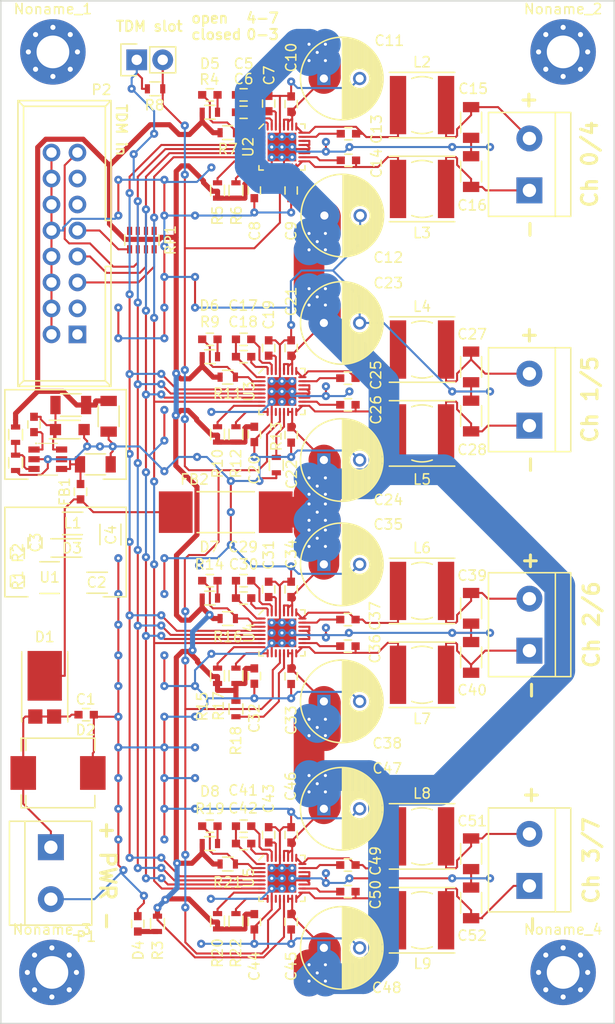
<source format=kicad_pcb>
(kicad_pcb (version 20171130) (host pcbnew "(5.1.12)-1")
  (layers (0 F.Cu signal) (31 B.Cu signal) (34 B.Paste user hide) (35 F.Paste user hide) (36 B.SilkS user hide) (37 F.SilkS user hide) (38 B.Mask user hide) (39 F.Mask user hide) (44 Edge.Cuts user))
  (net 0 "")
  (net 1 GND)
  (net 2 "Net-(C2-Pad2)")
  (net 3 "Net-(C3-Pad1)")
  (net 4 "Net-(C3-Pad2)")
  (net 5 +3V3)
  (net 6 "Net-(C5-Pad1)")
  (net 7 "Net-(C5-Pad2)")
  (net 8 "Net-(C6-Pad1)")
  (net 9 "Net-(C7-Pad2)")
  (net 10 VCC)
  (net 11 "Net-(C13-Pad1)")
  (net 12 "Net-(C13-Pad2)")
  (net 13 "Net-(C14-Pad1)")
  (net 14 "Net-(C14-Pad2)")
  (net 15 "Net-(C15-Pad2)")
  (net 16 "Net-(C16-Pad2)")
  (net 17 VIN)
  (net 18 "Net-(D5-Pad1)")
  (net 19 "Net-(D5-Pad2)")
  (net 20 "Net-(P2-Pad1)")
  (net 21 "Net-(P2-Pad3)")
  (net 22 "Net-(P2-Pad5)")
  (net 23 "Net-(P2-Pad7)")
  (net 24 "Net-(P2-Pad9)")
  (net 25 "Net-(P2-Pad11)")
  (net 26 "Net-(P2-Pad13)")
  (net 27 "Net-(P2-Pad15)")
  (net 28 "Net-(R1-Pad2)")
  (net 29 "Net-(R5-Pad2)")
  (net 30 "Net-(R6-Pad2)")
  (net 31 SDATA)
  (net 32 LRCLK)
  (net 33 BCLK)
  (net 34 MCLK)
  (net 35 ADRESS)
  (net 36 "Net-(C1-Pad2)")
  (net 37 "Net-(C17-Pad1)")
  (net 38 "Net-(C17-Pad2)")
  (net 39 "Net-(C18-Pad1)")
  (net 40 "Net-(C19-Pad2)")
  (net 41 "Net-(C25-Pad1)")
  (net 42 "Net-(C25-Pad2)")
  (net 43 "Net-(C26-Pad1)")
  (net 44 "Net-(C26-Pad2)")
  (net 45 "Net-(C27-Pad2)")
  (net 46 "Net-(C28-Pad2)")
  (net 47 "Net-(D6-Pad1)")
  (net 48 "Net-(D6-Pad2)")
  (net 49 "Net-(R10-Pad2)")
  (net 50 "Net-(R12-Pad2)")
  (net 51 "Net-(R13-Pad2)")
  (net 52 "Net-(C29-Pad1)")
  (net 53 "Net-(C29-Pad2)")
  (net 54 "Net-(C30-Pad1)")
  (net 55 "Net-(C31-Pad2)")
  (net 56 "Net-(C37-Pad1)")
  (net 57 "Net-(C37-Pad2)")
  (net 58 "Net-(C38-Pad1)")
  (net 59 "Net-(C38-Pad2)")
  (net 60 "Net-(C39-Pad2)")
  (net 61 "Net-(C40-Pad2)")
  (net 62 "Net-(D7-Pad1)")
  (net 63 "Net-(D7-Pad2)")
  (net 64 "Net-(R15-Pad2)")
  (net 65 "Net-(R17-Pad2)")
  (net 66 "Net-(R18-Pad1)")
  (net 67 "Net-(C41-Pad1)")
  (net 68 "Net-(C41-Pad2)")
  (net 69 "Net-(C42-Pad1)")
  (net 70 "Net-(C43-Pad2)")
  (net 71 "Net-(C49-Pad1)")
  (net 72 "Net-(C49-Pad2)")
  (net 73 "Net-(C50-Pad1)")
  (net 74 "Net-(C50-Pad2)")
  (net 75 "Net-(C51-Pad2)")
  (net 76 "Net-(C52-Pad2)")
  (net 77 "Net-(D8-Pad1)")
  (net 78 "Net-(D8-Pad2)")
  (net 79 "Net-(R20-Pad2)")
  (net 80 "Net-(R22-Pad2)")
  (net 81 "Net-(D4-Pad2)")
  (module fdsp_drillhole:Via_0.3mm_0.8mm (layer F.Cu) (at 119.1 64.3)
    (fp_text reference None_173 hide)
    (fp_text value " " hide)
    (pad 1 thru_hole circle (at 0 0) (size 0.8 0.8) (drill 0.3) (layers *.Cu) (net 1 GND))
  )
  (module fdsp_drillhole:Via_0.3mm_0.8mm (layer F.Cu) (at 119.1 88.2)
    (fp_text reference None_172 hide)
    (fp_text value " " hide)
    (pad 1 thru_hole circle (at 0 0) (size 0.8 0.8) (drill 0.3) (layers *.Cu) (net 1 GND))
  )
  (module fdsp_drillhole:Via_0.3mm_0.8mm (layer F.Cu) (at 119.05 111.8)
    (fp_text reference None_171 hide)
    (fp_text value " " hide)
    (pad 1 thru_hole circle (at 0 0) (size 0.8 0.8) (drill 0.3) (layers *.Cu) (net 1 GND))
  )
  (module fdsp_drillhole:Via_0.3mm_0.8mm (layer F.Cu) (at 119.1 135.8)
    (fp_text reference None_170 hide)
    (fp_text value " " hide)
    (pad 1 thru_hole circle (at 0 0) (size 0.8 0.8) (drill 0.3) (layers *.Cu) (net 1 GND))
  )
  (module fdsp_drillhole:Via_0.3mm_0.8mm (layer F.Cu) (at 104.6 142.2)
    (fp_text reference None_169 hide)
    (fp_text value " " hide)
    (pad 1 thru_hole circle (at 0 0) (size 0.8 0.8) (drill 0.3) (layers *.Cu) (net 1 GND))
  )
  (module fdsp_drillhole:Via_0.3mm_0.8mm (layer F.Cu) (at 104.2 94.6)
    (fp_text reference None_168 hide)
    (fp_text value " " hide)
    (pad 1 thru_hole circle (at 0 0) (size 0.8 0.8) (drill 0.3) (layers *.Cu) (net 1 GND))
  )
  (module fdsp_drillhole:MountingHole_3.2mm_M3_Pad_Via (layer F.Cu) (at 140 145)
    (fp_text reference Noname_4 (at 0 -4.2) (layer F.SilkS))
    (fp_text value MountingHole_3.2mm_M3_Pad_Via)
    (pad 1 thru_hole circle (at 0 0) (size 6.4 6.4) (drill 3.2) (layers *.Cu *.Mask) (clearance 0.7))
    (pad "" thru_hole circle (at 2.4 0) (size 0.6 0.6) (drill 0.5) (layers *.Cu *.Mask))
    (pad "" thru_hole circle (at 1.697056 1.697056) (size 0.6 0.6) (drill 0.5) (layers *.Cu *.Mask))
    (pad "" thru_hole circle (at 0 2.4) (size 0.6 0.6) (drill 0.5) (layers *.Cu *.Mask))
    (pad "" thru_hole circle (at -1.697056 1.697056) (size 0.6 0.6) (drill 0.5) (layers *.Cu *.Mask))
    (pad "" thru_hole circle (at -2.4 0) (size 0.6 0.6) (drill 0.5) (layers *.Cu *.Mask))
    (pad "" thru_hole circle (at -1.697056 -1.697056) (size 0.6 0.6) (drill 0.5) (layers *.Cu *.Mask))
    (pad "" thru_hole circle (at 0 -2.4) (size 0.6 0.6) (drill 0.5) (layers *.Cu *.Mask))
    (pad "" thru_hole circle (at 1.697056 -1.697056) (size 0.6 0.6) (drill 0.5) (layers *.Cu *.Mask))
  )
  (module fdsp_drillhole:MountingHole_3.2mm_M3_Pad_Via (layer F.Cu) (at 90 145)
    (fp_text reference Noname_3 (at 0 -4.2) (layer F.SilkS))
    (fp_text value MountingHole_3.2mm_M3_Pad_Via)
    (pad 1 thru_hole circle (at 0 0) (size 6.4 6.4) (drill 3.2) (layers *.Cu *.Mask) (clearance 0.7))
    (pad "" thru_hole circle (at 2.4 0) (size 0.6 0.6) (drill 0.5) (layers *.Cu *.Mask))
    (pad "" thru_hole circle (at 1.697056 1.697056) (size 0.6 0.6) (drill 0.5) (layers *.Cu *.Mask))
    (pad "" thru_hole circle (at 0 2.4) (size 0.6 0.6) (drill 0.5) (layers *.Cu *.Mask))
    (pad "" thru_hole circle (at -1.697056 1.697056) (size 0.6 0.6) (drill 0.5) (layers *.Cu *.Mask))
    (pad "" thru_hole circle (at -2.4 0) (size 0.6 0.6) (drill 0.5) (layers *.Cu *.Mask))
    (pad "" thru_hole circle (at -1.697056 -1.697056) (size 0.6 0.6) (drill 0.5) (layers *.Cu *.Mask))
    (pad "" thru_hole circle (at 0 -2.4) (size 0.6 0.6) (drill 0.5) (layers *.Cu *.Mask))
    (pad "" thru_hole circle (at 1.697056 -1.697056) (size 0.6 0.6) (drill 0.5) (layers *.Cu *.Mask))
  )
  (module fdsp_drillhole:MountingHole_3.2mm_M3_Pad_Via (layer F.Cu) (at 140 55)
    (fp_text reference Noname_2 (at 0 -4.2) (layer F.SilkS))
    (fp_text value MountingHole_3.2mm_M3_Pad_Via)
    (pad 1 thru_hole circle (at 0 0) (size 6.4 6.4) (drill 3.2) (layers *.Cu *.Mask) (clearance 0.7))
    (pad "" thru_hole circle (at 2.4 0) (size 0.6 0.6) (drill 0.5) (layers *.Cu *.Mask))
    (pad "" thru_hole circle (at 1.697056 1.697056) (size 0.6 0.6) (drill 0.5) (layers *.Cu *.Mask))
    (pad "" thru_hole circle (at 0 2.4) (size 0.6 0.6) (drill 0.5) (layers *.Cu *.Mask))
    (pad "" thru_hole circle (at -1.697056 1.697056) (size 0.6 0.6) (drill 0.5) (layers *.Cu *.Mask))
    (pad "" thru_hole circle (at -2.4 0) (size 0.6 0.6) (drill 0.5) (layers *.Cu *.Mask))
    (pad "" thru_hole circle (at -1.697056 -1.697056) (size 0.6 0.6) (drill 0.5) (layers *.Cu *.Mask))
    (pad "" thru_hole circle (at 0 -2.4) (size 0.6 0.6) (drill 0.5) (layers *.Cu *.Mask))
    (pad "" thru_hole circle (at 1.697056 -1.697056) (size 0.6 0.6) (drill 0.5) (layers *.Cu *.Mask))
  )
  (module fdsp_drillhole:Via_0.3mm_0.8mm (layer F.Cu) (at 97.8 58.6)
    (fp_text reference None_167 hide)
    (fp_text value " " hide)
    (pad 1 thru_hole circle (at 0 0) (size 0.8 0.8) (drill 0.3) (layers *.Cu) (net 1 GND))
  )
  (module fdsp_drillhole:Via_0.3mm_0.8mm (layer F.Cu) (at 104.4 105.2)
    (fp_text reference None_166 hide)
    (fp_text value " " hide)
    (pad 1 thru_hole circle (at 0 0) (size 0.8 0.8) (drill 0.3) (layers *.Cu) (net 1 GND))
  )
  (module fdsp_drillhole:Via_0.3mm_0.8mm (layer F.Cu) (at 107.5 103.2)
    (fp_text reference None_165 hide)
    (fp_text value " " hide)
    (pad 1 thru_hole circle (at 0 0) (size 0.8 0.8) (drill 0.3) (layers *.Cu) (net 1 GND))
  )
  (module fdsp_drillhole:Via_0.3mm_0.8mm (layer F.Cu) (at 107.5 100)
    (fp_text reference None_164 hide)
    (fp_text value " " hide)
    (pad 1 thru_hole circle (at 0 0) (size 0.8 0.8) (drill 0.3) (layers *.Cu) (net 1 GND))
  )
  (module fdsp_drillhole:Via_0.3mm_0.8mm (layer F.Cu) (at 107.5 96.95)
    (fp_text reference None_163 hide)
    (fp_text value " " hide)
    (pad 1 thru_hole circle (at 0 0) (size 0.8 0.8) (drill 0.3) (layers *.Cu) (net 1 GND))
  )
  (module fdsp_drillhole:Via_0.3mm_0.8mm (layer F.Cu) (at 98 65)
    (fp_text reference None_162 hide)
    (fp_text value " " hide)
    (pad 1 thru_hole circle (at 0 0) (size 0.8 0.8) (drill 0.3) (layers *.Cu) (net 1 GND))
  )
  (module fdsp_drillhole:Via_0.3mm_0.8mm (layer F.Cu) (at 100 63)
    (fp_text reference None_161 hide)
    (fp_text value " " hide)
    (pad 1 thru_hole circle (at 0 0) (size 0.8 0.8) (drill 0.3) (layers *.Cu) (net 1 GND))
  )
  (module fdsp_drillhole:Via_0.3mm_0.8mm (layer F.Cu) (at 96.5 67.5)
    (fp_text reference None_160 hide)
    (fp_text value " " hide)
    (pad 1 thru_hole circle (at 0 0) (size 0.8 0.8) (drill 0.3) (layers *.Cu) (net 1 GND))
  )
  (module fdsp_drillhole:Via_0.3mm_0.8mm (layer F.Cu) (at 96.5 71)
    (fp_text reference None_159 hide)
    (fp_text value " " hide)
    (pad 1 thru_hole circle (at 0 0) (size 0.8 0.8) (drill 0.3) (layers *.Cu) (net 1 GND))
  )
  (module fdsp_drillhole:Via_0.3mm_0.8mm (layer F.Cu) (at 96.5 80)
    (fp_text reference None_158 hide)
    (fp_text value " " hide)
    (pad 1 thru_hole circle (at 0 0) (size 0.8 0.8) (drill 0.3) (layers *.Cu) (net 1 GND))
  )
  (module fdsp_drillhole:Via_0.3mm_0.8mm (layer F.Cu) (at 96.5 83)
    (fp_text reference None_157 hide)
    (fp_text value " " hide)
    (pad 1 thru_hole circle (at 0 0) (size 0.8 0.8) (drill 0.3) (layers *.Cu) (net 1 GND))
  )
  (module fdsp_drillhole:Via_0.3mm_0.8mm (layer F.Cu) (at 104 117)
    (fp_text reference None_156 hide)
    (fp_text value " " hide)
    (pad 1 thru_hole circle (at 0 0) (size 0.8 0.8) (drill 0.3) (layers *.Cu) (net 1 GND))
  )
  (module fdsp_drillhole:Via_0.3mm_0.8mm (layer F.Cu) (at 104 120)
    (fp_text reference None_155 hide)
    (fp_text value " " hide)
    (pad 1 thru_hole circle (at 0 0) (size 0.8 0.8) (drill 0.3) (layers *.Cu) (net 1 GND))
  )
  (module fdsp_drillhole:Via_0.3mm_0.8mm (layer F.Cu) (at 104 123)
    (fp_text reference None_154 hide)
    (fp_text value " " hide)
    (pad 1 thru_hole circle (at 0 0) (size 0.8 0.8) (drill 0.3) (layers *.Cu) (net 1 GND))
  )
  (module fdsp_drillhole:Via_0.3mm_0.8mm (layer F.Cu) (at 104 129)
    (fp_text reference None_153 hide)
    (fp_text value " " hide)
    (pad 1 thru_hole circle (at 0 0) (size 0.8 0.8) (drill 0.3) (layers *.Cu) (net 1 GND))
  )
  (module fdsp_drillhole:Via_0.3mm_0.8mm (layer F.Cu) (at 104 126)
    (fp_text reference None_152 hide)
    (fp_text value " " hide)
    (pad 1 thru_hole circle (at 0 0) (size 0.8 0.8) (drill 0.3) (layers *.Cu) (net 1 GND))
  )
  (module fdsp_drillhole:Via_0.3mm_0.8mm (layer F.Cu) (at 104 80)
    (fp_text reference None_151 hide)
    (fp_text value " " hide)
    (pad 1 thru_hole circle (at 0 0) (size 0.8 0.8) (drill 0.3) (layers *.Cu) (net 1 GND))
  )
  (module fdsp_drillhole:Via_0.3mm_0.8mm (layer F.Cu) (at 104 77)
    (fp_text reference None_150 hide)
    (fp_text value " " hide)
    (pad 1 thru_hole circle (at 0 0) (size 0.8 0.8) (drill 0.3) (layers *.Cu) (net 1 GND))
  )
  (module fdsp_drillhole:Via_0.3mm_0.8mm (layer F.Cu) (at 104 71)
    (fp_text reference None_149 hide)
    (fp_text value " " hide)
    (pad 1 thru_hole circle (at 0 0) (size 0.8 0.8) (drill 0.3) (layers *.Cu) (net 1 GND))
  )
  (module fdsp_drillhole:Via_0.3mm_0.8mm (layer F.Cu) (at 101 67.5)
    (fp_text reference None_148 hide)
    (fp_text value " " hide)
    (pad 1 thru_hole circle (at 0 0) (size 0.8 0.8) (drill 0.3) (layers *.Cu) (net 1 GND))
  )
  (module fdsp_drillhole:Via_0.3mm_0.8mm (layer F.Cu) (at 101 71)
    (fp_text reference None_147 hide)
    (fp_text value " " hide)
    (pad 1 thru_hole circle (at 0 0) (size 0.8 0.8) (drill 0.3) (layers *.Cu) (net 1 GND))
  )
  (module fdsp_drillhole:Via_0.3mm_0.8mm (layer F.Cu) (at 101 74)
    (fp_text reference None_146 hide)
    (fp_text value " " hide)
    (pad 1 thru_hole circle (at 0 0) (size 0.8 0.8) (drill 0.3) (layers *.Cu) (net 1 GND))
  )
  (module fdsp_drillhole:Via_0.3mm_0.8mm (layer F.Cu) (at 105.55 137.8)
    (fp_text reference None_145 hide)
    (fp_text value " " hide)
    (pad 1 thru_hole circle (at 0 0) (size 0.8 0.8) (drill 0.3) (layers *.Cu) (net 1 GND))
  )
  (module fdsp_drillhole:Via_0.3mm_0.8mm (layer F.Cu) (at 99 137.5)
    (fp_text reference None_144 hide)
    (fp_text value " " hide)
    (pad 1 thru_hole circle (at 0 0) (size 0.8 0.8) (drill 0.3) (layers *.Cu) (net 1 GND))
  )
  (module fdsp_drillhole:Via_0.3mm_0.8mm (layer F.Cu) (at 97 135)
    (fp_text reference None_143 hide)
    (fp_text value " " hide)
    (pad 1 thru_hole circle (at 0 0) (size 0.8 0.8) (drill 0.3) (layers *.Cu) (net 1 GND))
  )
  (module fdsp_drillhole:Via_0.3mm_0.8mm (layer F.Cu) (at 96.5 104.5)
    (fp_text reference None_142 hide)
    (fp_text value " " hide)
    (pad 1 thru_hole circle (at 0 0) (size 0.8 0.8) (drill 0.3) (layers *.Cu) (net 1 GND))
  )
  (module fdsp_drillhole:Via_0.3mm_0.8mm (layer F.Cu) (at 96.5 108)
    (fp_text reference None_141 hide)
    (fp_text value " " hide)
    (pad 1 thru_hole circle (at 0 0) (size 0.8 0.8) (drill 0.3) (layers *.Cu) (net 1 GND))
  )
  (module fdsp_drillhole:Via_0.3mm_0.8mm (layer F.Cu) (at 96.5 111)
    (fp_text reference None_140 hide)
    (fp_text value " " hide)
    (pad 1 thru_hole circle (at 0 0) (size 0.8 0.8) (drill 0.3) (layers *.Cu) (net 1 GND))
  )
  (module fdsp_drillhole:Via_0.3mm_0.8mm (layer F.Cu) (at 105.6 113.85)
    (fp_text reference None_139 hide)
    (fp_text value " " hide)
    (pad 1 thru_hole circle (at 0 0) (size 0.8 0.8) (drill 0.3) (layers *.Cu) (net 1 GND))
  )
  (module fdsp_drillhole:Via_0.3mm_0.8mm (layer F.Cu) (at 110.3 96.95)
    (fp_text reference None_138 hide)
    (fp_text value " " hide)
    (pad 1 thru_hole circle (at 0 0) (size 0.8 0.8) (drill 0.3) (layers *.Cu) (net 1 GND))
  )
  (module fdsp_drillhole:Via_0.3mm_0.8mm (layer F.Cu) (at 105.6 90.2)
    (fp_text reference None_137 hide)
    (fp_text value " " hide)
    (pad 1 thru_hole circle (at 0 0) (size 0.8 0.8) (drill 0.3) (layers *.Cu) (net 1 GND))
  )
  (module fdsp_drillhole:Via_0.3mm_0.8mm (layer F.Cu) (at 105.6 66.3)
    (fp_text reference None_136 hide)
    (fp_text value " " hide)
    (pad 1 thru_hole circle (at 0 0) (size 0.8 0.8) (drill 0.3) (layers *.Cu) (net 1 GND))
  )
  (module fdsp_drillhole:Via_0.3mm_0.8mm (layer F.Cu) (at 96.5 132)
    (fp_text reference None_135 hide)
    (fp_text value " " hide)
    (pad 1 thru_hole circle (at 0 0) (size 0.8 0.8) (drill 0.3) (layers *.Cu) (net 1 GND))
  )
  (module fdsp_drillhole:Via_0.3mm_0.8mm (layer F.Cu) (at 96.5 114)
    (fp_text reference None_134 hide)
    (fp_text value " " hide)
    (pad 1 thru_hole circle (at 0 0) (size 0.8 0.8) (drill 0.3) (layers *.Cu) (net 1 GND))
  )
  (module fdsp_drillhole:Via_0.3mm_0.8mm (layer F.Cu) (at 96.5 123)
    (fp_text reference None_133 hide)
    (fp_text value " " hide)
    (pad 1 thru_hole circle (at 0 0) (size 0.8 0.8) (drill 0.3) (layers *.Cu) (net 1 GND))
  )
  (module fdsp_drillhole:Via_0.3mm_0.8mm (layer F.Cu) (at 96.5 126)
    (fp_text reference None_132 hide)
    (fp_text value " " hide)
    (pad 1 thru_hole circle (at 0 0) (size 0.8 0.8) (drill 0.3) (layers *.Cu) (net 1 GND))
  )
  (module fdsp_drillhole:Via_0.3mm_0.8mm (layer F.Cu) (at 96.5 129)
    (fp_text reference None_131 hide)
    (fp_text value " " hide)
    (pad 1 thru_hole circle (at 0 0) (size 0.8 0.8) (drill 0.3) (layers *.Cu) (net 1 GND))
  )
  (module fdsp_drillhole:Via_0.3mm_0.8mm (layer F.Cu) (at 96.5 120)
    (fp_text reference None_130 hide)
    (fp_text value " " hide)
    (pad 1 thru_hole circle (at 0 0) (size 0.8 0.8) (drill 0.3) (layers *.Cu) (net 1 GND))
  )
  (module fdsp_drillhole:Via_0.3mm_0.8mm (layer F.Cu) (at 96.5 117)
    (fp_text reference None_129 hide)
    (fp_text value " " hide)
    (pad 1 thru_hole circle (at 0 0) (size 0.8 0.8) (drill 0.3) (layers *.Cu) (net 1 GND))
  )
  (module fdsp_drillhole:Via_0.3mm_0.8mm (layer F.Cu) (at 101 77)
    (fp_text reference None_128 hide)
    (fp_text value " " hide)
    (pad 1 thru_hole circle (at 0 0) (size 0.8 0.8) (drill 0.3) (layers *.Cu) (net 1 GND))
  )
  (module fdsp_drillhole:Via_0.3mm_0.8mm (layer F.Cu) (at 101 80)
    (fp_text reference None_127 hide)
    (fp_text value " " hide)
    (pad 1 thru_hole circle (at 0 0) (size 0.8 0.8) (drill 0.3) (layers *.Cu) (net 1 GND))
  )
  (module fdsp_drillhole:Via_0.3mm_0.8mm (layer F.Cu) (at 101 83)
    (fp_text reference None_126 hide)
    (fp_text value " " hide)
    (pad 1 thru_hole circle (at 0 0) (size 0.8 0.8) (drill 0.3) (layers *.Cu) (net 1 GND))
  )
  (module fdsp_drillhole:Via_0.3mm_0.8mm (layer F.Cu) (at 101 90)
    (fp_text reference None_125 hide)
    (fp_text value " " hide)
    (pad 1 thru_hole circle (at 0 0) (size 0.8 0.8) (drill 0.3) (layers *.Cu) (net 1 GND))
  )
  (module fdsp_drillhole:Via_0.3mm_0.8mm (layer F.Cu) (at 101 93)
    (fp_text reference None_124 hide)
    (fp_text value " " hide)
    (pad 1 thru_hole circle (at 0 0) (size 0.8 0.8) (drill 0.3) (layers *.Cu) (net 1 GND))
  )
  (module fdsp_drillhole:Via_0.3mm_0.8mm (layer F.Cu) (at 101 96)
    (fp_text reference None_123 hide)
    (fp_text value " " hide)
    (pad 1 thru_hole circle (at 0 0) (size 0.8 0.8) (drill 0.3) (layers *.Cu) (net 1 GND))
  )
  (module fdsp_drillhole:Via_0.3mm_0.8mm (layer F.Cu) (at 101 104.5)
    (fp_text reference None_122 hide)
    (fp_text value " " hide)
    (pad 1 thru_hole circle (at 0 0) (size 0.8 0.8) (drill 0.3) (layers *.Cu) (net 1 GND))
  )
  (module fdsp_drillhole:Via_0.3mm_0.8mm (layer F.Cu) (at 101 108)
    (fp_text reference None_121 hide)
    (fp_text value " " hide)
    (pad 1 thru_hole circle (at 0 0) (size 0.8 0.8) (drill 0.3) (layers *.Cu) (net 1 GND))
  )
  (module fdsp_drillhole:Via_0.3mm_0.8mm (layer F.Cu) (at 101 132)
    (fp_text reference None_120 hide)
    (fp_text value " " hide)
    (pad 1 thru_hole circle (at 0 0) (size 0.8 0.8) (drill 0.3) (layers *.Cu) (net 1 GND))
  )
  (module fdsp_drillhole:Via_0.3mm_0.8mm (layer F.Cu) (at 101 129)
    (fp_text reference None_119 hide)
    (fp_text value " " hide)
    (pad 1 thru_hole circle (at 0 0) (size 0.8 0.8) (drill 0.3) (layers *.Cu) (net 1 GND))
  )
  (module fdsp_drillhole:Via_0.3mm_0.8mm (layer F.Cu) (at 101 126)
    (fp_text reference None_118 hide)
    (fp_text value " " hide)
    (pad 1 thru_hole circle (at 0 0) (size 0.8 0.8) (drill 0.3) (layers *.Cu) (net 1 GND))
  )
  (module fdsp_drillhole:Via_0.3mm_0.8mm (layer F.Cu) (at 101 123)
    (fp_text reference None_117 hide)
    (fp_text value " " hide)
    (pad 1 thru_hole circle (at 0 0) (size 0.8 0.8) (drill 0.3) (layers *.Cu) (net 1 GND))
  )
  (module fdsp_drillhole:Via_0.3mm_0.8mm (layer F.Cu) (at 101 120)
    (fp_text reference None_116 hide)
    (fp_text value " " hide)
    (pad 1 thru_hole circle (at 0 0) (size 0.8 0.8) (drill 0.3) (layers *.Cu) (net 1 GND))
  )
  (module fdsp_drillhole:Via_0.3mm_0.8mm (layer F.Cu) (at 101 117)
    (fp_text reference None_115 hide)
    (fp_text value " " hide)
    (pad 1 thru_hole circle (at 0 0) (size 0.8 0.8) (drill 0.3) (layers *.Cu) (net 1 GND))
  )
  (module fdsp_drillhole:Via_0.3mm_0.8mm (layer F.Cu) (at 101 114)
    (fp_text reference None_114 hide)
    (fp_text value " " hide)
    (pad 1 thru_hole circle (at 0 0) (size 0.8 0.8) (drill 0.3) (layers *.Cu) (net 1 GND))
  )
  (module fdsp_drillhole:Via_0.3mm_0.8mm (layer F.Cu) (at 109.8 142.2)
    (fp_text reference None_113 hide)
    (fp_text value " " hide)
    (pad 1 thru_hole circle (at 0 0) (size 0.8 0.8) (drill 0.3) (layers *.Cu) (net 1 GND))
  )
  (module fdsp_drillhole:Via_0.3mm_0.8mm (layer F.Cu) (at 109.8 118.2)
    (fp_text reference None_112 hide)
    (fp_text value " " hide)
    (pad 1 thru_hole circle (at 0 0) (size 0.8 0.8) (drill 0.3) (layers *.Cu) (net 1 GND))
  )
  (module fdsp_drillhole:Via_0.3mm_0.8mm (layer F.Cu) (at 109.8 94.6)
    (fp_text reference None_111 hide)
    (fp_text value " " hide)
    (pad 1 thru_hole circle (at 0 0) (size 0.8 0.8) (drill 0.3) (layers *.Cu) (net 1 GND))
  )
  (module fdsp_drillhole:Via_0.3mm_0.8mm (layer F.Cu) (at 109.8 70.7)
    (fp_text reference None_110 hide)
    (fp_text value " " hide)
    (pad 1 thru_hole circle (at 0 0) (size 0.8 0.8) (drill 0.3) (layers *.Cu) (net 1 GND))
  )
  (module fdsp_drillhole:Via_0.3mm_0.8mm (layer F.Cu) (at 116.75 100.8)
    (fp_text reference None_109 hide)
    (fp_text value " " hide)
    (pad 1 thru_hole circle (at 0 0) (size 0.8 0.8) (drill 0.3) (layers *.Cu) (net 10 VCC))
  )
  (module fdsp_drillhole:Via_0.3mm_0.8mm (layer F.Cu) (at 115.15 99.2)
    (fp_text reference None_108 hide)
    (fp_text value " " hide)
    (pad 1 thru_hole circle (at 0 0) (size 0.8 0.8) (drill 0.3) (layers *.Cu) (net 10 VCC))
  )
  (module fdsp_drillhole:Via_0.3mm_0.8mm (layer F.Cu) (at 115.15 100.8)
    (fp_text reference None_107 hide)
    (fp_text value " " hide)
    (pad 1 thru_hole circle (at 0 0) (size 0.8 0.8) (drill 0.3) (layers *.Cu) (net 10 VCC))
  )
  (module fdsp_drillhole:Via_0.3mm_0.8mm (layer F.Cu) (at 116.75 99.2)
    (fp_text reference None_106 hide)
    (fp_text value " " hide)
    (pad 1 thru_hole circle (at 0 0) (size 0.8 0.8) (drill 0.3) (layers *.Cu) (net 10 VCC))
  )
  (module fdsp_drillhole:Via_0.3mm_0.8mm (layer F.Cu) (at 115.95 100)
    (fp_text reference None_105 hide)
    (fp_text value " " hide)
    (pad 1 thru_hole circle (at 0 0) (size 0.8 0.8) (drill 0.3) (layers *.Cu) (net 10 VCC))
  )
  (module fdsp_drillhole:Via_0.3mm_0.8mm (layer F.Cu) (at 113.5 134.8)
    (fp_text reference None_104 hide)
    (fp_text value " " hide)
    (pad 1 thru_hole circle (at 0 0) (size 0.8 0.8) (drill 0.3) (layers *.Cu) (net 1 GND))
  )
  (module fdsp_drillhole:Via_0.3mm_0.8mm (layer F.Cu) (at 111.5 135.8)
    (fp_text reference None_103 hide)
    (fp_text value " " hide)
    (pad 1 thru_hole circle (at 0 0) (size 0.8 0.8) (drill 0.3) (layers *.Cu) (net 1 GND))
  )
  (module fdsp_drillhole:Via_0.3mm_0.8mm (layer F.Cu) (at 111.5 134.8)
    (fp_text reference None_102 hide)
    (fp_text value " " hide)
    (pad 1 thru_hole circle (at 0 0) (size 0.8 0.8) (drill 0.3) (layers *.Cu) (net 1 GND))
  )
  (module fdsp_drillhole:Via_0.3mm_0.8mm (layer F.Cu) (at 112.5 134.8)
    (fp_text reference None_101 hide)
    (fp_text value " " hide)
    (pad 1 thru_hole circle (at 0 0) (size 0.8 0.8) (drill 0.3) (layers *.Cu) (net 1 GND))
  )
  (module fdsp_drillhole:Via_0.3mm_0.8mm (layer F.Cu) (at 115.15 127.35)
    (fp_text reference None_100 hide)
    (fp_text value " " hide)
    (pad 1 thru_hole circle (at 0 0) (size 0.8 0.8) (drill 0.3) (layers *.Cu) (net 10 VCC))
  )
  (module fdsp_drillhole:Via_0.3mm_0.8mm (layer F.Cu) (at 116.75 127.35)
    (fp_text reference None_99 hide)
    (fp_text value " " hide)
    (pad 1 thru_hole circle (at 0 0) (size 0.8 0.8) (drill 0.3) (layers *.Cu) (net 10 VCC))
  )
  (module fdsp_drillhole:Via_0.3mm_0.8mm (layer F.Cu) (at 116.75 125.75)
    (fp_text reference None_98 hide)
    (fp_text value " " hide)
    (pad 1 thru_hole circle (at 0 0) (size 0.8 0.8) (drill 0.3) (layers *.Cu) (net 10 VCC))
  )
  (module fdsp_drillhole:Via_0.3mm_0.8mm (layer F.Cu) (at 115.15 125.75)
    (fp_text reference None_97 hide)
    (fp_text value " " hide)
    (pad 1 thru_hole circle (at 0 0) (size 0.8 0.8) (drill 0.3) (layers *.Cu) (net 10 VCC))
  )
  (module fdsp_drillhole:Via_0.3mm_0.8mm (layer F.Cu) (at 115.95 126.55)
    (fp_text reference None_96 hide)
    (fp_text value " " hide)
    (pad 1 thru_hole circle (at 0 0) (size 0.8 0.8) (drill 0.3) (layers *.Cu) (net 10 VCC))
  )
  (module fdsp_drillhole:Via_0.3mm_0.8mm (layer F.Cu) (at 113.4 129.3)
    (fp_text reference None_95 hide)
    (fp_text value " " hide)
    (pad 1 thru_hole circle (at 0 0) (size 0.8 0.8) (drill 0.3) (layers *.Cu) (net 1 GND))
  )
  (module fdsp_drillhole:Via_0.3mm_0.8mm (layer F.Cu) (at 113.5 136.8)
    (fp_text reference None_94 hide)
    (fp_text value " " hide)
    (pad 1 thru_hole circle (at 0 0) (size 0.8 0.8) (drill 0.3) (layers *.Cu) (net 1 GND))
  )
  (module fdsp_drillhole:Via_0.3mm_0.8mm (layer F.Cu) (at 112.5 135.8)
    (fp_text reference None_93 hide)
    (fp_text value " " hide)
    (pad 1 thru_hole circle (at 0 0) (size 0.8 0.8) (drill 0.3) (layers *.Cu) (net 1 GND))
  )
  (module fdsp_drillhole:Via_0.3mm_0.8mm (layer F.Cu) (at 113.5 135.8)
    (fp_text reference None_92 hide)
    (fp_text value " " hide)
    (pad 1 thru_hole circle (at 0 0) (size 0.8 0.8) (drill 0.3) (layers *.Cu) (net 1 GND))
  )
  (module fdsp_drillhole:Via_0.3mm_0.8mm (layer F.Cu) (at 111.5 136.8)
    (fp_text reference None_91 hide)
    (fp_text value " " hide)
    (pad 1 thru_hole circle (at 0 0) (size 0.8 0.8) (drill 0.3) (layers *.Cu) (net 1 GND))
  )
  (module fdsp_drillhole:Via_0.3mm_0.8mm (layer F.Cu) (at 112.5 136.8)
    (fp_text reference None_90 hide)
    (fp_text value " " hide)
    (pad 1 thru_hole circle (at 0 0) (size 0.8 0.8) (drill 0.3) (layers *.Cu) (net 1 GND))
  )
  (module fdsp_drillhole:Via_0.3mm_0.8mm (layer F.Cu) (at 116.8 135.3)
    (fp_text reference None_89 hide)
    (fp_text value " " hide)
    (pad 1 thru_hole circle (at 0 0) (size 0.8 0.8) (drill 0.3) (layers *.Cu) (net 1 GND))
  )
  (module fdsp_drillhole:Via_0.3mm_0.8mm (layer F.Cu) (at 129.15 135.8)
    (fp_text reference None_88 hide)
    (fp_text value " " hide)
    (pad 1 thru_hole circle (at 0 0) (size 0.8 0.8) (drill 0.3) (layers *.Cu) (net 1 GND))
  )
  (module fdsp_drillhole:Via_0.3mm_0.8mm (layer F.Cu) (at 132.85 135.8)
    (fp_text reference None_87 hide)
    (fp_text value " " hide)
    (pad 1 thru_hole circle (at 0 0) (size 0.8 0.8) (drill 0.3) (layers *.Cu) (net 1 GND))
  )
  (module fdsp_drillhole:Via_0.3mm_0.8mm (layer F.Cu) (at 116.8 136.25)
    (fp_text reference None_86 hide)
    (fp_text value " " hide)
    (pad 1 thru_hole circle (at 0 0) (size 0.8 0.8) (drill 0.3) (layers *.Cu) (net 1 GND))
  )
  (module fdsp_drillhole:Via_0.3mm_0.8mm (layer F.Cu) (at 113.4 142.2)
    (fp_text reference None_85 hide)
    (fp_text value " " hide)
    (pad 1 thru_hole circle (at 0 0) (size 0.8 0.8) (drill 0.3) (layers *.Cu) (net 1 GND))
  )
  (module fdsp_drillhole:Via_0.3mm_0.8mm (layer F.Cu) (at 116.75 145.85)
    (fp_text reference None_84 hide)
    (fp_text value " " hide)
    (pad 1 thru_hole circle (at 0 0) (size 0.8 0.8) (drill 0.3) (layers *.Cu) (net 10 VCC))
  )
  (module fdsp_drillhole:Via_0.3mm_0.8mm (layer F.Cu) (at 115.15 144.25)
    (fp_text reference None_83 hide)
    (fp_text value " " hide)
    (pad 1 thru_hole circle (at 0 0) (size 0.8 0.8) (drill 0.3) (layers *.Cu) (net 10 VCC))
  )
  (module fdsp_drillhole:Via_0.3mm_0.8mm (layer F.Cu) (at 115.15 145.85)
    (fp_text reference None_82 hide)
    (fp_text value " " hide)
    (pad 1 thru_hole circle (at 0 0) (size 0.8 0.8) (drill 0.3) (layers *.Cu) (net 10 VCC))
  )
  (module fdsp_drillhole:Via_0.3mm_0.8mm (layer F.Cu) (at 115.95 145.05)
    (fp_text reference None_81 hide)
    (fp_text value " " hide)
    (pad 1 thru_hole circle (at 0 0) (size 0.8 0.8) (drill 0.3) (layers *.Cu) (net 10 VCC))
  )
  (module fdsp_drillhole:Via_0.3mm_0.8mm (layer F.Cu) (at 116.75 144.25)
    (fp_text reference None_80 hide)
    (fp_text value " " hide)
    (pad 1 thru_hole circle (at 0 0) (size 0.8 0.8) (drill 0.3) (layers *.Cu) (net 10 VCC))
  )
  (module fdsp_drillhole:Via_0.3mm_0.8mm (layer F.Cu) (at 132.85 111.8)
    (fp_text reference None_79 hide)
    (fp_text value " " hide)
    (pad 1 thru_hole circle (at 0 0) (size 0.8 0.8) (drill 0.3) (layers *.Cu) (net 1 GND))
  )
  (module fdsp_drillhole:Via_0.3mm_0.8mm (layer F.Cu) (at 129.15 111.8)
    (fp_text reference None_78 hide)
    (fp_text value " " hide)
    (pad 1 thru_hole circle (at 0 0) (size 0.8 0.8) (drill 0.3) (layers *.Cu) (net 1 GND))
  )
  (module fdsp_drillhole:Via_0.3mm_0.8mm (layer F.Cu) (at 116.8 112.25)
    (fp_text reference None_77 hide)
    (fp_text value " " hide)
    (pad 1 thru_hole circle (at 0 0) (size 0.8 0.8) (drill 0.3) (layers *.Cu) (net 1 GND))
  )
  (module fdsp_drillhole:Via_0.3mm_0.8mm (layer F.Cu) (at 116.8 111.3)
    (fp_text reference None_76 hide)
    (fp_text value " " hide)
    (pad 1 thru_hole circle (at 0 0) (size 0.8 0.8) (drill 0.3) (layers *.Cu) (net 1 GND))
  )
  (module fdsp_drillhole:Via_0.3mm_0.8mm (layer F.Cu) (at 113.4 118.2)
    (fp_text reference None_75 hide)
    (fp_text value " " hide)
    (pad 1 thru_hole circle (at 0 0) (size 0.8 0.8) (drill 0.3) (layers *.Cu) (net 1 GND))
  )
  (module fdsp_drillhole:Via_0.3mm_0.8mm (layer F.Cu) (at 112.5 112.8)
    (fp_text reference None_74 hide)
    (fp_text value " " hide)
    (pad 1 thru_hole circle (at 0 0) (size 0.8 0.8) (drill 0.3) (layers *.Cu) (net 1 GND))
  )
  (module fdsp_drillhole:Via_0.3mm_0.8mm (layer F.Cu) (at 112.5 111.8)
    (fp_text reference None_73 hide)
    (fp_text value " " hide)
    (pad 1 thru_hole circle (at 0 0) (size 0.8 0.8) (drill 0.3) (layers *.Cu) (net 1 GND))
  )
  (module fdsp_drillhole:Via_0.3mm_0.8mm (layer F.Cu) (at 111.5 112.8)
    (fp_text reference None_72 hide)
    (fp_text value " " hide)
    (pad 1 thru_hole circle (at 0 0) (size 0.8 0.8) (drill 0.3) (layers *.Cu) (net 1 GND))
  )
  (module fdsp_drillhole:Via_0.3mm_0.8mm (layer F.Cu) (at 111.5 111.8)
    (fp_text reference None_71 hide)
    (fp_text value " " hide)
    (pad 1 thru_hole circle (at 0 0) (size 0.8 0.8) (drill 0.3) (layers *.Cu) (net 1 GND))
  )
  (module fdsp_drillhole:Via_0.3mm_0.8mm (layer F.Cu) (at 113.5 111.8)
    (fp_text reference None_70 hide)
    (fp_text value " " hide)
    (pad 1 thru_hole circle (at 0 0) (size 0.8 0.8) (drill 0.3) (layers *.Cu) (net 1 GND))
  )
  (module fdsp_drillhole:Via_0.3mm_0.8mm (layer F.Cu) (at 112.5 110.8)
    (fp_text reference None_69 hide)
    (fp_text value " " hide)
    (pad 1 thru_hole circle (at 0 0) (size 0.8 0.8) (drill 0.3) (layers *.Cu) (net 1 GND))
  )
  (module fdsp_drillhole:Via_0.3mm_0.8mm (layer F.Cu) (at 111.5 110.8)
    (fp_text reference None_68 hide)
    (fp_text value " " hide)
    (pad 1 thru_hole circle (at 0 0) (size 0.8 0.8) (drill 0.3) (layers *.Cu) (net 1 GND))
  )
  (module fdsp_drillhole:Via_0.3mm_0.8mm (layer F.Cu) (at 113.5 112.8)
    (fp_text reference None_67 hide)
    (fp_text value " " hide)
    (pad 1 thru_hole circle (at 0 0) (size 0.8 0.8) (drill 0.3) (layers *.Cu) (net 1 GND))
  )
  (module fdsp_drillhole:Via_0.3mm_0.8mm (layer F.Cu) (at 115.95 102.55)
    (fp_text reference None_66 hide)
    (fp_text value " " hide)
    (pad 1 thru_hole circle (at 0 0) (size 0.8 0.8) (drill 0.3) (layers *.Cu) (net 10 VCC))
  )
  (module fdsp_drillhole:Via_0.3mm_0.8mm (layer F.Cu) (at 116.75 103.35)
    (fp_text reference None_65 hide)
    (fp_text value " " hide)
    (pad 1 thru_hole circle (at 0 0) (size 0.8 0.8) (drill 0.3) (layers *.Cu) (net 10 VCC))
  )
  (module fdsp_drillhole:Via_0.3mm_0.8mm (layer F.Cu) (at 115.15 101.75)
    (fp_text reference None_64 hide)
    (fp_text value " " hide)
    (pad 1 thru_hole circle (at 0 0) (size 0.8 0.8) (drill 0.3) (layers *.Cu) (net 10 VCC))
  )
  (module fdsp_drillhole:Via_0.3mm_0.8mm (layer F.Cu) (at 116.75 101.75)
    (fp_text reference None_63 hide)
    (fp_text value " " hide)
    (pad 1 thru_hole circle (at 0 0) (size 0.8 0.8) (drill 0.3) (layers *.Cu) (net 10 VCC))
  )
  (module fdsp_drillhole:Via_0.3mm_0.8mm (layer F.Cu) (at 115.95 121.05)
    (fp_text reference None_62 hide)
    (fp_text value " " hide)
    (pad 1 thru_hole circle (at 0 0) (size 0.8 0.8) (drill 0.3) (layers *.Cu) (net 10 VCC))
  )
  (module fdsp_drillhole:Via_0.3mm_0.8mm (layer F.Cu) (at 116.75 121.85)
    (fp_text reference None_61 hide)
    (fp_text value " " hide)
    (pad 1 thru_hole circle (at 0 0) (size 0.8 0.8) (drill 0.3) (layers *.Cu) (net 10 VCC))
  )
  (module fdsp_drillhole:Via_0.3mm_0.8mm (layer F.Cu) (at 115.15 121.85)
    (fp_text reference None_60 hide)
    (fp_text value " " hide)
    (pad 1 thru_hole circle (at 0 0) (size 0.8 0.8) (drill 0.3) (layers *.Cu) (net 10 VCC))
  )
  (module fdsp_drillhole:Via_0.3mm_0.8mm (layer F.Cu) (at 115.15 120.25)
    (fp_text reference None_59 hide)
    (fp_text value " " hide)
    (pad 1 thru_hole circle (at 0 0) (size 0.8 0.8) (drill 0.3) (layers *.Cu) (net 10 VCC))
  )
  (module fdsp_drillhole:Via_0.3mm_0.8mm (layer F.Cu) (at 116.75 120.25)
    (fp_text reference None_58 hide)
    (fp_text value " " hide)
    (pad 1 thru_hole circle (at 0 0) (size 0.8 0.8) (drill 0.3) (layers *.Cu) (net 10 VCC))
  )
  (module fdsp_drillhole:Via_0.3mm_0.8mm (layer F.Cu) (at 113.4 105.3)
    (fp_text reference None_57 hide)
    (fp_text value " " hide)
    (pad 1 thru_hole circle (at 0 0) (size 0.8 0.8) (drill 0.3) (layers *.Cu) (net 1 GND))
  )
  (module fdsp_drillhole:Via_0.3mm_0.8mm (layer F.Cu) (at 113.5 110.8)
    (fp_text reference None_56 hide)
    (fp_text value " " hide)
    (pad 1 thru_hole circle (at 0 0) (size 0.8 0.8) (drill 0.3) (layers *.Cu) (net 1 GND))
  )
  (module fdsp_drillhole:Via_0.3mm_0.8mm (layer F.Cu) (at 115.15 103.35)
    (fp_text reference None_55 hide)
    (fp_text value " " hide)
    (pad 1 thru_hole circle (at 0 0) (size 0.8 0.8) (drill 0.3) (layers *.Cu) (net 10 VCC))
  )
  (module fdsp_drillhole:Via_0.3mm_0.8mm (layer F.Cu) (at 113.4 94.6)
    (fp_text reference None_54 hide)
    (fp_text value " " hide)
    (pad 1 thru_hole circle (at 0 0) (size 0.8 0.8) (drill 0.3) (layers *.Cu) (net 1 GND))
  )
  (module fdsp_drillhole:Via_0.3mm_0.8mm (layer F.Cu) (at 113.4 81.7)
    (fp_text reference None_53 hide)
    (fp_text value " " hide)
    (pad 1 thru_hole circle (at 0 0) (size 0.8 0.8) (drill 0.3) (layers *.Cu) (net 1 GND))
  )
  (module fdsp_drillhole:Via_0.3mm_0.8mm (layer F.Cu) (at 113.4 57.9)
    (fp_text reference None_52 hide)
    (fp_text value " " hide)
    (pad 1 thru_hole circle (at 0 0) (size 0.8 0.8) (drill 0.3) (layers *.Cu) (net 1 GND))
  )
  (module fdsp_drillhole:Via_0.3mm_0.8mm (layer F.Cu) (at 113.4 70.7)
    (fp_text reference None_51 hide)
    (fp_text value " " hide)
    (pad 1 thru_hole circle (at 0 0) (size 0.8 0.8) (drill 0.3) (layers *.Cu) (net 1 GND))
  )
  (module fdsp_drillhole:Via_0.3mm_0.8mm (layer F.Cu) (at 132.85 88.2)
    (fp_text reference None_50 hide)
    (fp_text value " " hide)
    (pad 1 thru_hole circle (at 0 0) (size 0.8 0.8) (drill 0.3) (layers *.Cu) (net 1 GND))
  )
  (module fdsp_drillhole:Via_0.3mm_0.8mm (layer F.Cu) (at 115.95 78.95)
    (fp_text reference None_49 hide)
    (fp_text value " " hide)
    (pad 1 thru_hole circle (at 0 0) (size 0.8 0.8) (drill 0.3) (layers *.Cu) (net 10 VCC))
  )
  (module fdsp_drillhole:Via_0.3mm_0.8mm (layer F.Cu) (at 116.75 78.15)
    (fp_text reference None_48 hide)
    (fp_text value " " hide)
    (pad 1 thru_hole circle (at 0 0) (size 0.8 0.8) (drill 0.3) (layers *.Cu) (net 10 VCC))
  )
  (module fdsp_drillhole:Via_0.3mm_0.8mm (layer F.Cu) (at 115.15 78.15)
    (fp_text reference None_47 hide)
    (fp_text value " " hide)
    (pad 1 thru_hole circle (at 0 0) (size 0.8 0.8) (drill 0.3) (layers *.Cu) (net 10 VCC))
  )
  (module fdsp_drillhole:Via_0.3mm_0.8mm (layer F.Cu) (at 129.15 88.2)
    (fp_text reference None_46 hide)
    (fp_text value " " hide)
    (pad 1 thru_hole circle (at 0 0) (size 0.8 0.8) (drill 0.3) (layers *.Cu) (net 1 GND))
  )
  (module fdsp_drillhole:Via_0.3mm_0.8mm (layer F.Cu) (at 116.75 79.75)
    (fp_text reference None_45 hide)
    (fp_text value " " hide)
    (pad 1 thru_hole circle (at 0 0) (size 0.8 0.8) (drill 0.3) (layers *.Cu) (net 10 VCC))
  )
  (module fdsp_drillhole:Via_0.3mm_0.8mm (layer F.Cu) (at 116.8 87.7)
    (fp_text reference None_44 hide)
    (fp_text value " " hide)
    (pad 1 thru_hole circle (at 0 0) (size 0.8 0.8) (drill 0.3) (layers *.Cu) (net 1 GND))
  )
  (module fdsp_drillhole:Via_0.3mm_0.8mm (layer F.Cu) (at 116.8 88.65)
    (fp_text reference None_43 hide)
    (fp_text value " " hide)
    (pad 1 thru_hole circle (at 0 0) (size 0.8 0.8) (drill 0.3) (layers *.Cu) (net 1 GND))
  )
  (module fdsp_drillhole:Via_0.3mm_0.8mm (layer F.Cu) (at 115.15 79.75)
    (fp_text reference None_42 hide)
    (fp_text value " " hide)
    (pad 1 thru_hole circle (at 0 0) (size 0.8 0.8) (drill 0.3) (layers *.Cu) (net 10 VCC))
  )
  (module fdsp_drillhole:Via_0.3mm_0.8mm (layer F.Cu) (at 112.5 87.2)
    (fp_text reference None_41 hide)
    (fp_text value " " hide)
    (pad 1 thru_hole circle (at 0 0) (size 0.8 0.8) (drill 0.3) (layers *.Cu) (net 1 GND))
  )
  (module fdsp_drillhole:Via_0.3mm_0.8mm (layer F.Cu) (at 113.5 87.2)
    (fp_text reference None_40 hide)
    (fp_text value " " hide)
    (pad 1 thru_hole circle (at 0 0) (size 0.8 0.8) (drill 0.3) (layers *.Cu) (net 1 GND))
  )
  (module fdsp_drillhole:Via_0.3mm_0.8mm (layer F.Cu) (at 112.5 89.2)
    (fp_text reference None_39 hide)
    (fp_text value " " hide)
    (pad 1 thru_hole circle (at 0 0) (size 0.8 0.8) (drill 0.3) (layers *.Cu) (net 1 GND))
  )
  (module fdsp_drillhole:Via_0.3mm_0.8mm (layer F.Cu) (at 113.5 89.2)
    (fp_text reference None_38 hide)
    (fp_text value " " hide)
    (pad 1 thru_hole circle (at 0 0) (size 0.8 0.8) (drill 0.3) (layers *.Cu) (net 1 GND))
  )
  (module fdsp_drillhole:Via_0.3mm_0.8mm (layer F.Cu) (at 111.5 89.2)
    (fp_text reference None_37 hide)
    (fp_text value " " hide)
    (pad 1 thru_hole circle (at 0 0) (size 0.8 0.8) (drill 0.3) (layers *.Cu) (net 1 GND))
  )
  (module fdsp_drillhole:Via_0.3mm_0.8mm (layer F.Cu) (at 115.95 97.45)
    (fp_text reference None_36 hide)
    (fp_text value " " hide)
    (pad 1 thru_hole circle (at 0 0) (size 0.8 0.8) (drill 0.3) (layers *.Cu) (net 10 VCC))
  )
  (module fdsp_drillhole:Via_0.3mm_0.8mm (layer F.Cu) (at 116.75 96.65)
    (fp_text reference None_35 hide)
    (fp_text value " " hide)
    (pad 1 thru_hole circle (at 0 0) (size 0.8 0.8) (drill 0.3) (layers *.Cu) (net 10 VCC))
  )
  (module fdsp_drillhole:Via_0.3mm_0.8mm (layer F.Cu) (at 115.15 98.25)
    (fp_text reference None_34 hide)
    (fp_text value " " hide)
    (pad 1 thru_hole circle (at 0 0) (size 0.8 0.8) (drill 0.3) (layers *.Cu) (net 10 VCC))
  )
  (module fdsp_drillhole:Via_0.3mm_0.8mm (layer F.Cu) (at 115.15 96.65)
    (fp_text reference None_33 hide)
    (fp_text value " " hide)
    (pad 1 thru_hole circle (at 0 0) (size 0.8 0.8) (drill 0.3) (layers *.Cu) (net 10 VCC))
  )
  (module fdsp_drillhole:Via_0.3mm_0.8mm (layer F.Cu) (at 116.75 98.25)
    (fp_text reference None_32 hide)
    (fp_text value " " hide)
    (pad 1 thru_hole circle (at 0 0) (size 0.8 0.8) (drill 0.3) (layers *.Cu) (net 10 VCC))
  )
  (module fdsp_drillhole:Via_0.3mm_0.8mm (layer F.Cu) (at 111.5 87.2)
    (fp_text reference None_31 hide)
    (fp_text value " " hide)
    (pad 1 thru_hole circle (at 0 0) (size 0.8 0.8) (drill 0.3) (layers *.Cu) (net 1 GND))
  )
  (module fdsp_drillhole:Via_0.3mm_0.8mm (layer F.Cu) (at 111.5 88.2)
    (fp_text reference None_30 hide)
    (fp_text value " " hide)
    (pad 1 thru_hole circle (at 0 0) (size 0.8 0.8) (drill 0.3) (layers *.Cu) (net 1 GND))
  )
  (module fdsp_drillhole:Via_0.3mm_0.8mm (layer F.Cu) (at 112.5 88.2)
    (fp_text reference None_29 hide)
    (fp_text value " " hide)
    (pad 1 thru_hole circle (at 0 0) (size 0.8 0.8) (drill 0.3) (layers *.Cu) (net 1 GND))
  )
  (module fdsp_drillhole:Via_0.3mm_0.8mm (layer F.Cu) (at 113.5 88.2)
    (fp_text reference None_28 hide)
    (fp_text value " " hide)
    (pad 1 thru_hole circle (at 0 0) (size 0.8 0.8) (drill 0.3) (layers *.Cu) (net 1 GND))
  )
  (module fdsp_drillhole:Via_0.3mm_0.8mm (layer F.Cu) (at 115.95 73.55)
    (fp_text reference None_27 hide)
    (fp_text value " " hide)
    (pad 1 thru_hole circle (at 0 0) (size 0.8 0.8) (drill 0.3) (layers *.Cu) (net 10 VCC))
  )
  (module fdsp_drillhole:Via_0.3mm_0.8mm (layer F.Cu) (at 115.15 72.75)
    (fp_text reference None_26 hide)
    (fp_text value " " hide)
    (pad 1 thru_hole circle (at 0 0) (size 0.8 0.8) (drill 0.3) (layers *.Cu) (net 10 VCC))
  )
  (module fdsp_drillhole:Via_0.3mm_0.8mm (layer F.Cu) (at 116.75 74.35)
    (fp_text reference None_25 hide)
    (fp_text value " " hide)
    (pad 1 thru_hole circle (at 0 0) (size 0.8 0.8) (drill 0.3) (layers *.Cu) (net 10 VCC))
  )
  (module fdsp_drillhole:Via_0.3mm_0.8mm (layer F.Cu) (at 115.15 74.35)
    (fp_text reference None_24 hide)
    (fp_text value " " hide)
    (pad 1 thru_hole circle (at 0 0) (size 0.8 0.8) (drill 0.3) (layers *.Cu) (net 10 VCC))
  )
  (module fdsp_drillhole:Via_0.3mm_0.8mm (layer F.Cu) (at 116.75 72.75)
    (fp_text reference None_23 hide)
    (fp_text value " " hide)
    (pad 1 thru_hole circle (at 0 0) (size 0.8 0.8) (drill 0.3) (layers *.Cu) (net 10 VCC))
  )
  (module fdsp_drillhole:MountingHole_3.2mm_M3_Pad_Via (layer F.Cu) (at 90.1 55)
    (fp_text reference Noname_1 (at 0 -4.2) (layer F.SilkS))
    (fp_text value MountingHole_3.2mm_M3_Pad_Via)
    (pad 1 thru_hole circle (at 0 0) (size 6.4 6.4) (drill 3.2) (layers *.Cu *.Mask) (clearance 0.7))
    (pad "" thru_hole circle (at 2.4 0) (size 0.6 0.6) (drill 0.5) (layers *.Cu *.Mask))
    (pad "" thru_hole circle (at 1.697056 1.697056) (size 0.6 0.6) (drill 0.5) (layers *.Cu *.Mask))
    (pad "" thru_hole circle (at 0 2.4) (size 0.6 0.6) (drill 0.5) (layers *.Cu *.Mask))
    (pad "" thru_hole circle (at -1.697056 1.697056) (size 0.6 0.6) (drill 0.5) (layers *.Cu *.Mask))
    (pad "" thru_hole circle (at -2.4 0) (size 0.6 0.6) (drill 0.5) (layers *.Cu *.Mask))
    (pad "" thru_hole circle (at -1.697056 -1.697056) (size 0.6 0.6) (drill 0.5) (layers *.Cu *.Mask))
    (pad "" thru_hole circle (at 0 -2.4) (size 0.6 0.6) (drill 0.5) (layers *.Cu *.Mask))
    (pad "" thru_hole circle (at 1.697056 -1.697056) (size 0.6 0.6) (drill 0.5) (layers *.Cu *.Mask))
  )
  (module fdsp_drillhole:Via_0.3mm_0.8mm (layer F.Cu) (at 129.15 64.3)
    (fp_text reference None_22 hide)
    (fp_text value " " hide)
    (pad 1 thru_hole circle (at 0 0) (size 0.8 0.8) (drill 0.3) (layers *.Cu) (net 1 GND))
  )
  (module fdsp_drillhole:Via_0.3mm_0.8mm (layer F.Cu) (at 132.85 64.3)
    (fp_text reference None_21 hide)
    (fp_text value " " hide)
    (pad 1 thru_hole circle (at 0 0) (size 0.8 0.8) (drill 0.3) (layers *.Cu) (net 1 GND))
  )
  (module fdsp_drillhole:Via_0.3mm_0.8mm (layer F.Cu) (at 115.95 55.05)
    (fp_text reference None_20 hide)
    (fp_text value " " hide)
    (pad 1 thru_hole circle (at 0 0) (size 0.8 0.8) (drill 0.3) (layers *.Cu) (net 10 VCC))
  )
  (module fdsp_drillhole:Via_0.3mm_0.8mm (layer F.Cu) (at 116.75 55.85)
    (fp_text reference None_19 hide)
    (fp_text value " " hide)
    (pad 1 thru_hole circle (at 0 0) (size 0.8 0.8) (drill 0.3) (layers *.Cu) (net 10 VCC))
  )
  (module fdsp_drillhole:Via_0.3mm_0.8mm (layer F.Cu) (at 115.15 55.85)
    (fp_text reference None_18 hide)
    (fp_text value " " hide)
    (pad 1 thru_hole circle (at 0 0) (size 0.8 0.8) (drill 0.3) (layers *.Cu) (net 10 VCC))
  )
  (module fdsp_drillhole:Via_0.3mm_0.8mm (layer F.Cu) (at 116.75 54.25)
    (fp_text reference None_17 hide)
    (fp_text value " " hide)
    (pad 1 thru_hole circle (at 0 0) (size 0.8 0.8) (drill 0.3) (layers *.Cu) (net 10 VCC))
  )
  (module fdsp_drillhole:Via_0.3mm_0.8mm (layer F.Cu) (at 115.15 54.25)
    (fp_text reference None_16 hide)
    (fp_text value " " hide)
    (pad 1 thru_hole circle (at 0 0) (size 0.8 0.8) (drill 0.3) (layers *.Cu) (net 10 VCC))
  )
  (module fdsp_drillhole:Via_0.3mm_0.8mm (layer F.Cu) (at 89.6 94.825)
    (fp_text reference None_15 hide)
    (fp_text value " " hide)
    (pad 1 thru_hole circle (at 0 0) (size 0.8 0.8) (drill 0.3) (layers *.Cu) (net 1 GND))
  )
  (module fdsp_drillhole:Via_0.3mm_0.8mm (layer F.Cu) (at 93.45 93.575)
    (fp_text reference None_14 hide)
    (fp_text value " " hide)
    (pad 1 thru_hole circle (at 0 0) (size 0.8 0.8) (drill 0.3) (layers *.Cu) (net 1 GND))
  )
  (module fdsp_drillhole:Via_0.3mm_0.8mm (layer F.Cu) (at 94.7 93.575)
    (fp_text reference None_13 hide)
    (fp_text value " " hide)
    (pad 1 thru_hole circle (at 0 0) (size 0.8 0.8) (drill 0.3) (layers *.Cu) (net 1 GND))
  )
  (module fdsp_drillhole:Via_0.3mm_0.8mm (layer F.Cu) (at 95.95 93.575)
    (fp_text reference None_12 hide)
    (fp_text value " " hide)
    (pad 1 thru_hole circle (at 0 0) (size 0.8 0.8) (drill 0.3) (layers *.Cu) (net 1 GND))
  )
  (module fdsp_capacitor:C_Radial_D8_L11.5_P3.5 (layer F.Cu) (at 116.65 71)
    (fp_text reference C12 (at 6.25 4.1) (layer F.SilkS))
    (fp_text value 100u/35V)
    (pad 2 thru_hole circle (at 3.5 0) (size 1.3 1.3) (drill 0.8) (layers *.Cu *.Mask) (net 1 GND))
    (pad 1 thru_hole rect (at 0 0) (size 1.3 1.3) (drill 0.8) (layers *.Cu *.Mask) (net 10 VCC))
  )
  (module fdsp_drillhole:Via_0.3mm_0.8mm (layer F.Cu) (at 116.8 64.75)
    (fp_text reference None_11 hide)
    (fp_text value " " hide)
    (pad 1 thru_hole circle (at 0 0) (size 0.8 0.8) (drill 0.3) (layers *.Cu) (net 1 GND))
  )
  (module fdsp_drillhole:Via_0.3mm_0.8mm (layer F.Cu) (at 116.8 63.8)
    (fp_text reference None_10 hide)
    (fp_text value " " hide)
    (pad 1 thru_hole circle (at 0 0) (size 0.8 0.8) (drill 0.3) (layers *.Cu) (net 1 GND))
  )
  (module fdsp_drillhole:Via_0.3mm_0.8mm (layer F.Cu) (at 113.5 64.3)
    (fp_text reference None_9 hide)
    (fp_text value " " hide)
    (pad 1 thru_hole circle (at 0 0) (size 0.8 0.8) (drill 0.3) (layers *.Cu) (net 1 GND))
  )
  (module fdsp_drillhole:Via_0.3mm_0.8mm (layer F.Cu) (at 113.5 63.3)
    (fp_text reference None_8 hide)
    (fp_text value " " hide)
    (pad 1 thru_hole circle (at 0 0) (size 0.8 0.8) (drill 0.3) (layers *.Cu) (net 1 GND))
  )
  (module fdsp_drillhole:Via_0.3mm_0.8mm (layer F.Cu) (at 113.5 65.3)
    (fp_text reference None_7 hide)
    (fp_text value " " hide)
    (pad 1 thru_hole circle (at 0 0) (size 0.8 0.8) (drill 0.3) (layers *.Cu) (net 1 GND))
  )
  (module fdsp_drillhole:Via_0.3mm_0.8mm (layer F.Cu) (at 112.5 64.3)
    (fp_text reference None_6 hide)
    (fp_text value " " hide)
    (pad 1 thru_hole circle (at 0 0) (size 0.8 0.8) (drill 0.3) (layers *.Cu) (net 1 GND))
  )
  (module fdsp_drillhole:Via_0.3mm_0.8mm (layer F.Cu) (at 112.5 63.3)
    (fp_text reference None_5 hide)
    (fp_text value " " hide)
    (pad 1 thru_hole circle (at 0 0) (size 0.8 0.8) (drill 0.3) (layers *.Cu) (net 1 GND))
  )
  (module fdsp_drillhole:Via_0.3mm_0.8mm (layer F.Cu) (at 112.5 65.3)
    (fp_text reference None_4 hide)
    (fp_text value " " hide)
    (pad 1 thru_hole circle (at 0 0) (size 0.8 0.8) (drill 0.3) (layers *.Cu) (net 1 GND))
  )
  (module fdsp_drillhole:Via_0.3mm_0.8mm (layer F.Cu) (at 111.5 65.3)
    (fp_text reference None_3 hide)
    (fp_text value " " hide)
    (pad 1 thru_hole circle (at 0 0) (size 0.8 0.8) (drill 0.3) (layers *.Cu) (net 1 GND))
  )
  (module fdsp_drillhole:Via_0.3mm_0.8mm (layer F.Cu) (at 111.5 64.3)
    (fp_text reference None_2 hide)
    (fp_text value " " hide)
    (pad 1 thru_hole circle (at 0 0) (size 0.8 0.8) (drill 0.3) (layers *.Cu) (net 1 GND))
  )
  (module fdsp_capacitor:C_0603 (layer F.Cu) (at 93.35 119.8 180)
    (fp_text reference C1 (at 0.05 1.5 180) (layer F.SilkS))
    (fp_text value 100n/50V)
    (pad 1 smd rect (at -0.75 0 180) (size 0.8 0.75) (layers F.Cu F.Paste F.Mask) (net 1 GND))
    (pad 2 smd rect (at 0.75 0 180) (size 0.8 0.75) (layers F.Cu F.Paste F.Mask) (net 36 "Net-(C1-Pad2)"))
  )
  (module fdsp_capacitor:C_1206 (layer F.Cu) (at 94.25 95.325 180)
    (fp_text reference C2 (at -0.125 -11.55 180) (layer F.SilkS))
    (fp_text value 10u/35V)
    (pad 1 smd rect (at -1.5 0 180) (size 1 1.6) (layers F.Cu F.Paste F.Mask) (net 1 GND))
    (pad 2 smd rect (at 1.5 0 180) (size 1 1.6) (layers F.Cu F.Paste F.Mask) (net 2 "Net-(C2-Pad2)"))
  )
  (module fdsp_capacitor:C_0603 (layer F.Cu) (at 88.25 91.425 90)
    (fp_text reference C3 (at -11.55 0.15 90) (layer F.SilkS))
    (fp_text value 100n/50V)
    (pad 1 smd rect (at -0.75 0 90) (size 0.8 0.75) (layers F.Cu F.Paste F.Mask) (net 3 "Net-(C3-Pad1)"))
    (pad 2 smd rect (at 0.75 0 90) (size 0.8 0.75) (layers F.Cu F.Paste F.Mask) (net 4 "Net-(C3-Pad2)"))
  )
  (module fdsp_capacitor:C_1206 (layer F.Cu) (at 95.55 90.625 90)
    (fp_text reference C4 (at -11.6 0.225 90) (layer F.SilkS))
    (fp_text value 22u/10V)
    (pad 1 smd rect (at -1.5 0 90) (size 1 1.6) (layers F.Cu F.Paste F.Mask) (net 1 GND))
    (pad 2 smd rect (at 1.5 0 90) (size 1 1.6) (layers F.Cu F.Paste F.Mask) (net 5 +3V3))
  )
  (module fdsp_capacitor:C_0603 (layer F.Cu) (at 108.75 59.2 180)
    (fp_text reference C5 (at 0 3.05 180) (layer F.SilkS))
    (fp_text value 1u/16V)
    (pad 1 smd rect (at -0.75 0 180) (size 0.8 0.75) (layers F.Cu F.Paste F.Mask) (net 6 "Net-(C5-Pad1)"))
    (pad 2 smd rect (at 0.75 0 180) (size 0.8 0.75) (layers F.Cu F.Paste F.Mask) (net 7 "Net-(C5-Pad2)"))
  )
  (module fdsp_capacitor:C_0603 (layer F.Cu) (at 108.75 60.9 180)
    (fp_text reference C6 (at 0 3.25 180) (layer F.SilkS))
    (fp_text value 1u/16V)
    (pad 1 smd rect (at -0.75 0 180) (size 0.8 0.75) (layers F.Cu F.Paste F.Mask) (net 8 "Net-(C6-Pad1)"))
    (pad 2 smd rect (at 0.75 0 180) (size 0.8 0.75) (layers F.Cu F.Paste F.Mask) (net 7 "Net-(C5-Pad2)"))
  )
  (module fdsp_capacitor:C_0603 (layer F.Cu) (at 111.2 60.05 270)
    (fp_text reference C7 (at -2.75 -0.05 270) (layer F.SilkS))
    (fp_text value 1u/16V)
    (pad 1 smd rect (at -0.75 0 270) (size 0.8 0.75) (layers F.Cu F.Paste F.Mask) (net 1 GND))
    (pad 2 smd rect (at 0.75 0 270) (size 0.8 0.75) (layers F.Cu F.Paste F.Mask) (net 9 "Net-(C7-Pad2)"))
  )
  (module fdsp_capacitor:C_0603 (layer F.Cu) (at 109.8 68.55 90)
    (fp_text reference C8 (at -3.95 0.05 90) (layer F.SilkS))
    (fp_text value 1u/16V)
    (pad 1 smd rect (at -0.75 0 90) (size 0.8 0.75) (layers F.Cu F.Paste F.Mask) (net 1 GND))
    (pad 2 smd rect (at 0.75 0 90) (size 0.8 0.75) (layers F.Cu F.Paste F.Mask) (net 5 +3V3))
  )
  (module fdsp_capacitor:C_0603 (layer F.Cu) (at 113.4 68.55 270)
    (fp_text reference C9 (at 3.95 0 270) (layer F.SilkS))
    (fp_text value 100n/50V)
    (pad 1 smd rect (at -0.75 0 270) (size 0.8 0.75) (layers F.Cu F.Paste F.Mask) (net 10 VCC))
    (pad 2 smd rect (at 0.75 0 270) (size 0.8 0.75) (layers F.Cu F.Paste F.Mask) (net 1 GND))
  )
  (module fdsp_capacitor:C_0603 (layer F.Cu) (at 113.4 60.1 90)
    (fp_text reference C10 (at 4.55 0 90) (layer F.SilkS))
    (fp_text value 100n/50V)
    (pad 1 smd rect (at -0.75 0 90) (size 0.8 0.75) (layers F.Cu F.Paste F.Mask) (net 10 VCC))
    (pad 2 smd rect (at 0.75 0 90) (size 0.8 0.75) (layers F.Cu F.Paste F.Mask) (net 1 GND))
  )
  (module fdsp_capacitor:C_Radial_D8_L11.5_P3.5 (layer F.Cu) (at 116.6 57.6)
    (fp_text reference C11 (at 6.4 -3.7) (layer F.SilkS))
    (fp_text value 100u/35V)
    (pad 2 thru_hole circle (at 3.5 0) (size 1.3 1.3) (drill 0.8) (layers *.Cu *.Mask) (net 1 GND))
    (pad 1 thru_hole rect (at 0 0) (size 1.3 1.3) (drill 0.8) (layers *.Cu *.Mask) (net 10 VCC))
  )
  (module fdsp_capacitor:C_0603 (layer F.Cu) (at 119 63)
    (fp_text reference C13 (at 2.75 -0.45 90) (layer F.SilkS))
    (fp_text value 220n/25V)
    (pad 1 smd rect (at -0.75 0) (size 0.8 0.75) (layers F.Cu F.Paste F.Mask) (net 11 "Net-(C13-Pad1)"))
    (pad 2 smd rect (at 0.75 0) (size 0.8 0.75) (layers F.Cu F.Paste F.Mask) (net 12 "Net-(C13-Pad2)"))
  )
  (module fdsp_capacitor:C_0603 (layer F.Cu) (at 119 65.6 180)
    (fp_text reference C14 (at -2.75 -0.3 270) (layer F.SilkS))
    (fp_text value 220n/25V)
    (pad 1 smd rect (at -0.75 0 180) (size 0.8 0.75) (layers F.Cu F.Paste F.Mask) (net 13 "Net-(C14-Pad1)"))
    (pad 2 smd rect (at 0.75 0 180) (size 0.8 0.75) (layers F.Cu F.Paste F.Mask) (net 14 "Net-(C14-Pad2)"))
  )
  (module fdsp_diode:PowerDI5 (layer F.Cu) (at 89.3 116 180)
    (fp_text reference D1 (at 0 3.8) (layer F.SilkS))
    (fp_text value SBR10E45P5)
    (pad 1 smd rect (at 0 0 180) (size 3.36 4.86) (layers F.Cu F.Paste F.Mask) (net 17 VIN))
    (pad 2 smd rect (at 0.92 -3.982 180) (size 1.39 1.4) (layers F.Cu F.Paste F.Mask) (net 36 "Net-(C1-Pad2)"))
    (pad 2 smd rect (at -0.92 -3.982 180) (size 1.39 1.4) (layers F.Cu F.Paste F.Mask) (net 36 "Net-(C1-Pad2)"))
  )
  (module fdsp_diode:SMC (layer F.Cu) (at 90.6 125.5)
    (fp_text reference D2 (at 2.7 -4.2) (layer F.SilkS))
    (fp_text value 5.0SMDJ28CA)
    (pad 1 smd rect (at -3.40106 0 90) (size 3.29946 2.49936) (layers F.Cu F.Paste F.Mask) (net 36 "Net-(C1-Pad2)"))
    (pad 2 smd rect (at 3.40106 0 90) (size 3.29946 2.49936) (layers F.Cu F.Paste F.Mask) (net 1 GND))
  )
  (module fdsp_diode:SOD-123W (layer F.Cu) (at 91.75 91.925)
    (fp_text reference D3 (at 0.225 11.6) (layer F.SilkS))
    (fp_text value PMEG6010ER)
    (pad 1 smd rect (at -1.4 0) (size 1.1 1.1) (layers F.Cu F.Paste F.Mask) (net 4 "Net-(C3-Pad2)"))
    (pad 2 smd rect (at 1.4 0) (size 1.1 1.1) (layers F.Cu F.Paste F.Mask) (net 1 GND))
  )
  (module fdsp_capacitor:C_0603 (layer F.Cu) (at 98.4 140.25 270)
    (fp_text reference D4 (at 2.6 -0.05 270) (layer F.SilkS))
    (fp_text value LED)
    (pad 1 smd rect (at -0.75 0 270) (size 0.8 0.75) (layers F.Cu F.Paste F.Mask) (net 1 GND))
    (pad 2 smd rect (at 0.75 0 270) (size 0.8 0.75) (layers F.Cu F.Paste F.Mask) (net 81 "Net-(D4-Pad2)"))
  )
  (module fdsp_capacitor:C_0603 (layer F.Cu) (at 105.45 59.2)
    (fp_text reference D5 (at 0 -3.05) (layer F.SilkS))
    (fp_text value LED)
    (pad 1 smd rect (at -0.75 0) (size 0.8 0.75) (layers F.Cu F.Paste F.Mask) (net 18 "Net-(D5-Pad1)"))
    (pad 2 smd rect (at 0.75 0) (size 0.8 0.75) (layers F.Cu F.Paste F.Mask) (net 19 "Net-(D5-Pad2)"))
  )
  (module fdsp_capacitor:C_0603 (layer F.Cu) (at 92.8 98 90)
    (fp_text reference FB1 (at 0 -1.55 270) (layer F.SilkS))
    (fp_text value 470)
    (pad 1 smd rect (at -0.75 0 90) (size 0.8 0.75) (layers F.Cu F.Paste F.Mask) (net 17 VIN))
    (pad 2 smd rect (at 0.75 0 90) (size 0.8 0.75) (layers F.Cu F.Paste F.Mask) (net 2 "Net-(C2-Pad2)"))
  )
  (module fdsp_capacitor:C_3312 (layer F.Cu) (at 107 100)
    (fp_text reference FB2 (at -3.05 -3.2) (layer F.SilkS))
    (fp_text value 115)
    (pad 2 smd rect (at 4.89 0) (size 3.3 4.06) (layers F.Cu F.Paste F.Mask) (net 10 VCC))
    (pad 1 smd rect (at -4.89 0) (size 3.3 4.06) (layers F.Cu F.Paste F.Mask) (net 17 VIN))
  )
  (module fdsp_inductor:L_1207 (layer F.Cu) (at 91.85 89.525)
    (fp_text reference L1 (at 0.175 11.55) (layer F.SilkS))
    (fp_text value 47u)
    (pad 1 smd rect (at -1.5 0) (size 1 1.8) (layers F.Cu F.Paste F.Mask) (net 4 "Net-(C3-Pad2)"))
    (pad 2 smd rect (at 1.5 0) (size 1 1.8) (layers F.Cu F.Paste F.Mask) (net 5 +3V3))
  )
  (module fdsp_inductor:Choke_SMD_6.0x6.0 (layer F.Cu) (at 126.2 60.2)
    (fp_text reference L2 (at 0 -4.2) (layer F.SilkS))
    (fp_text value 15u)
    (pad 2 smd rect (at 2.35 0) (size 1.6 5.7) (layers F.Cu F.Paste F.Mask) (net 15 "Net-(C15-Pad2)"))
    (pad 1 smd rect (at -2.35 0) (size 1.6 5.7) (layers F.Cu F.Paste F.Mask) (net 12 "Net-(C13-Pad2)"))
  )
  (module fdsp_inductor:Choke_SMD_6.0x6.0 (layer F.Cu) (at 126.2 68.4)
    (fp_text reference L3 (at 0 4.3) (layer F.SilkS))
    (fp_text value 15u)
    (pad 2 smd rect (at 2.35 0) (size 1.6 5.7) (layers F.Cu F.Paste F.Mask) (net 16 "Net-(C16-Pad2)"))
    (pad 1 smd rect (at -2.35 0) (size 1.6 5.7) (layers F.Cu F.Paste F.Mask) (net 13 "Net-(C14-Pad1)"))
  )
  (module fdsp_connector:RIACON101-2 (layer F.Cu) (at 89.9 135.3 270)
    (fp_text reference P1 (at 6.2 -3.45) (layer F.SilkS))
    (fp_text value CONN_01X02)
    (pad 1 thru_hole rect (at -2.54 0 270) (size 2.54 2.54) (drill 1.3) (layers *.Cu *.Mask) (net 36 "Net-(C1-Pad2)"))
    (pad 2 thru_hole circle (at 2.54 0 270) (size 2.54 2.54) (drill 1.3) (layers *.Cu *.Mask) (net 1 GND))
  )
  (module fdsp_connector:IDC_Header_Straight_16pins (layer F.Cu) (at 92.5 82.62 90)
    (fp_text reference P2 (at 23.92 2.35 180) (layer F.SilkS))
    (fp_text value STDCONN)
    (pad 1 thru_hole rect (at 0 0 90) (size 1.7272 1.7272) (drill 1.016) (layers *.Cu *.Mask) (net 20 "Net-(P2-Pad1)"))
    (pad 2 thru_hole oval (at 0 -2.54 90) (size 1.7272 1.7272) (drill 1.016) (layers *.Cu *.Mask) (net 1 GND))
    (pad 3 thru_hole oval (at 2.54 0 90) (size 1.7272 1.7272) (drill 1.016) (layers *.Cu *.Mask) (net 21 "Net-(P2-Pad3)"))
    (pad 4 thru_hole oval (at 2.54 -2.54 90) (size 1.7272 1.7272) (drill 1.016) (layers *.Cu *.Mask) (net 1 GND))
    (pad 5 thru_hole oval (at 5.08 0 90) (size 1.7272 1.7272) (drill 1.016) (layers *.Cu *.Mask) (net 22 "Net-(P2-Pad5)"))
    (pad 6 thru_hole oval (at 5.08 -2.54 90) (size 1.7272 1.7272) (drill 1.016) (layers *.Cu *.Mask) (net 1 GND))
    (pad 7 thru_hole oval (at 7.62 0 90) (size 1.7272 1.7272) (drill 1.016) (layers *.Cu *.Mask) (net 23 "Net-(P2-Pad7)"))
    (pad 8 thru_hole oval (at 7.62 -2.54 90) (size 1.7272 1.7272) (drill 1.016) (layers *.Cu *.Mask) (net 1 GND))
    (pad 9 thru_hole oval (at 10.16 0 90) (size 1.7272 1.7272) (drill 1.016) (layers *.Cu *.Mask) (net 24 "Net-(P2-Pad9)"))
    (pad 10 thru_hole oval (at 10.16 -2.54 90) (size 1.7272 1.7272) (drill 1.016) (layers *.Cu *.Mask) (net 1 GND))
    (pad 11 thru_hole oval (at 12.7 0 90) (size 1.7272 1.7272) (drill 1.016) (layers *.Cu *.Mask) (net 25 "Net-(P2-Pad11)"))
    (pad 12 thru_hole oval (at 12.7 -2.54 90) (size 1.7272 1.7272) (drill 1.016) (layers *.Cu *.Mask) (net 1 GND))
    (pad 13 thru_hole oval (at 15.24 0 90) (size 1.7272 1.7272) (drill 1.016) (layers *.Cu *.Mask) (net 26 "Net-(P2-Pad13)"))
    (pad 14 thru_hole oval (at 15.24 -2.54 90) (size 1.7272 1.7272) (drill 1.016) (layers *.Cu *.Mask) (net 1 GND))
    (pad 15 thru_hole oval (at 17.78 0 90) (size 1.7272 1.7272) (drill 1.016) (layers *.Cu *.Mask) (net 27 "Net-(P2-Pad15)"))
    (pad 16 thru_hole oval (at 17.78 -2.54 90) (size 1.7272 1.7272) (drill 1.016) (layers *.Cu *.Mask) (net 1 GND))
  )
  (module fdsp_connector:RIACON101-2 (layer F.Cu) (at 136.7 66 90)
    (fp_text reference P3 hide)
    (fp_text value CONN_01X02)
    (pad 1 thru_hole rect (at -2.54 0 90) (size 2.54 2.54) (drill 1.3) (layers *.Cu *.Mask) (net 16 "Net-(C16-Pad2)"))
    (pad 2 thru_hole circle (at 2.54 0 90) (size 2.54 2.54) (drill 1.3) (layers *.Cu *.Mask) (net 15 "Net-(C15-Pad2)"))
  )
  (module fdsp_resistor:R_0603 (layer F.Cu) (at 86.45 95.175 90)
    (fp_text reference R1 (at -11.5 0.225 90) (layer F.SilkS))
    (fp_text value 1k2)
    (pad 1 smd rect (at -0.75 0 90) (size 0.5 0.9) (layers F.Cu F.Paste F.Mask) (net 1 GND))
    (pad 2 smd rect (at 0.75 0 90) (size 0.5 0.9) (layers F.Cu F.Paste F.Mask) (net 28 "Net-(R1-Pad2)"))
  )
  (module fdsp_resistor:R_0603 (layer F.Cu) (at 86.45 92.425 270)
    (fp_text reference R2 (at 11.55 -0.225 270) (layer F.SilkS))
    (fp_text value 3k4)
    (pad 1 smd rect (at -0.75 0 270) (size 0.5 0.9) (layers F.Cu F.Paste F.Mask) (net 5 +3V3))
    (pad 2 smd rect (at 0.75 0 270) (size 0.5 0.9) (layers F.Cu F.Paste F.Mask) (net 28 "Net-(R1-Pad2)"))
  )
  (module fdsp_resistor:R_0603 (layer F.Cu) (at 100.325 140.25 90)
    (fp_text reference R3 (at -2.6 0.025 90) (layer F.SilkS))
    (fp_text value 620)
    (pad 1 smd rect (at -0.75 0 90) (size 0.5 0.9) (layers F.Cu F.Paste F.Mask) (net 81 "Net-(D4-Pad2)"))
    (pad 2 smd rect (at 0.75 0 90) (size 0.5 0.9) (layers F.Cu F.Paste F.Mask) (net 5 +3V3))
  )
  (module fdsp_resistor:R_0603 (layer F.Cu) (at 105.45 60.9)
    (fp_text reference R4 (at -0.05 -3.2) (layer F.SilkS))
    (fp_text value 620)
    (pad 1 smd rect (at -0.75 0) (size 0.5 0.9) (layers F.Cu F.Paste F.Mask) (net 5 +3V3))
    (pad 2 smd rect (at 0.75 0) (size 0.5 0.9) (layers F.Cu F.Paste F.Mask) (net 19 "Net-(D5-Pad2)"))
  )
  (module fdsp_resistor:R_0603 (layer F.Cu) (at 106.2 68.55 90)
    (fp_text reference R5 (at -2.45 0 90) (layer F.SilkS))
    (fp_text value 2k4)
    (pad 1 smd rect (at -0.75 0 90) (size 0.5 0.9) (layers F.Cu F.Paste F.Mask) (net 5 +3V3))
    (pad 2 smd rect (at 0.75 0 90) (size 0.5 0.9) (layers F.Cu F.Paste F.Mask) (net 29 "Net-(R5-Pad2)"))
  )
  (module fdsp_resistor:R_0603 (layer F.Cu) (at 108 68.55 90)
    (fp_text reference R6 (at -2.45 0.05 90) (layer F.SilkS))
    (fp_text value 2k4)
    (pad 1 smd rect (at -0.75 0 90) (size 0.5 0.9) (layers F.Cu F.Paste F.Mask) (net 5 +3V3))
    (pad 2 smd rect (at 0.75 0 90) (size 0.5 0.9) (layers F.Cu F.Paste F.Mask) (net 30 "Net-(R6-Pad2)"))
  )
  (module fdsp_resistor:R_0603 (layer F.Cu) (at 107.2 62.9)
    (fp_text reference R7 (at 0 1.6) (layer F.SilkS))
    (fp_text value 100k)
    (pad 1 smd rect (at -0.75 0) (size 0.5 0.9) (layers F.Cu F.Paste F.Mask) (net 5 +3V3))
    (pad 2 smd rect (at 0.75 0) (size 0.5 0.9) (layers F.Cu F.Paste F.Mask) (net 18 "Net-(D5-Pad1)"))
  )
  (module fdsp_resistor:R_Array_Convex_4x0603 (layer F.Cu) (at 98.8 73.4 270)
    (fp_text reference RP1 (at 0 -2.8 270) (layer F.SilkS))
    (fp_text value 33)
    (pad 1 smd rect (at -0.9 -1.2 270) (size 0.8 0.5) (layers F.Cu F.Paste F.Mask) (net 31 SDATA))
    (pad 3 smd rect (at -0.9 0.4 270) (size 0.8 0.4) (layers F.Cu F.Paste F.Mask) (net 34 MCLK))
    (pad 2 smd rect (at -0.9 -0.4 270) (size 0.8 0.4) (layers F.Cu F.Paste F.Mask) (net 33 BCLK))
    (pad 4 smd rect (at -0.9 1.2 270) (size 0.8 0.5) (layers F.Cu F.Paste F.Mask) (net 32 LRCLK))
    (pad 7 smd rect (at 0.9 -0.4 270) (size 0.8 0.4) (layers F.Cu F.Paste F.Mask) (net 23 "Net-(P2-Pad7)"))
    (pad 8 smd rect (at 0.9 -1.2 270) (size 0.8 0.5) (layers F.Cu F.Paste F.Mask) (net 22 "Net-(P2-Pad5)"))
    (pad 6 smd rect (at 0.9 0.4 270) (size 0.8 0.4) (layers F.Cu F.Paste F.Mask) (net 27 "Net-(P2-Pad15)"))
    (pad 5 smd rect (at 0.9 1.2 270) (size 0.8 0.5) (layers F.Cu F.Paste F.Mask) (net 24 "Net-(P2-Pad9)"))
  )
  (module fdsp_housing:SOT23-6_1.7x3.0mm_Pitch0.95mm (layer F.Cu) (at 89.6 94.825)
    (fp_text reference U1 (at 0.175 11.55) (layer F.SilkS))
    (fp_text value LM2841X)
    (pad 1 smd rect (at -1.35 -0.95) (size 1.1 0.6) (layers F.Cu F.Paste F.Mask) (net 3 "Net-(C3-Pad1)"))
    (pad 2 smd rect (at -1.35 0) (size 1.1 0.6) (layers F.Cu F.Paste F.Mask) (net 1 GND))
    (pad 3 smd rect (at -1.35 0.95) (size 1.1 0.6) (layers F.Cu F.Paste F.Mask) (net 28 "Net-(R1-Pad2)"))
    (pad 4 smd rect (at 1.35 0.95) (size 1.1 0.6) (layers F.Cu F.Paste F.Mask) (net 2 "Net-(C2-Pad2)"))
    (pad 5 smd rect (at 1.35 0) (size 1.1 0.6) (layers F.Cu F.Paste F.Mask) (net 2 "Net-(C2-Pad2)"))
    (pad 6 smd rect (at 1.35 -0.95) (size 1.1 0.6) (layers F.Cu F.Paste F.Mask) (net 4 "Net-(C3-Pad2)"))
  )
  (module fdsp_capacitor:C_1206 (layer F.Cu) (at 131 61.9 90)
    (fp_text reference C15 (at 3.3 0.2 180) (layer F.SilkS))
    (fp_text value 680n/50V)
    (pad 1 smd rect (at -1.5 0 90) (size 1 1.6) (layers F.Cu F.Paste F.Mask) (net 1 GND))
    (pad 2 smd rect (at 1.5 0 90) (size 1 1.6) (layers F.Cu F.Paste F.Mask) (net 15 "Net-(C15-Pad2)"))
  )
  (module fdsp_capacitor:C_1206 (layer F.Cu) (at 131 66.7 270)
    (fp_text reference C16 (at 3.3 -0.1) (layer F.SilkS))
    (fp_text value 680n/50V)
    (pad 1 smd rect (at -1.5 0 270) (size 1 1.6) (layers F.Cu F.Paste F.Mask) (net 1 GND))
    (pad 2 smd rect (at 1.5 0 270) (size 1 1.6) (layers F.Cu F.Paste F.Mask) (net 16 "Net-(C16-Pad2)"))
  )
  (module fdsp_housing:VQFN-32_4x4mm_Pitch0.4mm (layer F.Cu) (at 112.5 64.3)
    (fp_text reference U2 (at -3.3 0 90) (layer F.SilkS))
    (fp_text value TAS5720M)
    (pad 1 smd oval (at -2 -1.4) (size 0.8 0.2) (layers F.Cu F.Paste F.Mask) (net 7 "Net-(C5-Pad2)"))
    (pad 2 smd oval (at -2 -1) (size 0.8 0.2) (layers F.Cu F.Paste F.Mask) (net 18 "Net-(D5-Pad1)"))
    (pad 3 smd oval (at -2 -0.6) (size 0.8 0.2) (layers F.Cu F.Paste F.Mask) (net 18 "Net-(D5-Pad1)"))
    (pad 4 smd oval (at -2 -0.2) (size 0.8 0.2) (layers F.Cu F.Paste F.Mask) (net 32 LRCLK))
    (pad 5 smd oval (at -2 0.2) (size 0.8 0.2) (layers F.Cu F.Paste F.Mask) (net 34 MCLK))
    (pad 6 smd oval (at -2 0.6) (size 0.8 0.2) (layers F.Cu F.Paste F.Mask) (net 33 BCLK))
    (pad 7 smd oval (at -2 1) (size 0.8 0.2) (layers F.Cu F.Paste F.Mask) (net 31 SDATA))
    (pad 8 smd oval (at -2 1.4) (size 0.8 0.2) (layers F.Cu F.Paste F.Mask) (net 29 "Net-(R5-Pad2)"))
    (pad 9 smd oval (at -1.4 2 90) (size 0.8 0.2) (layers F.Cu F.Paste F.Mask) (net 30 "Net-(R6-Pad2)"))
    (pad 10 smd oval (at -1 2 90) (size 0.8 0.2) (layers F.Cu F.Paste F.Mask) (net 1 GND))
    (pad 11 smd oval (at -0.6 2 90) (size 0.8 0.2) (layers F.Cu F.Paste F.Mask) (net 5 +3V3))
    (pad 12 smd oval (at -0.2 2 90) (size 0.8 0.2) (layers F.Cu F.Paste F.Mask) (net 35 ADRESS))
    (pad 13 smd oval (at 0.2 2 90) (size 0.8 0.2) (layers F.Cu F.Paste F.Mask) (net 1 GND))
    (pad 14 smd oval (at 0.6 2 90) (size 0.8 0.2) (layers F.Cu F.Paste F.Mask) (net 10 VCC))
    (pad 15 smd oval (at 1 2 90) (size 0.8 0.2) (layers F.Cu F.Paste F.Mask) (net 10 VCC))
    (pad 16 smd oval (at 1.4 2 90) (size 0.8 0.2) (layers F.Cu F.Paste F.Mask) (net 13 "Net-(C14-Pad1)"))
    (pad 17 smd oval (at 2 1.4) (size 0.8 0.2) (layers F.Cu F.Paste F.Mask) (net 13 "Net-(C14-Pad1)"))
    (pad 18 smd oval (at 2 1) (size 0.8 0.2) (layers F.Cu F.Paste F.Mask) (net 14 "Net-(C14-Pad2)"))
    (pad 19 smd oval (at 2 0.6) (size 0.8 0.2) (layers F.Cu F.Paste F.Mask) (net 1 GND))
    (pad 20 smd oval (at 2 0.2) (size 0.8 0.2) (layers F.Cu F.Paste F.Mask) (net 1 GND))
    (pad 21 smd oval (at 2 -0.2) (size 0.8 0.2) (layers F.Cu F.Paste F.Mask) (net 1 GND))
    (pad 22 smd oval (at 2 -0.6) (size 0.8 0.2) (layers F.Cu F.Paste F.Mask) (net 1 GND))
    (pad 23 smd oval (at 2 -1) (size 0.8 0.2) (layers F.Cu F.Paste F.Mask) (net 11 "Net-(C13-Pad1)"))
    (pad 24 smd oval (at 2 -1.4) (size 0.8 0.2) (layers F.Cu F.Paste F.Mask) (net 12 "Net-(C13-Pad2)"))
    (pad 25 smd oval (at 1.4 -2 90) (size 0.8 0.2) (layers F.Cu F.Paste F.Mask) (net 12 "Net-(C13-Pad2)"))
    (pad 26 smd oval (at 1 -2 90) (size 0.8 0.2) (layers F.Cu F.Paste F.Mask) (net 10 VCC))
    (pad 27 smd oval (at 0.6 -2 90) (size 0.8 0.2) (layers F.Cu F.Paste F.Mask) (net 10 VCC))
    (pad 28 smd oval (at 0.2 -2 90) (size 0.8 0.2) (layers F.Cu F.Paste F.Mask) (net 10 VCC))
    (pad 29 smd oval (at -0.2 -2 90) (size 0.8 0.2) (layers F.Cu F.Paste F.Mask) (net 1 GND))
    (pad 30 smd oval (at -0.6 -2 90) (size 0.8 0.2) (layers F.Cu F.Paste F.Mask) (net 9 "Net-(C7-Pad2)"))
    (pad 31 smd oval (at -1 -2 90) (size 0.8 0.2) (layers F.Cu F.Paste F.Mask) (net 6 "Net-(C5-Pad1)"))
    (pad 32 smd oval (at -1.4 -2 90) (size 0.8 0.2) (layers F.Cu F.Paste F.Mask) (net 8 "Net-(C6-Pad1)"))
    (pad 33 smd rect (at 0.7 0.7) (size 1.4 1.4) (layers F.Cu F.Paste F.Mask) (net 1 GND))
    (pad 33 smd rect (at 0.7 -0.7) (size 1.4 1.4) (layers F.Cu F.Paste F.Mask) (net 1 GND))
    (pad 33 smd rect (at -0.7 0.7) (size 1.4 1.4) (layers F.Cu F.Paste F.Mask) (net 1 GND))
    (pad 33 smd rect (at -0.7 -0.7) (size 1.4 1.4) (layers F.Cu F.Paste F.Mask) (net 1 GND))
  )
  (module fdsp_drillhole:Via_0.3mm_0.8mm (layer F.Cu) (at 111.5 63.3)
    (fp_text reference None_1 hide)
    (fp_text value " " hide)
    (pad 1 thru_hole circle (at 0 0) (size 0.8 0.8) (drill 0.3) (layers *.Cu) (net 1 GND))
  )
  (module fdsp_resistor:R_0603 (layer F.Cu) (at 100.09 58.61)
    (fp_text reference R8 (at -0.05 1.6) (layer F.SilkS))
    (fp_text value 22k)
    (pad 1 smd rect (at -0.75 0) (size 0.5 0.9) (layers F.Cu F.Paste F.Mask) (net 1 GND))
    (pad 2 smd rect (at 0.75 0) (size 0.5 0.9) (layers F.Cu F.Paste F.Mask) (net 35 ADRESS))
  )
  (module fdsp_capacitor:C_0603 (layer F.Cu) (at 108.75 83.1 180)
    (fp_text reference C17 (at 0.05 3.3 180) (layer F.SilkS))
    (fp_text value 1u/16V)
    (pad 1 smd rect (at -0.75 0 180) (size 0.8 0.75) (layers F.Cu F.Paste F.Mask) (net 37 "Net-(C17-Pad1)"))
    (pad 2 smd rect (at 0.75 0 180) (size 0.8 0.75) (layers F.Cu F.Paste F.Mask) (net 38 "Net-(C17-Pad2)"))
  )
  (module fdsp_capacitor:C_0603 (layer F.Cu) (at 108.75 84.8 180)
    (fp_text reference C18 (at 0.05 3.4 180) (layer F.SilkS))
    (fp_text value 1u/16V)
    (pad 1 smd rect (at -0.75 0 180) (size 0.8 0.75) (layers F.Cu F.Paste F.Mask) (net 39 "Net-(C18-Pad1)"))
    (pad 2 smd rect (at 0.75 0 180) (size 0.8 0.75) (layers F.Cu F.Paste F.Mask) (net 38 "Net-(C17-Pad2)"))
  )
  (module fdsp_capacitor:C_0603 (layer F.Cu) (at 111.2 83.95 270)
    (fp_text reference C19 (at -3.25 0 270) (layer F.SilkS))
    (fp_text value 1u/16V)
    (pad 1 smd rect (at -0.75 0 270) (size 0.8 0.75) (layers F.Cu F.Paste F.Mask) (net 1 GND))
    (pad 2 smd rect (at 0.75 0 270) (size 0.8 0.75) (layers F.Cu F.Paste F.Mask) (net 40 "Net-(C19-Pad2)"))
  )
  (module fdsp_capacitor:C_0603 (layer F.Cu) (at 109.8 92.4 90)
    (fp_text reference C20 (at -3.45 0 90) (layer F.SilkS))
    (fp_text value 1u/16V)
    (pad 1 smd rect (at -0.75 0 90) (size 0.8 0.75) (layers F.Cu F.Paste F.Mask) (net 1 GND))
    (pad 2 smd rect (at 0.75 0 90) (size 0.8 0.75) (layers F.Cu F.Paste F.Mask) (net 5 +3V3))
  )
  (module fdsp_capacitor:C_0603 (layer F.Cu) (at 113.4 83.95 90)
    (fp_text reference C21 (at 4.55 0 90) (layer F.SilkS))
    (fp_text value 100n/50V)
    (pad 1 smd rect (at -0.75 0 90) (size 0.8 0.75) (layers F.Cu F.Paste F.Mask) (net 10 VCC))
    (pad 2 smd rect (at 0.75 0 90) (size 0.8 0.75) (layers F.Cu F.Paste F.Mask) (net 1 GND))
  )
  (module fdsp_capacitor:C_0603 (layer F.Cu) (at 113.4 92.45 270)
    (fp_text reference C22 (at 3.85 -0.05 270) (layer F.SilkS))
    (fp_text value 100n/50V)
    (pad 1 smd rect (at -0.75 0 270) (size 0.8 0.75) (layers F.Cu F.Paste F.Mask) (net 10 VCC))
    (pad 2 smd rect (at 0.75 0 270) (size 0.8 0.75) (layers F.Cu F.Paste F.Mask) (net 1 GND))
  )
  (module fdsp_capacitor:C_Radial_D8_L11.5_P3.5 (layer F.Cu) (at 116.6 81.5)
    (fp_text reference C23 (at 6.3 -3.9) (layer F.SilkS))
    (fp_text value 100u/35V)
    (pad 2 thru_hole circle (at 3.5 0) (size 1.3 1.3) (drill 0.8) (layers *.Cu *.Mask) (net 1 GND))
    (pad 1 thru_hole rect (at 0 0) (size 1.3 1.3) (drill 0.8) (layers *.Cu *.Mask) (net 10 VCC))
  )
  (module fdsp_capacitor:C_Radial_D8_L11.5_P3.5 (layer F.Cu) (at 116.6 94.9)
    (fp_text reference C24 (at 6.3 3.9) (layer F.SilkS))
    (fp_text value 100u/35V)
    (pad 2 thru_hole circle (at 3.5 0) (size 1.3 1.3) (drill 0.8) (layers *.Cu *.Mask) (net 1 GND))
    (pad 1 thru_hole rect (at 0 0) (size 1.3 1.3) (drill 0.8) (layers *.Cu *.Mask) (net 10 VCC))
  )
  (module fdsp_capacitor:C_0603 (layer F.Cu) (at 118.95 86.9)
    (fp_text reference C25 (at 2.75 -0.3 90) (layer F.SilkS))
    (fp_text value 220n/25V)
    (pad 1 smd rect (at -0.75 0) (size 0.8 0.75) (layers F.Cu F.Paste F.Mask) (net 41 "Net-(C25-Pad1)"))
    (pad 2 smd rect (at 0.75 0) (size 0.8 0.75) (layers F.Cu F.Paste F.Mask) (net 42 "Net-(C25-Pad2)"))
  )
  (module fdsp_capacitor:C_0603 (layer F.Cu) (at 118.95 89.5 180)
    (fp_text reference C26 (at -2.75 -0.5 270) (layer F.SilkS))
    (fp_text value 220n/25V)
    (pad 1 smd rect (at -0.75 0 180) (size 0.8 0.75) (layers F.Cu F.Paste F.Mask) (net 43 "Net-(C26-Pad1)"))
    (pad 2 smd rect (at 0.75 0 180) (size 0.8 0.75) (layers F.Cu F.Paste F.Mask) (net 44 "Net-(C26-Pad2)"))
  )
  (module fdsp_capacitor:C_1206 (layer F.Cu) (at 131 85.8 90)
    (fp_text reference C27 (at 3.2 0.1 180) (layer F.SilkS))
    (fp_text value 680n/50V)
    (pad 1 smd rect (at -1.5 0 90) (size 1 1.6) (layers F.Cu F.Paste F.Mask) (net 1 GND))
    (pad 2 smd rect (at 1.5 0 90) (size 1 1.6) (layers F.Cu F.Paste F.Mask) (net 45 "Net-(C27-Pad2)"))
  )
  (module fdsp_capacitor:C_1206 (layer F.Cu) (at 131 90.6 270)
    (fp_text reference C28 (at 3.3 -0.1) (layer F.SilkS))
    (fp_text value 680n/50V)
    (pad 1 smd rect (at -1.5 0 270) (size 1 1.6) (layers F.Cu F.Paste F.Mask) (net 1 GND))
    (pad 2 smd rect (at 1.5 0 270) (size 1 1.6) (layers F.Cu F.Paste F.Mask) (net 46 "Net-(C28-Pad2)"))
  )
  (module fdsp_capacitor:C_0603 (layer F.Cu) (at 105.45 83.1)
    (fp_text reference D6 (at -0.05 -3.3) (layer F.SilkS))
    (fp_text value LED)
    (pad 1 smd rect (at -0.75 0) (size 0.8 0.75) (layers F.Cu F.Paste F.Mask) (net 47 "Net-(D6-Pad1)"))
    (pad 2 smd rect (at 0.75 0) (size 0.8 0.75) (layers F.Cu F.Paste F.Mask) (net 48 "Net-(D6-Pad2)"))
  )
  (module fdsp_inductor:Choke_SMD_6.0x6.0 (layer F.Cu) (at 126.2 84.1)
    (fp_text reference L4 (at 0 -4.2) (layer F.SilkS))
    (fp_text value 15u)
    (pad 2 smd rect (at 2.35 0) (size 1.6 5.7) (layers F.Cu F.Paste F.Mask) (net 45 "Net-(C27-Pad2)"))
    (pad 1 smd rect (at -2.35 0) (size 1.6 5.7) (layers F.Cu F.Paste F.Mask) (net 42 "Net-(C25-Pad2)"))
  )
  (module fdsp_inductor:Choke_SMD_6.0x6.0 (layer F.Cu) (at 126.2 92.3)
    (fp_text reference L5 (at 0 4.5) (layer F.SilkS))
    (fp_text value 15u)
    (pad 2 smd rect (at 2.35 0) (size 1.6 5.7) (layers F.Cu F.Paste F.Mask) (net 46 "Net-(C28-Pad2)"))
    (pad 1 smd rect (at -2.35 0) (size 1.6 5.7) (layers F.Cu F.Paste F.Mask) (net 43 "Net-(C26-Pad1)"))
  )
  (module fdsp_connector:RIACON101-2 (layer F.Cu) (at 136.7 89 90)
    (fp_text reference P4 hide)
    (fp_text value CONN_01X02)
    (pad 1 thru_hole rect (at -2.54 0 90) (size 2.54 2.54) (drill 1.3) (layers *.Cu *.Mask) (net 46 "Net-(C28-Pad2)"))
    (pad 2 thru_hole circle (at 2.54 0 90) (size 2.54 2.54) (drill 1.3) (layers *.Cu *.Mask) (net 45 "Net-(C27-Pad2)"))
  )
  (module fdsp_resistor:R_0603 (layer F.Cu) (at 105.45 84.8)
    (fp_text reference R9 (at 0 -3.4) (layer F.SilkS))
    (fp_text value 620)
    (pad 1 smd rect (at -0.75 0) (size 0.5 0.9) (layers F.Cu F.Paste F.Mask) (net 5 +3V3))
    (pad 2 smd rect (at 0.75 0) (size 0.5 0.9) (layers F.Cu F.Paste F.Mask) (net 48 "Net-(D6-Pad2)"))
  )
  (module fdsp_resistor:R_0603 (layer F.Cu) (at 106.2 92.4 90)
    (fp_text reference R10 (at -2.85 0 90) (layer F.SilkS))
    (fp_text value 2k4)
    (pad 1 smd rect (at -0.75 0 90) (size 0.5 0.9) (layers F.Cu F.Paste F.Mask) (net 5 +3V3))
    (pad 2 smd rect (at 0.75 0 90) (size 0.5 0.9) (layers F.Cu F.Paste F.Mask) (net 49 "Net-(R10-Pad2)"))
  )
  (module fdsp_resistor:R_0603 (layer F.Cu) (at 107.2 86.8)
    (fp_text reference R11 (at 0 1.6) (layer F.SilkS))
    (fp_text value 100k)
    (pad 1 smd rect (at -0.75 0) (size 0.5 0.9) (layers F.Cu F.Paste F.Mask) (net 5 +3V3))
    (pad 2 smd rect (at 0.75 0) (size 0.5 0.9) (layers F.Cu F.Paste F.Mask) (net 47 "Net-(D6-Pad1)"))
  )
  (module fdsp_resistor:R_0603 (layer F.Cu) (at 108 92.4 90)
    (fp_text reference R12 (at -2.85 0 90) (layer F.SilkS))
    (fp_text value 2k4)
    (pad 1 smd rect (at -0.75 0 90) (size 0.5 0.9) (layers F.Cu F.Paste F.Mask) (net 5 +3V3))
    (pad 2 smd rect (at 0.75 0 90) (size 0.5 0.9) (layers F.Cu F.Paste F.Mask) (net 50 "Net-(R12-Pad2)"))
  )
  (module fdsp_resistor:R_0603 (layer F.Cu) (at 111.95 95.4 90)
    (fp_text reference R13 (at 2.8 0 90) (layer F.SilkS))
    (fp_text value 22k)
    (pad 1 smd rect (at -0.75 0 90) (size 0.5 0.9) (layers F.Cu F.Paste F.Mask) (net 1 GND))
    (pad 2 smd rect (at 0.75 0 90) (size 0.5 0.9) (layers F.Cu F.Paste F.Mask) (net 51 "Net-(R13-Pad2)"))
  )
  (module fdsp_housing:VQFN-32_4x4mm_Pitch0.4mm (layer F.Cu) (at 112.5 88.2)
    (fp_text reference U3 (at -3.2 0 90) (layer F.SilkS))
    (fp_text value TAS5720M)
    (pad 1 smd oval (at -2 -1.4) (size 0.8 0.2) (layers F.Cu F.Paste F.Mask) (net 38 "Net-(C17-Pad2)"))
    (pad 2 smd oval (at -2 -1) (size 0.8 0.2) (layers F.Cu F.Paste F.Mask) (net 47 "Net-(D6-Pad1)"))
    (pad 3 smd oval (at -2 -0.6) (size 0.8 0.2) (layers F.Cu F.Paste F.Mask) (net 47 "Net-(D6-Pad1)"))
    (pad 4 smd oval (at -2 -0.2) (size 0.8 0.2) (layers F.Cu F.Paste F.Mask) (net 32 LRCLK))
    (pad 5 smd oval (at -2 0.2) (size 0.8 0.2) (layers F.Cu F.Paste F.Mask) (net 34 MCLK))
    (pad 6 smd oval (at -2 0.6) (size 0.8 0.2) (layers F.Cu F.Paste F.Mask) (net 33 BCLK))
    (pad 7 smd oval (at -2 1) (size 0.8 0.2) (layers F.Cu F.Paste F.Mask) (net 31 SDATA))
    (pad 8 smd oval (at -2 1.4) (size 0.8 0.2) (layers F.Cu F.Paste F.Mask) (net 49 "Net-(R10-Pad2)"))
    (pad 9 smd oval (at -1.4 2 90) (size 0.8 0.2) (layers F.Cu F.Paste F.Mask) (net 50 "Net-(R12-Pad2)"))
    (pad 10 smd oval (at -1 2 90) (size 0.8 0.2) (layers F.Cu F.Paste F.Mask) (net 1 GND))
    (pad 11 smd oval (at -0.6 2 90) (size 0.8 0.2) (layers F.Cu F.Paste F.Mask))
    (pad 12 smd oval (at -0.2 2 90) (size 0.8 0.2) (layers F.Cu F.Paste F.Mask) (net 35 ADRESS))
    (pad 13 smd oval (at 0.2 2 90) (size 0.8 0.2) (layers F.Cu F.Paste F.Mask) (net 51 "Net-(R13-Pad2)"))
    (pad 14 smd oval (at 0.6 2 90) (size 0.8 0.2) (layers F.Cu F.Paste F.Mask) (net 10 VCC))
    (pad 15 smd oval (at 1 2 90) (size 0.8 0.2) (layers F.Cu F.Paste F.Mask) (net 10 VCC))
    (pad 16 smd oval (at 1.4 2 90) (size 0.8 0.2) (layers F.Cu F.Paste F.Mask) (net 43 "Net-(C26-Pad1)"))
    (pad 17 smd oval (at 2 1.4) (size 0.8 0.2) (layers F.Cu F.Paste F.Mask) (net 43 "Net-(C26-Pad1)"))
    (pad 18 smd oval (at 2 1) (size 0.8 0.2) (layers F.Cu F.Paste F.Mask) (net 44 "Net-(C26-Pad2)"))
    (pad 19 smd oval (at 2 0.6) (size 0.8 0.2) (layers F.Cu F.Paste F.Mask) (net 1 GND))
    (pad 20 smd oval (at 2 0.2) (size 0.8 0.2) (layers F.Cu F.Paste F.Mask) (net 1 GND))
    (pad 21 smd oval (at 2 -0.2) (size 0.8 0.2) (layers F.Cu F.Paste F.Mask) (net 1 GND))
    (pad 22 smd oval (at 2 -0.6) (size 0.8 0.2) (layers F.Cu F.Paste F.Mask) (net 1 GND))
    (pad 23 smd oval (at 2 -1) (size 0.8 0.2) (layers F.Cu F.Paste F.Mask) (net 41 "Net-(C25-Pad1)"))
    (pad 24 smd oval (at 2 -1.4) (size 0.8 0.2) (layers F.Cu F.Paste F.Mask) (net 42 "Net-(C25-Pad2)"))
    (pad 25 smd oval (at 1.4 -2 90) (size 0.8 0.2) (layers F.Cu F.Paste F.Mask) (net 42 "Net-(C25-Pad2)"))
    (pad 26 smd oval (at 1 -2 90) (size 0.8 0.2) (layers F.Cu F.Paste F.Mask) (net 10 VCC))
    (pad 27 smd oval (at 0.6 -2 90) (size 0.8 0.2) (layers F.Cu F.Paste F.Mask) (net 10 VCC))
    (pad 28 smd oval (at 0.2 -2 90) (size 0.8 0.2) (layers F.Cu F.Paste F.Mask) (net 10 VCC))
    (pad 29 smd oval (at -0.2 -2 90) (size 0.8 0.2) (layers F.Cu F.Paste F.Mask) (net 1 GND))
    (pad 30 smd oval (at -0.6 -2 90) (size 0.8 0.2) (layers F.Cu F.Paste F.Mask) (net 40 "Net-(C19-Pad2)"))
    (pad 31 smd oval (at -1 -2 90) (size 0.8 0.2) (layers F.Cu F.Paste F.Mask) (net 37 "Net-(C17-Pad1)"))
    (pad 32 smd oval (at -1.4 -2 90) (size 0.8 0.2) (layers F.Cu F.Paste F.Mask) (net 39 "Net-(C18-Pad1)"))
    (pad 33 smd rect (at 0.7 0.7) (size 1.4 1.4) (layers F.Cu F.Paste F.Mask) (net 1 GND))
    (pad 33 smd rect (at 0.7 -0.7) (size 1.4 1.4) (layers F.Cu F.Paste F.Mask) (net 1 GND))
    (pad 33 smd rect (at -0.7 0.7) (size 1.4 1.4) (layers F.Cu F.Paste F.Mask) (net 1 GND))
    (pad 33 smd rect (at -0.7 -0.7) (size 1.4 1.4) (layers F.Cu F.Paste F.Mask) (net 1 GND))
  )
  (module fdsp_capacitor:C_0603 (layer F.Cu) (at 108.75 106.7 180)
    (fp_text reference C29 (at 0.05 3.3 180) (layer F.SilkS))
    (fp_text value 1u/16V)
    (pad 1 smd rect (at -0.75 0 180) (size 0.8 0.75) (layers F.Cu F.Paste F.Mask) (net 52 "Net-(C29-Pad1)"))
    (pad 2 smd rect (at 0.75 0 180) (size 0.8 0.75) (layers F.Cu F.Paste F.Mask) (net 53 "Net-(C29-Pad2)"))
  )
  (module fdsp_capacitor:C_0603 (layer F.Cu) (at 108.75 108.4 180)
    (fp_text reference C30 (at 0 3.3 180) (layer F.SilkS))
    (fp_text value 1u/16V)
    (pad 1 smd rect (at -0.75 0 180) (size 0.8 0.75) (layers F.Cu F.Paste F.Mask) (net 54 "Net-(C30-Pad1)"))
    (pad 2 smd rect (at 0.75 0 180) (size 0.8 0.75) (layers F.Cu F.Paste F.Mask) (net 53 "Net-(C29-Pad2)"))
  )
  (module fdsp_capacitor:C_0603 (layer F.Cu) (at 111.2 107.55 270)
    (fp_text reference C31 (at -3.35 0 270) (layer F.SilkS))
    (fp_text value 1u/16V)
    (pad 1 smd rect (at -0.75 0 270) (size 0.8 0.75) (layers F.Cu F.Paste F.Mask) (net 1 GND))
    (pad 2 smd rect (at 0.75 0 270) (size 0.8 0.75) (layers F.Cu F.Paste F.Mask) (net 55 "Net-(C31-Pad2)"))
  )
  (module fdsp_capacitor:C_0603 (layer F.Cu) (at 109.8 116.025 90)
    (fp_text reference C32 (at -4.125 0 90) (layer F.SilkS))
    (fp_text value 1u/16V)
    (pad 1 smd rect (at -0.75 0 90) (size 0.8 0.75) (layers F.Cu F.Paste F.Mask) (net 1 GND))
    (pad 2 smd rect (at 0.75 0 90) (size 0.8 0.75) (layers F.Cu F.Paste F.Mask) (net 5 +3V3))
  )
  (module fdsp_capacitor:C_0603 (layer F.Cu) (at 113.4 116.05 270)
    (fp_text reference C33 (at 4.3 0 270) (layer F.SilkS))
    (fp_text value 100n/50V)
    (pad 1 smd rect (at -0.75 0 270) (size 0.8 0.75) (layers F.Cu F.Paste F.Mask) (net 10 VCC))
    (pad 2 smd rect (at 0.75 0 270) (size 0.8 0.75) (layers F.Cu F.Paste F.Mask) (net 1 GND))
  )
  (module fdsp_capacitor:C_0603 (layer F.Cu) (at 113.4 107.55 90)
    (fp_text reference C34 (at 3.45 0 270) (layer F.SilkS))
    (fp_text value 100n/50V)
    (pad 1 smd rect (at -0.75 0 90) (size 0.8 0.75) (layers F.Cu F.Paste F.Mask) (net 10 VCC))
    (pad 2 smd rect (at 0.75 0 90) (size 0.8 0.75) (layers F.Cu F.Paste F.Mask) (net 1 GND))
  )
  (module fdsp_capacitor:C_Radial_D8_L11.5_P3.5 (layer F.Cu) (at 116.6 105.1)
    (fp_text reference C35 (at 6.3 -3.9) (layer F.SilkS))
    (fp_text value 100u/35V)
    (pad 2 thru_hole circle (at 3.5 0) (size 1.3 1.3) (drill 0.8) (layers *.Cu *.Mask) (net 1 GND))
    (pad 1 thru_hole rect (at 0 0) (size 1.3 1.3) (drill 0.8) (layers *.Cu *.Mask) (net 10 VCC))
  )
  (module fdsp_capacitor:C_Radial_D8_L11.5_P3.5 (layer F.Cu) (at 116.6 118.5)
    (fp_text reference C36 (at 5 -5.15 90) (layer F.SilkS))
    (fp_text value 100u/35V)
    (pad 2 thru_hole circle (at 3.5 0) (size 1.3 1.3) (drill 0.8) (layers *.Cu *.Mask) (net 1 GND))
    (pad 1 thru_hole rect (at 0 0) (size 1.3 1.3) (drill 0.8) (layers *.Cu *.Mask) (net 10 VCC))
  )
  (module fdsp_capacitor:C_0603 (layer F.Cu) (at 118.95 110.5)
    (fp_text reference C37 (at 2.65 -0.35 90) (layer F.SilkS))
    (fp_text value 220n/25V)
    (pad 1 smd rect (at -0.75 0) (size 0.8 0.75) (layers F.Cu F.Paste F.Mask) (net 56 "Net-(C37-Pad1)"))
    (pad 2 smd rect (at 0.75 0) (size 0.8 0.75) (layers F.Cu F.Paste F.Mask) (net 57 "Net-(C37-Pad2)"))
  )
  (module fdsp_capacitor:C_0603 (layer F.Cu) (at 118.95 113.1 180)
    (fp_text reference C38 (at -3.85 -9.5 180) (layer F.SilkS))
    (fp_text value 220n/25V)
    (pad 1 smd rect (at -0.75 0 180) (size 0.8 0.75) (layers F.Cu F.Paste F.Mask) (net 58 "Net-(C38-Pad1)"))
    (pad 2 smd rect (at 0.75 0 180) (size 0.8 0.75) (layers F.Cu F.Paste F.Mask) (net 59 "Net-(C38-Pad2)"))
  )
  (module fdsp_capacitor:C_1206 (layer F.Cu) (at 131 109.4 90)
    (fp_text reference C39 (at 3.2 0.1 180) (layer F.SilkS))
    (fp_text value 680n/50V)
    (pad 1 smd rect (at -1.5 0 90) (size 1 1.6) (layers F.Cu F.Paste F.Mask) (net 1 GND))
    (pad 2 smd rect (at 1.5 0 90) (size 1 1.6) (layers F.Cu F.Paste F.Mask) (net 60 "Net-(C39-Pad2)"))
  )
  (module fdsp_capacitor:C_1206 (layer F.Cu) (at 131 114.2 270)
    (fp_text reference C40 (at 3.2 -0.1) (layer F.SilkS))
    (fp_text value 680n/50V)
    (pad 1 smd rect (at -1.5 0 270) (size 1 1.6) (layers F.Cu F.Paste F.Mask) (net 1 GND))
    (pad 2 smd rect (at 1.5 0 270) (size 1 1.6) (layers F.Cu F.Paste F.Mask) (net 61 "Net-(C40-Pad2)"))
  )
  (module fdsp_capacitor:C_0603 (layer F.Cu) (at 105.45 106.7)
    (fp_text reference D7 (at -0.05 -3.3) (layer F.SilkS))
    (fp_text value LED)
    (pad 1 smd rect (at -0.75 0) (size 0.8 0.75) (layers F.Cu F.Paste F.Mask) (net 62 "Net-(D7-Pad1)"))
    (pad 2 smd rect (at 0.75 0) (size 0.8 0.75) (layers F.Cu F.Paste F.Mask) (net 63 "Net-(D7-Pad2)"))
  )
  (module fdsp_inductor:Choke_SMD_6.0x6.0 (layer F.Cu) (at 126.2 107.7)
    (fp_text reference L6 (at 0 -4.2) (layer F.SilkS))
    (fp_text value 15u)
    (pad 2 smd rect (at 2.35 0) (size 1.6 5.7) (layers F.Cu F.Paste F.Mask) (net 60 "Net-(C39-Pad2)"))
    (pad 1 smd rect (at -2.35 0) (size 1.6 5.7) (layers F.Cu F.Paste F.Mask) (net 57 "Net-(C37-Pad2)"))
  )
  (module fdsp_inductor:Choke_SMD_6.0x6.0 (layer F.Cu) (at 126.2 115.9)
    (fp_text reference L7 (at 0 4.3) (layer F.SilkS))
    (fp_text value 15u)
    (pad 2 smd rect (at 2.35 0) (size 1.6 5.7) (layers F.Cu F.Paste F.Mask) (net 61 "Net-(C40-Pad2)"))
    (pad 1 smd rect (at -2.35 0) (size 1.6 5.7) (layers F.Cu F.Paste F.Mask) (net 58 "Net-(C38-Pad1)"))
  )
  (module fdsp_connector:RIACON101-2 (layer F.Cu) (at 136.7 111 90)
    (fp_text reference P5 hide)
    (fp_text value CONN_01X02)
    (pad 1 thru_hole rect (at -2.54 0 90) (size 2.54 2.54) (drill 1.3) (layers *.Cu *.Mask) (net 61 "Net-(C40-Pad2)"))
    (pad 2 thru_hole circle (at 2.54 0 90) (size 2.54 2.54) (drill 1.3) (layers *.Cu *.Mask) (net 60 "Net-(C39-Pad2)"))
  )
  (module fdsp_resistor:R_0603 (layer F.Cu) (at 105.45 108.4)
    (fp_text reference R14 (at -0.05 -3.3) (layer F.SilkS))
    (fp_text value 620)
    (pad 1 smd rect (at -0.75 0) (size 0.5 0.9) (layers F.Cu F.Paste F.Mask) (net 5 +3V3))
    (pad 2 smd rect (at 0.75 0) (size 0.5 0.9) (layers F.Cu F.Paste F.Mask) (net 63 "Net-(D7-Pad2)"))
  )
  (module fdsp_resistor:R_0603 (layer F.Cu) (at 106.2 116 90)
    (fp_text reference R15 (at -3 -1.5 90) (layer F.SilkS))
    (fp_text value 2k4)
    (pad 1 smd rect (at -0.75 0 90) (size 0.5 0.9) (layers F.Cu F.Paste F.Mask) (net 5 +3V3))
    (pad 2 smd rect (at 0.75 0 90) (size 0.5 0.9) (layers F.Cu F.Paste F.Mask) (net 64 "Net-(R15-Pad2)"))
  )
  (module fdsp_resistor:R_0603 (layer F.Cu) (at 107.2 110.4)
    (fp_text reference R16 (at 0 1.8) (layer F.SilkS))
    (fp_text value 100k)
    (pad 1 smd rect (at -0.75 0) (size 0.5 0.9) (layers F.Cu F.Paste F.Mask) (net 5 +3V3))
    (pad 2 smd rect (at 0.75 0) (size 0.5 0.9) (layers F.Cu F.Paste F.Mask) (net 62 "Net-(D7-Pad1)"))
  )
  (module fdsp_resistor:R_0603 (layer F.Cu) (at 108 116 90)
    (fp_text reference R17 (at -2.95 -1.7 90) (layer F.SilkS))
    (fp_text value 2k4)
    (pad 1 smd rect (at -0.75 0 90) (size 0.5 0.9) (layers F.Cu F.Paste F.Mask) (net 5 +3V3))
    (pad 2 smd rect (at 0.75 0 90) (size 0.5 0.9) (layers F.Cu F.Paste F.Mask) (net 65 "Net-(R17-Pad2)"))
  )
  (module fdsp_resistor:R_0603 (layer F.Cu) (at 108 119.25 90)
    (fp_text reference R18 (at -3.1 0 90) (layer F.SilkS))
    (fp_text value 22k)
    (pad 1 smd rect (at -0.75 0 90) (size 0.5 0.9) (layers F.Cu F.Paste F.Mask) (net 66 "Net-(R18-Pad1)"))
    (pad 2 smd rect (at 0.75 0 90) (size 0.5 0.9) (layers F.Cu F.Paste F.Mask) (net 5 +3V3))
  )
  (module fdsp_housing:VQFN-32_4x4mm_Pitch0.4mm (layer F.Cu) (at 112.5 111.8)
    (fp_text reference U4 (at -3.2 0 90) (layer F.SilkS))
    (fp_text value TAS5720M)
    (pad 1 smd oval (at -2 -1.4) (size 0.8 0.2) (layers F.Cu F.Paste F.Mask) (net 53 "Net-(C29-Pad2)"))
    (pad 2 smd oval (at -2 -1) (size 0.8 0.2) (layers F.Cu F.Paste F.Mask) (net 62 "Net-(D7-Pad1)"))
    (pad 3 smd oval (at -2 -0.6) (size 0.8 0.2) (layers F.Cu F.Paste F.Mask) (net 62 "Net-(D7-Pad1)"))
    (pad 4 smd oval (at -2 -0.2) (size 0.8 0.2) (layers F.Cu F.Paste F.Mask) (net 32 LRCLK))
    (pad 5 smd oval (at -2 0.2) (size 0.8 0.2) (layers F.Cu F.Paste F.Mask) (net 34 MCLK))
    (pad 6 smd oval (at -2 0.6) (size 0.8 0.2) (layers F.Cu F.Paste F.Mask) (net 33 BCLK))
    (pad 7 smd oval (at -2 1) (size 0.8 0.2) (layers F.Cu F.Paste F.Mask) (net 31 SDATA))
    (pad 8 smd oval (at -2 1.4) (size 0.8 0.2) (layers F.Cu F.Paste F.Mask) (net 64 "Net-(R15-Pad2)"))
    (pad 9 smd oval (at -1.4 2 90) (size 0.8 0.2) (layers F.Cu F.Paste F.Mask) (net 65 "Net-(R17-Pad2)"))
    (pad 10 smd oval (at -1 2 90) (size 0.8 0.2) (layers F.Cu F.Paste F.Mask) (net 1 GND))
    (pad 11 smd oval (at -0.6 2 90) (size 0.8 0.2) (layers F.Cu F.Paste F.Mask))
    (pad 12 smd oval (at -0.2 2 90) (size 0.8 0.2) (layers F.Cu F.Paste F.Mask) (net 35 ADRESS))
    (pad 13 smd oval (at 0.2 2 90) (size 0.8 0.2) (layers F.Cu F.Paste F.Mask) (net 66 "Net-(R18-Pad1)"))
    (pad 14 smd oval (at 0.6 2 90) (size 0.8 0.2) (layers F.Cu F.Paste F.Mask) (net 10 VCC))
    (pad 15 smd oval (at 1 2 90) (size 0.8 0.2) (layers F.Cu F.Paste F.Mask) (net 10 VCC))
    (pad 16 smd oval (at 1.4 2 90) (size 0.8 0.2) (layers F.Cu F.Paste F.Mask) (net 58 "Net-(C38-Pad1)"))
    (pad 17 smd oval (at 2 1.4) (size 0.8 0.2) (layers F.Cu F.Paste F.Mask) (net 58 "Net-(C38-Pad1)"))
    (pad 18 smd oval (at 2 1) (size 0.8 0.2) (layers F.Cu F.Paste F.Mask) (net 59 "Net-(C38-Pad2)"))
    (pad 19 smd oval (at 2 0.6) (size 0.8 0.2) (layers F.Cu F.Paste F.Mask) (net 1 GND))
    (pad 20 smd oval (at 2 0.2) (size 0.8 0.2) (layers F.Cu F.Paste F.Mask) (net 1 GND))
    (pad 21 smd oval (at 2 -0.2) (size 0.8 0.2) (layers F.Cu F.Paste F.Mask) (net 1 GND))
    (pad 22 smd oval (at 2 -0.6) (size 0.8 0.2) (layers F.Cu F.Paste F.Mask) (net 1 GND))
    (pad 23 smd oval (at 2 -1) (size 0.8 0.2) (layers F.Cu F.Paste F.Mask) (net 56 "Net-(C37-Pad1)"))
    (pad 24 smd oval (at 2 -1.4) (size 0.8 0.2) (layers F.Cu F.Paste F.Mask) (net 57 "Net-(C37-Pad2)"))
    (pad 25 smd oval (at 1.4 -2 90) (size 0.8 0.2) (layers F.Cu F.Paste F.Mask) (net 57 "Net-(C37-Pad2)"))
    (pad 26 smd oval (at 1 -2 90) (size 0.8 0.2) (layers F.Cu F.Paste F.Mask) (net 10 VCC))
    (pad 27 smd oval (at 0.6 -2 90) (size 0.8 0.2) (layers F.Cu F.Paste F.Mask) (net 10 VCC))
    (pad 28 smd oval (at 0.2 -2 90) (size 0.8 0.2) (layers F.Cu F.Paste F.Mask) (net 10 VCC))
    (pad 29 smd oval (at -0.2 -2 90) (size 0.8 0.2) (layers F.Cu F.Paste F.Mask) (net 1 GND))
    (pad 30 smd oval (at -0.6 -2 90) (size 0.8 0.2) (layers F.Cu F.Paste F.Mask) (net 55 "Net-(C31-Pad2)"))
    (pad 31 smd oval (at -1 -2 90) (size 0.8 0.2) (layers F.Cu F.Paste F.Mask) (net 52 "Net-(C29-Pad1)"))
    (pad 32 smd oval (at -1.4 -2 90) (size 0.8 0.2) (layers F.Cu F.Paste F.Mask) (net 54 "Net-(C30-Pad1)"))
    (pad 33 smd rect (at 0.7 0.7) (size 1.4 1.4) (layers F.Cu F.Paste F.Mask) (net 1 GND))
    (pad 33 smd rect (at 0.7 -0.7) (size 1.4 1.4) (layers F.Cu F.Paste F.Mask) (net 1 GND))
    (pad 33 smd rect (at -0.7 0.7) (size 1.4 1.4) (layers F.Cu F.Paste F.Mask) (net 1 GND))
    (pad 33 smd rect (at -0.7 -0.7) (size 1.4 1.4) (layers F.Cu F.Paste F.Mask) (net 1 GND))
  )
  (module fdsp_capacitor:C_0603 (layer F.Cu) (at 108.75 130.7 180)
    (fp_text reference C41 (at 0.05 3.5 180) (layer F.SilkS))
    (fp_text value 1u/16V)
    (pad 1 smd rect (at -0.75 0 180) (size 0.8 0.75) (layers F.Cu F.Paste F.Mask) (net 67 "Net-(C41-Pad1)"))
    (pad 2 smd rect (at 0.75 0 180) (size 0.8 0.75) (layers F.Cu F.Paste F.Mask) (net 68 "Net-(C41-Pad2)"))
  )
  (module fdsp_capacitor:C_0603 (layer F.Cu) (at 108.75 132.4 180)
    (fp_text reference C42 (at 0.05 3.45 180) (layer F.SilkS))
    (fp_text value 1u/16V)
    (pad 1 smd rect (at -0.75 0 180) (size 0.8 0.75) (layers F.Cu F.Paste F.Mask) (net 69 "Net-(C42-Pad1)"))
    (pad 2 smd rect (at 0.75 0 180) (size 0.8 0.75) (layers F.Cu F.Paste F.Mask) (net 68 "Net-(C41-Pad2)"))
  )
  (module fdsp_capacitor:C_0603 (layer F.Cu) (at 111.2 131.55 270)
    (fp_text reference C43 (at -3.55 0 270) (layer F.SilkS))
    (fp_text value 1u/16V)
    (pad 1 smd rect (at -0.75 0 270) (size 0.8 0.75) (layers F.Cu F.Paste F.Mask) (net 1 GND))
    (pad 2 smd rect (at 0.75 0 270) (size 0.8 0.75) (layers F.Cu F.Paste F.Mask) (net 70 "Net-(C43-Pad2)"))
  )
  (module fdsp_capacitor:C_0603 (layer F.Cu) (at 109.8 140.05 90)
    (fp_text reference C44 (at -4.35 0 90) (layer F.SilkS))
    (fp_text value 1u/16V)
    (pad 1 smd rect (at -0.75 0 90) (size 0.8 0.75) (layers F.Cu F.Paste F.Mask) (net 1 GND))
    (pad 2 smd rect (at 0.75 0 90) (size 0.8 0.75) (layers F.Cu F.Paste F.Mask) (net 5 +3V3))
  )
  (module fdsp_capacitor:C_0603 (layer F.Cu) (at 113.4 140.05 270)
    (fp_text reference C45 (at 4.35 0 270) (layer F.SilkS))
    (fp_text value 100n/50V)
    (pad 1 smd rect (at -0.75 0 270) (size 0.8 0.75) (layers F.Cu F.Paste F.Mask) (net 10 VCC))
    (pad 2 smd rect (at 0.75 0 270) (size 0.8 0.75) (layers F.Cu F.Paste F.Mask) (net 1 GND))
  )
  (module fdsp_capacitor:C_0603 (layer F.Cu) (at 113.4 131.55 90)
    (fp_text reference C46 (at 4.75 -0.05 90) (layer F.SilkS))
    (fp_text value 100n/50V)
    (pad 1 smd rect (at -0.75 0 90) (size 0.8 0.75) (layers F.Cu F.Paste F.Mask) (net 10 VCC))
    (pad 2 smd rect (at 0.75 0 90) (size 0.8 0.75) (layers F.Cu F.Paste F.Mask) (net 1 GND))
  )
  (module fdsp_capacitor:C_Radial_D8_L11.5_P3.5 (layer F.Cu) (at 116.6 129)
    (fp_text reference C47 (at 6.2 -3.95) (layer F.SilkS))
    (fp_text value 100u/35V)
    (pad 2 thru_hole circle (at 3.5 0) (size 1.3 1.3) (drill 0.8) (layers *.Cu *.Mask) (net 1 GND))
    (pad 1 thru_hole rect (at 0 0) (size 1.3 1.3) (drill 0.8) (layers *.Cu *.Mask) (net 10 VCC))
  )
  (module fdsp_capacitor:C_Radial_D8_L11.5_P3.5 (layer F.Cu) (at 116.6 142.6)
    (fp_text reference C48 (at 6.15 3.9) (layer F.SilkS))
    (fp_text value 100u/35V)
    (pad 2 thru_hole circle (at 3.5 0) (size 1.3 1.3) (drill 0.8) (layers *.Cu *.Mask) (net 1 GND))
    (pad 1 thru_hole rect (at 0 0) (size 1.3 1.3) (drill 0.8) (layers *.Cu *.Mask) (net 10 VCC))
  )
  (module fdsp_capacitor:C_0603 (layer F.Cu) (at 118.95 134.5)
    (fp_text reference C49 (at 2.7 -0.4 90) (layer F.SilkS))
    (fp_text value 220n/25V)
    (pad 1 smd rect (at -0.75 0) (size 0.8 0.75) (layers F.Cu F.Paste F.Mask) (net 71 "Net-(C49-Pad1)"))
    (pad 2 smd rect (at 0.75 0) (size 0.8 0.75) (layers F.Cu F.Paste F.Mask) (net 72 "Net-(C49-Pad2)"))
  )
  (module fdsp_capacitor:C_0603 (layer F.Cu) (at 118.95 137.1 180)
    (fp_text reference C50 (at -2.7 -0.3 270) (layer F.SilkS))
    (fp_text value 220n/25V)
    (pad 1 smd rect (at -0.75 0 180) (size 0.8 0.75) (layers F.Cu F.Paste F.Mask) (net 73 "Net-(C50-Pad1)"))
    (pad 2 smd rect (at 0.75 0 180) (size 0.8 0.75) (layers F.Cu F.Paste F.Mask) (net 74 "Net-(C50-Pad2)"))
  )
  (module fdsp_capacitor:C_1206 (layer F.Cu) (at 131 133.4 90)
    (fp_text reference C51 (at 3.2 0.1 180) (layer F.SilkS))
    (fp_text value 680n/50V)
    (pad 1 smd rect (at -1.5 0 90) (size 1 1.6) (layers F.Cu F.Paste F.Mask) (net 1 GND))
    (pad 2 smd rect (at 1.5 0 90) (size 1 1.6) (layers F.Cu F.Paste F.Mask) (net 75 "Net-(C51-Pad2)"))
  )
  (module fdsp_capacitor:C_1206 (layer F.Cu) (at 131 138.2 270)
    (fp_text reference C52 (at 3.2 -0.1 180) (layer F.SilkS))
    (fp_text value 680n/50V)
    (pad 1 smd rect (at -1.5 0 270) (size 1 1.6) (layers F.Cu F.Paste F.Mask) (net 1 GND))
    (pad 2 smd rect (at 1.5 0 270) (size 1 1.6) (layers F.Cu F.Paste F.Mask) (net 76 "Net-(C52-Pad2)"))
  )
  (module fdsp_capacitor:C_0603 (layer F.Cu) (at 105.45 130.7)
    (fp_text reference D8 (at 0 -3.4) (layer F.SilkS))
    (fp_text value LED)
    (pad 1 smd rect (at -0.75 0) (size 0.8 0.75) (layers F.Cu F.Paste F.Mask) (net 77 "Net-(D8-Pad1)"))
    (pad 2 smd rect (at 0.75 0) (size 0.8 0.75) (layers F.Cu F.Paste F.Mask) (net 78 "Net-(D8-Pad2)"))
  )
  (module fdsp_inductor:Choke_SMD_6.0x6.0 (layer F.Cu) (at 126.2 131.7)
    (fp_text reference L8 (at 0 -4.2) (layer F.SilkS))
    (fp_text value 15u)
    (pad 2 smd rect (at 2.35 0) (size 1.6 5.7) (layers F.Cu F.Paste F.Mask) (net 75 "Net-(C51-Pad2)"))
    (pad 1 smd rect (at -2.35 0) (size 1.6 5.7) (layers F.Cu F.Paste F.Mask) (net 72 "Net-(C49-Pad2)"))
  )
  (module fdsp_inductor:Choke_SMD_6.0x6.0 (layer F.Cu) (at 126.2 139.9)
    (fp_text reference L9 (at 0.05 4.25) (layer F.SilkS))
    (fp_text value 15u)
    (pad 2 smd rect (at 2.35 0) (size 1.6 5.7) (layers F.Cu F.Paste F.Mask) (net 76 "Net-(C52-Pad2)"))
    (pad 1 smd rect (at -2.35 0) (size 1.6 5.7) (layers F.Cu F.Paste F.Mask) (net 73 "Net-(C50-Pad1)"))
  )
  (module fdsp_connector:RIACON101-2 (layer F.Cu) (at 136.7 134 90)
    (fp_text reference P6 hide)
    (fp_text value CONN_01X02)
    (pad 1 thru_hole rect (at -2.54 0 90) (size 2.54 2.54) (drill 1.3) (layers *.Cu *.Mask) (net 76 "Net-(C52-Pad2)"))
    (pad 2 thru_hole circle (at 2.54 0 90) (size 2.54 2.54) (drill 1.3) (layers *.Cu *.Mask) (net 75 "Net-(C51-Pad2)"))
  )
  (module fdsp_resistor:R_0603 (layer F.Cu) (at 105.45 132.4)
    (fp_text reference R19 (at 0 -3.4) (layer F.SilkS))
    (fp_text value 620)
    (pad 1 smd rect (at -0.75 0) (size 0.5 0.9) (layers F.Cu F.Paste F.Mask) (net 5 +3V3))
    (pad 2 smd rect (at 0.75 0) (size 0.5 0.9) (layers F.Cu F.Paste F.Mask) (net 78 "Net-(D8-Pad2)"))
  )
  (module fdsp_resistor:R_0603 (layer F.Cu) (at 106.2 140 90)
    (fp_text reference R20 (at -3.1 0 90) (layer F.SilkS))
    (fp_text value 2k4)
    (pad 1 smd rect (at -0.75 0 90) (size 0.5 0.9) (layers F.Cu F.Paste F.Mask) (net 5 +3V3))
    (pad 2 smd rect (at 0.75 0 90) (size 0.5 0.9) (layers F.Cu F.Paste F.Mask) (net 79 "Net-(R20-Pad2)"))
  )
  (module fdsp_resistor:R_0603 (layer F.Cu) (at 107.2 134.4)
    (fp_text reference R21 (at 0 1.8) (layer F.SilkS))
    (fp_text value 100k)
    (pad 1 smd rect (at -0.75 0) (size 0.5 0.9) (layers F.Cu F.Paste F.Mask) (net 5 +3V3))
    (pad 2 smd rect (at 0.75 0) (size 0.5 0.9) (layers F.Cu F.Paste F.Mask) (net 77 "Net-(D8-Pad1)"))
  )
  (module fdsp_resistor:R_0603 (layer F.Cu) (at 108 140 90)
    (fp_text reference R22 (at -3.1 0 90) (layer F.SilkS))
    (fp_text value 2k4)
    (pad 1 smd rect (at -0.75 0 90) (size 0.5 0.9) (layers F.Cu F.Paste F.Mask) (net 5 +3V3))
    (pad 2 smd rect (at 0.75 0 90) (size 0.5 0.9) (layers F.Cu F.Paste F.Mask) (net 80 "Net-(R22-Pad2)"))
  )
  (module fdsp_housing:VQFN-32_4x4mm_Pitch0.4mm (layer F.Cu) (at 112.5 135.8)
    (fp_text reference U5 (at -3.25 -0.05 90) (layer F.SilkS))
    (fp_text value TAS5720M)
    (pad 1 smd oval (at -2 -1.4) (size 0.8 0.2) (layers F.Cu F.Paste F.Mask) (net 68 "Net-(C41-Pad2)"))
    (pad 2 smd oval (at -2 -1) (size 0.8 0.2) (layers F.Cu F.Paste F.Mask) (net 77 "Net-(D8-Pad1)"))
    (pad 3 smd oval (at -2 -0.6) (size 0.8 0.2) (layers F.Cu F.Paste F.Mask) (net 77 "Net-(D8-Pad1)"))
    (pad 4 smd oval (at -2 -0.2) (size 0.8 0.2) (layers F.Cu F.Paste F.Mask) (net 32 LRCLK))
    (pad 5 smd oval (at -2 0.2) (size 0.8 0.2) (layers F.Cu F.Paste F.Mask) (net 34 MCLK))
    (pad 6 smd oval (at -2 0.6) (size 0.8 0.2) (layers F.Cu F.Paste F.Mask) (net 33 BCLK))
    (pad 7 smd oval (at -2 1) (size 0.8 0.2) (layers F.Cu F.Paste F.Mask) (net 31 SDATA))
    (pad 8 smd oval (at -2 1.4) (size 0.8 0.2) (layers F.Cu F.Paste F.Mask) (net 79 "Net-(R20-Pad2)"))
    (pad 9 smd oval (at -1.4 2 90) (size 0.8 0.2) (layers F.Cu F.Paste F.Mask) (net 80 "Net-(R22-Pad2)"))
    (pad 10 smd oval (at -1 2 90) (size 0.8 0.2) (layers F.Cu F.Paste F.Mask) (net 1 GND))
    (pad 11 smd oval (at -0.6 2 90) (size 0.8 0.2) (layers F.Cu F.Paste F.Mask))
    (pad 12 smd oval (at -0.2 2 90) (size 0.8 0.2) (layers F.Cu F.Paste F.Mask) (net 35 ADRESS))
    (pad 13 smd oval (at 0.2 2 90) (size 0.8 0.2) (layers F.Cu F.Paste F.Mask) (net 5 +3V3))
    (pad 14 smd oval (at 0.6 2 90) (size 0.8 0.2) (layers F.Cu F.Paste F.Mask) (net 10 VCC))
    (pad 15 smd oval (at 1 2 90) (size 0.8 0.2) (layers F.Cu F.Paste F.Mask) (net 10 VCC))
    (pad 16 smd oval (at 1.4 2 90) (size 0.8 0.2) (layers F.Cu F.Paste F.Mask) (net 73 "Net-(C50-Pad1)"))
    (pad 17 smd oval (at 2 1.4) (size 0.8 0.2) (layers F.Cu F.Paste F.Mask) (net 73 "Net-(C50-Pad1)"))
    (pad 18 smd oval (at 2 1) (size 0.8 0.2) (layers F.Cu F.Paste F.Mask) (net 74 "Net-(C50-Pad2)"))
    (pad 19 smd oval (at 2 0.6) (size 0.8 0.2) (layers F.Cu F.Paste F.Mask) (net 1 GND))
    (pad 20 smd oval (at 2 0.2) (size 0.8 0.2) (layers F.Cu F.Paste F.Mask) (net 1 GND))
    (pad 21 smd oval (at 2 -0.2) (size 0.8 0.2) (layers F.Cu F.Paste F.Mask) (net 1 GND))
    (pad 22 smd oval (at 2 -0.6) (size 0.8 0.2) (layers F.Cu F.Paste F.Mask) (net 1 GND))
    (pad 23 smd oval (at 2 -1) (size 0.8 0.2) (layers F.Cu F.Paste F.Mask) (net 71 "Net-(C49-Pad1)"))
    (pad 24 smd oval (at 2 -1.4) (size 0.8 0.2) (layers F.Cu F.Paste F.Mask) (net 72 "Net-(C49-Pad2)"))
    (pad 25 smd oval (at 1.4 -2 90) (size 0.8 0.2) (layers F.Cu F.Paste F.Mask) (net 72 "Net-(C49-Pad2)"))
    (pad 26 smd oval (at 1 -2 90) (size 0.8 0.2) (layers F.Cu F.Paste F.Mask) (net 10 VCC))
    (pad 27 smd oval (at 0.6 -2 90) (size 0.8 0.2) (layers F.Cu F.Paste F.Mask) (net 10 VCC))
    (pad 28 smd oval (at 0.2 -2 90) (size 0.8 0.2) (layers F.Cu F.Paste F.Mask) (net 10 VCC))
    (pad 29 smd oval (at -0.2 -2 90) (size 0.8 0.2) (layers F.Cu F.Paste F.Mask) (net 1 GND))
    (pad 30 smd oval (at -0.6 -2 90) (size 0.8 0.2) (layers F.Cu F.Paste F.Mask) (net 70 "Net-(C43-Pad2)"))
    (pad 31 smd oval (at -1 -2 90) (size 0.8 0.2) (layers F.Cu F.Paste F.Mask) (net 67 "Net-(C41-Pad1)"))
    (pad 32 smd oval (at -1.4 -2 90) (size 0.8 0.2) (layers F.Cu F.Paste F.Mask) (net 69 "Net-(C42-Pad1)"))
    (pad 33 smd rect (at 0.7 0.7) (size 1.4 1.4) (layers F.Cu F.Paste F.Mask) (net 1 GND))
    (pad 33 smd rect (at 0.7 -0.7) (size 1.4 1.4) (layers F.Cu F.Paste F.Mask) (net 1 GND))
    (pad 33 smd rect (at -0.7 0.7) (size 1.4 1.4) (layers F.Cu F.Paste F.Mask) (net 1 GND))
    (pad 33 smd rect (at -0.7 -0.7) (size 1.4 1.4) (layers F.Cu F.Paste F.Mask) (net 1 GND))
  )
  (module fdsp_pinheader:Pin_Header_Straight_1x02 (layer F.Cu) (at 98.2994 55.7762 90)
    (fp_text reference JP1 hide)
    (fp_text value JUMPER)
    (pad 1 thru_hole rect (at 0 0 90) (size 2.032 2.032) (drill 1.016) (layers *.Cu *.Mask) (net 1 GND))
    (pad 2 thru_hole oval (at 0 2.54 90) (size 2.032 2.032) (drill 1.016) (layers *.Cu *.Mask) (net 35 ADRESS))
  )
  (gr_text "4-7\n0-3" (at 108.9 52.5) (layer F.SilkS) (effects (font (size 1 1) (thickness 0.2)) (justify left)))
  (gr_text "open  \nclosed " (at 103.525 52.5) (layer F.SilkS) (effects (font (size 1 1) (thickness 0.2)) (justify left)))
  (gr_text "Ch 3/7" (at 142.75 134.05 90) (layer F.SilkS) (effects (font (size 1.5 1.5) (thickness 0.3))))
  (gr_text "Ch 2/6" (at 142.775 111 90) (layer F.SilkS) (effects (font (size 1.5 1.5) (thickness 0.3))))
  (gr_text "Ch 1/5" (at 142.625 88.975 90) (layer F.SilkS) (effects (font (size 1.5 1.5) (thickness 0.3))))
  (gr_text "Ch 0/4" (at 142.6 65.975 90) (layer F.SilkS) (effects (font (size 1.5 1.5) (thickness 0.3))))
  (gr_text "TDM in" (at 96.8 62.65 270) (layer F.SilkS) (effects (font (size 1 1) (thickness 0.2))))
  (gr_text "TDM slot" (at 99.525 52.5) (layer F.SilkS) (effects (font (size 1 1) (thickness 0.2))))
  (gr_text "+ PWR -\n" (at 95.45 135.55 270) (layer F.SilkS) (effects (font (size 1.5 1.5) (thickness 0.3))))
  (gr_text "+\n" (at 136.9 127.55) (layer F.SilkS) (effects (font (size 1.5 1.5) (thickness 0.3))))
  (gr_text "-\n" (at 136.9 140.3 90) (layer F.SilkS) (effects (font (size 1.5 1.5) (thickness 0.3))))
  (gr_text "+\n" (at 136.8 104.65) (layer F.SilkS) (effects (font (size 1.5 1.5) (thickness 0.3))))
  (gr_text "-\n" (at 136.8 117.4 90) (layer F.SilkS) (effects (font (size 1.5 1.5) (thickness 0.3))))
  (gr_text "+\n" (at 136.7 82.6) (layer F.SilkS) (effects (font (size 1.5 1.5) (thickness 0.3))))
  (gr_text "-\n" (at 136.7 95.35 90) (layer F.SilkS) (effects (font (size 1.5 1.5) (thickness 0.3))))
  (gr_text "-\n" (at 136.65 72.35 90) (layer F.SilkS) (effects (font (size 1.5 1.5) (thickness 0.3))))
  (gr_text "+\n" (at 136.65 59.6) (layer F.SilkS) (effects (font (size 1.5 1.5) (thickness 0.3))))
  (gr_line (start 87.65 108.275) (end 85.4 108.275) (layer F.SilkS) (width 0.15))
  (gr_line (start 97.275 108.275) (end 95.025 108.275) (layer F.SilkS) (width 0.15))
  (gr_line (start 97.275 96.775) (end 95.025 96.775) (layer F.SilkS) (width 0.15))
  (gr_line (start 87.65 96.775) (end 85.4 96.775) (layer F.SilkS) (width 0.15))
  (gr_line (start 85.4 88.025) (end 97.275 88.025) (layer F.SilkS) (width 0.15))
  (gr_line (start 85.4 99.525) (end 97.275 99.525) (layer F.SilkS) (width 0.15))
  (gr_line (start 97.275 99.525) (end 97.275 108.275) (layer F.SilkS) (width 0.15))
  (gr_line (start 85.4 108.275) (end 85.4 99.525) (layer F.SilkS) (width 0.15))
  (gr_line (start 85.4 96.775) (end 85.4 88.025) (layer F.SilkS) (width 0.15))
  (gr_line (start 97.275 88.025) (end 97.275 96.775) (layer F.SilkS) (width 0.15))
  (gr_line (start 89.025 103.525) (end 89.025 102.5) (layer F.SilkS) (width 0.15))
  (gr_line (start 87.675 103.525) (end 87.675 102.5) (layer F.SilkS) (width 0.15))
  (gr_line (start 88.825 107.95) (end 90.725 107.95) (layer F.SilkS) (width 0.15))
  (gr_line (start 88.825 104.85) (end 90.725 104.85) (layer F.SilkS) (width 0.15))
  (gr_line (start 87.3 104.525) (end 87.3 103.5) (layer F.SilkS) (width 0.15))
  (gr_line (start 85.95 104.525) (end 85.95 103.5) (layer F.SilkS) (width 0.15))
  (gr_line (start 85.95 107.275) (end 85.95 106.25) (layer F.SilkS) (width 0.15))
  (gr_line (start 87.3 107.275) (end 87.3 106.25) (layer F.SilkS) (width 0.15))
  (gr_line (start 89.925 104.4) (end 92.925 104.4) (layer F.SilkS) (width 0.15))
  (gr_line (start 89.9 102.6) (end 92.9 102.6) (layer F.SilkS) (width 0.15))
  (gr_line (start 91.05 102.2) (end 92.975 102.2) (layer F.SilkS) (width 0.15))
  (gr_line (start 91.025 100) (end 93.025 100) (layer F.SilkS) (width 0.15))
  (gr_line (start 96.75 103.2) (end 96.75 101.175) (layer F.SilkS) (width 0.15))
  (gr_line (start 94.7 103.175) (end 94.7 101.2) (layer F.SilkS) (width 0.15))
  (gr_line (start 93.425 105.875) (end 95.425 105.875) (layer F.SilkS) (width 0.15))
  (gr_line (start 93.425 107.925) (end 95.425 107.925) (layer F.SilkS) (width 0.15))
  (gr_line (start 145 50) (end 145 150) (layer Edge.Cuts) (width 0.15))
  (gr_line (start 85 50) (end 145 50) (layer Edge.Cuts) (width 0.15))
  (gr_line (start 85 150) (end 85 50) (layer Edge.Cuts) (width 0.15))
  (gr_line (start 85 150) (end 145 150) (layer Edge.Cuts) (width 0.15))
  (segment (start 104 117) (end 104 115.45) (width 0.2) (layer B.Cu) (net 1))
  (segment (start 104 115.45) (end 105.6 113.85) (width 0.2) (layer B.Cu) (net 1))
  (segment (start 120.1 81.5) (end 122.45 81.5) (width 0.2) (layer B.Cu) (net 1))
  (segment (start 122.45 81.5) (end 129.15 88.2) (width 0.2) (layer B.Cu) (net 1))
  (segment (start 120.1 81.5) (end 120.1 78.9857) (width 0.2) (layer B.Cu) (net 1))
  (segment (start 120.1 78.9857) (end 117.4864 76.3721) (width 0.2) (layer B.Cu) (net 1))
  (segment (start 129.15 135.8) (end 119.1 135.8) (width 0.2) (layer F.Cu) (net 1))
  (segment (start 113.4 105.3) (end 114.1279 106.0279) (width 0.2) (layer B.Cu) (net 1))
  (segment (start 114.1279 106.0279) (end 119.1721 106.0279) (width 0.2) (layer B.Cu) (net 1))
  (segment (start 119.1721 106.0279) (end 120.1 105.1) (width 0.2) (layer B.Cu) (net 1))
  (segment (start 107.5 103.2) (end 109.6 105.3) (width 0.2) (layer B.Cu) (net 1))
  (segment (start 109.6 105.3) (end 113.4 105.3) (width 0.2) (layer B.Cu) (net 1))
  (segment (start 119.05 111.8) (end 129.15 111.8) (width 0.2) (layer B.Cu) (net 1))
  (segment (start 116.8 112.025) (end 118.825 112.025) (width 0.2) (layer B.Cu) (net 1))
  (segment (start 118.825 112.025) (end 119.05 111.8) (width 0.2) (layer B.Cu) (net 1))
  (segment (start 117.4864 76.3721) (end 114.4136 76.3721) (width 0.2) (layer B.Cu) (net 1))
  (segment (start 114.4136 76.3721) (end 113.3721 77.4136) (width 0.2) (layer B.Cu) (net 1))
  (segment (start 113.3721 77.4136) (end 113.3721 80) (width 0.2) (layer B.Cu) (net 1))
  (segment (start 120.15 71) (end 120.15 73.7085) (width 0.2) (layer B.Cu) (net 1))
  (segment (start 120.15 73.7085) (end 117.4864 76.3721) (width 0.2) (layer B.Cu) (net 1))
  (segment (start 104 129) (end 113.1 129) (width 0.2) (layer B.Cu) (net 1))
  (segment (start 113.1 129) (end 113.4 129.3) (width 0.2) (layer B.Cu) (net 1))
  (segment (start 101 129) (end 104 129) (width 0.2) (layer B.Cu) (net 1))
  (segment (start 109.8 93.15) (end 109.8 92.9644) (width 0.2) (layer F.Cu) (net 1))
  (segment (start 109.8 92.9644) (end 111.5 91.2644) (width 0.2) (layer F.Cu) (net 1))
  (segment (start 111.5 91.2644) (end 111.5 90.2) (width 0.2) (layer F.Cu) (net 1))
  (segment (start 109.8 94.6) (end 109.8 93.15) (width 0.2) (layer F.Cu) (net 1))
  (segment (start 120.1 129) (end 119.172 129.928) (width 0.2) (layer B.Cu) (net 1))
  (segment (start 119.172 129.928) (end 114.028 129.928) (width 0.2) (layer B.Cu) (net 1))
  (segment (start 114.028 129.928) (end 113.4 129.3) (width 0.2) (layer B.Cu) (net 1))
  (segment (start 113.3721 80) (end 113.3721 81.6721) (width 0.2) (layer B.Cu) (net 1))
  (segment (start 113.3721 81.6721) (end 113.4 81.7) (width 0.2) (layer B.Cu) (net 1))
  (segment (start 104 80) (end 113.3721 80) (width 0.2) (layer B.Cu) (net 1))
  (segment (start 116.8 64.75) (end 113.95 64.75) (width 0.2) (layer B.Cu) (net 1))
  (segment (start 113.95 64.75) (end 113.5 64.3) (width 0.2) (layer B.Cu) (net 1))
  (segment (start 119.1 64.3) (end 118.65 64.75) (width 0.2) (layer B.Cu) (net 1))
  (segment (start 118.65 64.75) (end 116.8 64.75) (width 0.2) (layer B.Cu) (net 1))
  (segment (start 116.8 88.65) (end 113.4304 88.65) (width 0.2) (layer B.Cu) (net 1))
  (segment (start 113.4304 88.65) (end 113.372 88.5916) (width 0.2) (layer B.Cu) (net 1))
  (segment (start 113.372 88.5916) (end 113.372 88.328) (width 0.2) (layer B.Cu) (net 1))
  (segment (start 113.372 88.328) (end 113.5 88.2) (width 0.2) (layer B.Cu) (net 1))
  (segment (start 119.1 88.2) (end 118.65 88.65) (width 0.2) (layer B.Cu) (net 1))
  (segment (start 118.65 88.65) (end 116.8 88.65) (width 0.2) (layer B.Cu) (net 1))
  (segment (start 109.8 140.8) (end 109.8 140.5644) (width 0.2) (layer F.Cu) (net 1))
  (segment (start 109.8 140.5644) (end 111.5 138.8644) (width 0.2) (layer F.Cu) (net 1))
  (segment (start 111.5 138.8644) (end 111.5 137.8) (width 0.2) (layer F.Cu) (net 1))
  (segment (start 109.8 142.2) (end 109.8 140.8) (width 0.2) (layer F.Cu) (net 1))
  (segment (start 104.2 94.6) (end 102.4 94.6) (width 0.2) (layer B.Cu) (net 1))
  (segment (start 102.4 94.6) (end 101 96) (width 0.2) (layer B.Cu) (net 1))
  (segment (start 107.5 96.95) (end 105.15 94.6) (width 0.2) (layer B.Cu) (net 1))
  (segment (start 105.15 94.6) (end 104.2 94.6) (width 0.2) (layer B.Cu) (net 1))
  (segment (start 97.8 58.6) (end 100 60.8) (width 0.2) (layer B.Cu) (net 1))
  (segment (start 100 60.8) (end 100 63) (width 0.2) (layer B.Cu) (net 1))
  (segment (start 98.2994 57.0701) (end 97.8 57.5695) (width 0.2) (layer B.Cu) (net 1))
  (segment (start 97.8 57.5695) (end 97.8 58.6) (width 0.2) (layer B.Cu) (net 1))
  (segment (start 104.4 104.5) (end 106.2 104.5) (width 0.2) (layer B.Cu) (net 1))
  (segment (start 106.2 104.5) (end 107.5 103.2) (width 0.2) (layer B.Cu) (net 1))
  (segment (start 101 104.5) (end 104.4 104.5) (width 0.2) (layer B.Cu) (net 1))
  (segment (start 104.4 104.5) (end 104.4 105.2) (width 0.2) (layer B.Cu) (net 1))
  (segment (start 110.3 96.95) (end 107.5 96.95) (width 0.2) (layer B.Cu) (net 1))
  (segment (start 107.5 100) (end 107.5 103.2) (width 0.2) (layer F.Cu) (net 1))
  (segment (start 107.5 96.95) (end 107.5 100) (width 0.2) (layer F.Cu) (net 1))
  (segment (start 104 71) (end 109.5 71) (width 0.2) (layer B.Cu) (net 1))
  (segment (start 109.5 71) (end 109.8 70.7) (width 0.2) (layer B.Cu) (net 1))
  (segment (start 101 71) (end 104 71) (width 0.2) (layer B.Cu) (net 1))
  (segment (start 100 63) (end 98 65) (width 0.2) (layer B.Cu) (net 1))
  (segment (start 98 67.5) (end 96.5 67.5) (width 0.2) (layer B.Cu) (net 1))
  (segment (start 101 67.5) (end 98 67.5) (width 0.2) (layer B.Cu) (net 1))
  (segment (start 98 67.5) (end 98 65) (width 0.2) (layer B.Cu) (net 1))
  (segment (start 96.5 71) (end 96.5 67.5) (width 0.2) (layer F.Cu) (net 1))
  (segment (start 101 74) (end 101 71) (width 0.2) (layer B.Cu) (net 1))
  (segment (start 96.5 83) (end 96.5 80) (width 0.2) (layer F.Cu) (net 1))
  (segment (start 105.6 113.85) (end 110.45 113.85) (width 0.2) (layer B.Cu) (net 1))
  (segment (start 110.45 113.85) (end 111.5 112.8) (width 0.2) (layer B.Cu) (net 1))
  (segment (start 105.2 118.2) (end 104 117) (width 0.2) (layer B.Cu) (net 1))
  (segment (start 109.8 118.2) (end 105.2 118.2) (width 0.2) (layer B.Cu) (net 1))
  (segment (start 105.2 118.2) (end 105.2 118.8) (width 0.2) (layer B.Cu) (net 1))
  (segment (start 105.2 118.8) (end 104 120) (width 0.2) (layer B.Cu) (net 1))
  (segment (start 101 123) (end 101 120) (width 0.2) (layer F.Cu) (net 1))
  (segment (start 101 126) (end 101 123) (width 0.2) (layer F.Cu) (net 1))
  (segment (start 101 129) (end 101 126) (width 0.2) (layer F.Cu) (net 1))
  (segment (start 101 132) (end 101 129) (width 0.2) (layer F.Cu) (net 1))
  (segment (start 101 83) (end 96.5 83) (width 0.2) (layer B.Cu) (net 1))
  (segment (start 104 77) (end 104 80) (width 0.2) (layer F.Cu) (net 1))
  (segment (start 105.6 66.3) (end 104.1846 67.7154) (width 0.2) (layer B.Cu) (net 1))
  (segment (start 104.1846 67.7154) (end 101.2154 67.7154) (width 0.2) (layer B.Cu) (net 1))
  (segment (start 101.2154 67.7154) (end 101 67.5) (width 0.2) (layer B.Cu) (net 1))
  (segment (start 101 67.5) (end 101 71) (width 0.2) (layer F.Cu) (net 1))
  (segment (start 101 77) (end 104 77) (width 0.2) (layer B.Cu) (net 1))
  (segment (start 105.55 137.8) (end 110.5 137.8) (width 0.2) (layer B.Cu) (net 1))
  (segment (start 110.5 137.8) (end 111.5 136.8) (width 0.2) (layer B.Cu) (net 1))
  (segment (start 97 135) (end 96.5 134.5) (width 0.2) (layer F.Cu) (net 1))
  (segment (start 96.5 134.5) (end 96.5 132) (width 0.2) (layer F.Cu) (net 1))
  (segment (start 96.75 135.25) (end 97 135) (width 0.2) (layer B.Cu) (net 1))
  (segment (start 89.9 137.84) (end 94.16 137.84) (width 0.2) (layer B.Cu) (net 1))
  (segment (start 94.16 137.84) (end 96.75 135.25) (width 0.2) (layer B.Cu) (net 1))
  (segment (start 96.75 135.25) (end 99 137.5) (width 0.2) (layer B.Cu) (net 1))
  (segment (start 96.5 123) (end 101 123) (width 0.2) (layer B.Cu) (net 1))
  (segment (start 96.5 108) (end 96.5 104.5) (width 0.2) (layer F.Cu) (net 1))
  (segment (start 96.5 111) (end 96.5 108) (width 0.2) (layer F.Cu) (net 1))
  (segment (start 96.5 114) (end 96.5 111) (width 0.2) (layer F.Cu) (net 1))
  (segment (start 110.3 94.6) (end 110.3 96.95) (width 0.2) (layer B.Cu) (net 1))
  (segment (start 105.6 90.2) (end 110.5 90.2) (width 0.2) (layer B.Cu) (net 1))
  (segment (start 110.5 90.2) (end 111.5 89.2) (width 0.2) (layer B.Cu) (net 1))
  (segment (start 96.5 117) (end 96.5 114) (width 0.2) (layer F.Cu) (net 1))
  (segment (start 96.5 129) (end 96.5 132) (width 0.2) (layer F.Cu) (net 1))
  (segment (start 96.5 126) (end 96.5 129) (width 0.2) (layer F.Cu) (net 1))
  (segment (start 96.5 123) (end 96.5 120) (width 0.2) (layer F.Cu) (net 1))
  (segment (start 96.5 126) (end 96.5 123) (width 0.2) (layer F.Cu) (net 1))
  (segment (start 96.5 120) (end 96.5 117) (width 0.2) (layer F.Cu) (net 1))
  (segment (start 101 77) (end 101 74) (width 0.2) (layer F.Cu) (net 1))
  (segment (start 101 80) (end 101 77) (width 0.2) (layer F.Cu) (net 1))
  (segment (start 101 83) (end 101 80) (width 0.2) (layer F.Cu) (net 1))
  (segment (start 101 90) (end 101 93) (width 0.2) (layer F.Cu) (net 1))
  (segment (start 99.5 94.5) (end 101 96) (width 0.2) (layer B.Cu) (net 1))
  (segment (start 95.95 93.575) (end 98.575 93.575) (width 0.2) (layer B.Cu) (net 1))
  (segment (start 98.575 93.575) (end 99.5 94.5) (width 0.2) (layer B.Cu) (net 1))
  (segment (start 101 93) (end 99.5 94.5) (width 0.2) (layer B.Cu) (net 1))
  (segment (start 101 108) (end 101 104.5) (width 0.2) (layer F.Cu) (net 1))
  (segment (start 101 126) (end 104 126) (width 0.2) (layer B.Cu) (net 1))
  (segment (start 101 123) (end 104 123) (width 0.2) (layer B.Cu) (net 1))
  (segment (start 101 120) (end 104 120) (width 0.2) (layer B.Cu) (net 1))
  (segment (start 101 117) (end 104 117) (width 0.2) (layer B.Cu) (net 1))
  (segment (start 101 114) (end 101 117) (width 0.2) (layer F.Cu) (net 1))
  (segment (start 109.8 142.2) (end 104.6 142.2) (width 0.2) (layer B.Cu) (net 1))
  (segment (start 113.4 142.2) (end 109.8 142.2) (width 0.2) (layer B.Cu) (net 1))
  (segment (start 113.4 118.2) (end 109.8 118.2) (width 0.2) (layer B.Cu) (net 1))
  (segment (start 110.3 94.6) (end 109.8 94.6) (width 0.2) (layer B.Cu) (net 1))
  (segment (start 113.4 94.6) (end 110.3 94.6) (width 0.2) (layer B.Cu) (net 1))
  (segment (start 113.4 69.3) (end 112.7 68.6) (width 0.2) (layer F.Cu) (net 1))
  (segment (start 112.7 68.6) (end 112.7 66.3) (width 0.2) (layer F.Cu) (net 1))
  (segment (start 113.4 69.3) (end 113.4 70.7) (width 0.2) (layer F.Cu) (net 1))
  (segment (start 120.1 94.9) (end 119.1721 93.9721) (width 0.2) (layer B.Cu) (net 1))
  (segment (start 119.1721 93.9721) (end 114.0279 93.9721) (width 0.2) (layer B.Cu) (net 1))
  (segment (start 114.0279 93.9721) (end 113.4 94.6) (width 0.2) (layer B.Cu) (net 1))
  (segment (start 113.5 135.8) (end 116.35 135.8) (width 0.2) (layer B.Cu) (net 1))
  (segment (start 116.35 135.8) (end 116.8 136.25) (width 0.2) (layer B.Cu) (net 1))
  (segment (start 111.5 134.8) (end 112.5 134.8) (width 0.2) (layer B.Cu) (net 1))
  (segment (start 111.5 134.8) (end 111.5 135.8) (width 0.2) (layer F.Cu) (net 1))
  (segment (start 112.5 134.8) (end 113.5 134.8) (width 0.2) (layer B.Cu) (net 1))
  (segment (start 113.4 130.8) (end 112.65 130.8) (width 0.2) (layer F.Cu) (net 1))
  (segment (start 112.65 130.8) (end 112.3 131.15) (width 0.2) (layer F.Cu) (net 1))
  (segment (start 113.4 130.8) (end 113.4 129.3) (width 0.2) (layer F.Cu) (net 1))
  (segment (start 112.3 131.15) (end 112.3 133.8) (width 0.2) (layer F.Cu) (net 1))
  (segment (start 111.8529 130.8) (end 112.2029 131.15) (width 0.2) (layer F.Cu) (net 1))
  (segment (start 112.2029 131.15) (end 112.3 131.15) (width 0.2) (layer F.Cu) (net 1))
  (segment (start 113.5 135.8) (end 113.5 134.8) (width 0.2) (layer F.Cu) (net 1))
  (segment (start 113.7 136) (end 113.5 135.8) (width 0.2) (layer F.Cu) (net 1))
  (segment (start 112.5 135.8) (end 111.5 135.8) (width 0.2) (layer B.Cu) (net 1))
  (segment (start 114.5 136) (end 113.7 136) (width 0.2) (layer F.Cu) (net 1))
  (segment (start 113.7 136) (end 113.7 136.6) (width 0.2) (layer F.Cu) (net 1))
  (segment (start 113.7 136.6) (end 113.5 136.8) (width 0.2) (layer F.Cu) (net 1))
  (segment (start 112.5 136.8) (end 112.5 135.8) (width 0.2) (layer F.Cu) (net 1))
  (segment (start 112.5 136.8) (end 111.5 136.8) (width 0.2) (layer B.Cu) (net 1))
  (segment (start 116.8 136.25) (end 118.65 136.25) (width 0.2) (layer B.Cu) (net 1))
  (segment (start 118.65 136.25) (end 119.1 135.8) (width 0.2) (layer B.Cu) (net 1))
  (segment (start 132.85 135.8) (end 129.15 135.8) (width 0.2) (layer B.Cu) (net 1))
  (segment (start 116.8 136.25) (end 116.8 135.3) (width 0.2) (layer F.Cu) (net 1))
  (segment (start 120.1 142.6) (end 119.1721 141.6721) (width 0.2) (layer B.Cu) (net 1))
  (segment (start 119.1721 141.6721) (end 113.9279 141.6721) (width 0.2) (layer B.Cu) (net 1))
  (segment (start 113.9279 141.6721) (end 113.4 142.2) (width 0.2) (layer B.Cu) (net 1))
  (segment (start 132.85 111.8) (end 129.15 111.8) (width 0.2) (layer B.Cu) (net 1))
  (segment (start 113.5 111.8) (end 113.725 112.025) (width 0.2) (layer B.Cu) (net 1))
  (segment (start 113.725 112.025) (end 116.8 112.025) (width 0.2) (layer B.Cu) (net 1))
  (segment (start 116.8 112.025) (end 116.8 112.25) (width 0.2) (layer B.Cu) (net 1))
  (segment (start 116.8 111.3) (end 116.8 112.25) (width 0.2) (layer F.Cu) (net 1))
  (segment (start 120.1 118.5) (end 119.1721 117.5721) (width 0.2) (layer B.Cu) (net 1))
  (segment (start 119.1721 117.5721) (end 114.0279 117.5721) (width 0.2) (layer B.Cu) (net 1))
  (segment (start 114.0279 117.5721) (end 113.4 118.2) (width 0.2) (layer B.Cu) (net 1))
  (segment (start 112.5 111.8) (end 113.5 111.8) (width 0.2) (layer B.Cu) (net 1))
  (segment (start 111.5 112.8) (end 112.5 112.8) (width 0.2) (layer B.Cu) (net 1))
  (segment (start 111.5 110.8) (end 112.5 110.8) (width 0.2) (layer B.Cu) (net 1))
  (segment (start 113.7 112) (end 113.5 111.8) (width 0.2) (layer F.Cu) (net 1))
  (segment (start 114.5 112) (end 113.7 112) (width 0.2) (layer F.Cu) (net 1))
  (segment (start 113.7 112) (end 113.7 112.6) (width 0.2) (layer F.Cu) (net 1))
  (segment (start 113.7 112.6) (end 113.5 112.8) (width 0.2) (layer F.Cu) (net 1))
  (segment (start 113.5 110.8) (end 113.5 111.8) (width 0.2) (layer F.Cu) (net 1))
  (segment (start 111.5 110.8) (end 111.5 111.8) (width 0.2) (layer F.Cu) (net 1))
  (segment (start 113.5 112.8) (end 112.5 112.8) (width 0.2) (layer B.Cu) (net 1))
  (segment (start 113.4 106.8) (end 112.65 106.8) (width 0.2) (layer F.Cu) (net 1))
  (segment (start 112.65 106.8) (end 112.3 107.15) (width 0.2) (layer F.Cu) (net 1))
  (segment (start 113.4 106.8) (end 113.4 105.3) (width 0.2) (layer F.Cu) (net 1))
  (segment (start 112.3 107.15) (end 112.3 109.8) (width 0.2) (layer F.Cu) (net 1))
  (segment (start 111.8529 106.8) (end 112.2029 107.15) (width 0.2) (layer F.Cu) (net 1))
  (segment (start 112.2029 107.15) (end 112.3 107.15) (width 0.2) (layer F.Cu) (net 1))
  (segment (start 113.5 110.8) (end 112.5 110.8) (width 0.2) (layer B.Cu) (net 1))
  (segment (start 112.3 83.6471) (end 112.3 86.2) (width 0.2) (layer F.Cu) (net 1))
  (segment (start 111.8529 83.2) (end 112.3 83.6471) (width 0.2) (layer F.Cu) (net 1))
  (segment (start 113.4 83.2) (end 112.7471 83.2) (width 0.2) (layer F.Cu) (net 1))
  (segment (start 112.7471 83.2) (end 112.3 83.6471) (width 0.2) (layer F.Cu) (net 1))
  (segment (start 113.4 83.2) (end 113.4 81.7) (width 0.2) (layer F.Cu) (net 1))
  (segment (start 113.4 59.3) (end 113.4 57.9) (width 0.2) (layer F.Cu) (net 1))
  (segment (start 113.4 59.35) (end 113.4 59.3) (width 0.2) (layer F.Cu) (net 1))
  (segment (start 113.4 59.3) (end 112.3 59.3) (width 0.2) (layer F.Cu) (net 1))
  (segment (start 112.3 59.3) (end 112.3 62.3) (width 0.2) (layer F.Cu) (net 1))
  (segment (start 111.8529 59.3) (end 112.3 59.3) (width 0.2) (layer F.Cu) (net 1))
  (segment (start 113.4 70.7) (end 109.8 70.7) (width 0.2) (layer B.Cu) (net 1))
  (segment (start 132.85 88.2) (end 129.15 88.2) (width 0.2) (layer B.Cu) (net 1))
  (segment (start 116.8 88.65) (end 116.8 87.7) (width 0.2) (layer F.Cu) (net 1))
  (segment (start 113.5 87.2) (end 112.5 87.2) (width 0.2) (layer B.Cu) (net 1))
  (segment (start 111.5 87.2) (end 112.5 87.2) (width 0.2) (layer B.Cu) (net 1))
  (segment (start 113.7 88.4) (end 113.5 88.2) (width 0.2) (layer F.Cu) (net 1))
  (segment (start 114.5 88.4) (end 113.7 88.4) (width 0.2) (layer F.Cu) (net 1))
  (segment (start 113.5 89.2) (end 113.7 89) (width 0.2) (layer F.Cu) (net 1))
  (segment (start 113.7 89) (end 113.7 88.4) (width 0.2) (layer F.Cu) (net 1))
  (segment (start 111.5 88.2) (end 112.5 88.2) (width 0.2) (layer B.Cu) (net 1))
  (segment (start 111.5 88.2) (end 111.5 89.2) (width 0.2) (layer F.Cu) (net 1))
  (segment (start 111.5 87.2) (end 111.5 88.2) (width 0.2) (layer F.Cu) (net 1))
  (segment (start 112.5 88.2) (end 112.5 89.2) (width 0.2) (layer F.Cu) (net 1))
  (segment (start 113.5 88.2) (end 112.5 88.2) (width 0.2) (layer B.Cu) (net 1))
  (segment (start 129.15 64.3) (end 119.1 64.3) (width 0.2) (layer B.Cu) (net 1))
  (segment (start 132.85 64.3) (end 129.15 64.3) (width 0.2) (layer B.Cu) (net 1))
  (segment (start 113.4 57.9) (end 114.0279 58.5279) (width 0.2) (layer B.Cu) (net 1))
  (segment (start 114.0279 58.5279) (end 119.1721 58.5279) (width 0.2) (layer B.Cu) (net 1))
  (segment (start 119.1721 58.5279) (end 120.1 57.6) (width 0.2) (layer B.Cu) (net 1))
  (segment (start 89.6 94.825) (end 92.2 94.825) (width 0.2) (layer B.Cu) (net 1))
  (segment (start 92.2 94.825) (end 93.45 93.575) (width 0.2) (layer B.Cu) (net 1))
  (segment (start 94.7 93.575) (end 95.95 93.575) (width 0.2) (layer B.Cu) (net 1))
  (segment (start 94.7 93.575) (end 93.45 93.575) (width 0.2) (layer B.Cu) (net 1))
  (segment (start 116.8 63.8) (end 116.8 64.75) (width 0.2) (layer F.Cu) (net 1))
  (segment (start 112.5 64.3) (end 113.5 64.3) (width 0.2) (layer B.Cu) (net 1))
  (segment (start 111.5 64.3) (end 112.5 64.3) (width 0.2) (layer B.Cu) (net 1))
  (segment (start 112.5 63.3) (end 113.5 63.3) (width 0.2) (layer B.Cu) (net 1))
  (segment (start 111.5 63.3) (end 112.5 63.3) (width 0.2) (layer B.Cu) (net 1))
  (segment (start 112.5 65.3) (end 113.5 65.3) (width 0.2) (layer B.Cu) (net 1))
  (segment (start 111.5 65.3) (end 112.5 65.3) (width 0.2) (layer B.Cu) (net 1))
  (segment (start 111.5 64.3) (end 111.5 64.7) (width 0.2) (layer F.Cu) (net 1))
  (segment (start 111.5 64.7) (end 111.8 65) (width 0.2) (layer F.Cu) (net 1))
  (segment (start 111.8 65) (end 111.5 65.3) (width 0.2) (layer F.Cu) (net 1))
  (segment (start 111.5 63.3) (end 111.5 64.3) (width 0.2) (layer F.Cu) (net 1))
  (segment (start 94.1 120) (end 94.1 119.8) (width 0.2) (layer F.Cu) (net 1))
  (segment (start 94.0011 123.5724) (end 94.1 123.4735) (width 0.2) (layer F.Cu) (net 1))
  (segment (start 94.1 123.4735) (end 94.1 120) (width 0.2) (layer F.Cu) (net 1))
  (segment (start 94.1 120) (end 96.5 120) (width 0.2) (layer F.Cu) (net 1))
  (segment (start 111.2 59.3) (end 111.8529 59.3) (width 0.2) (layer F.Cu) (net 1))
  (segment (start 109.8 69.3) (end 109.8 70.7) (width 0.2) (layer F.Cu) (net 1))
  (segment (start 98.4 139.5) (end 98.4 138.8221) (width 0.2) (layer F.Cu) (net 1))
  (segment (start 98.4 138.8221) (end 99 138.2221) (width 0.2) (layer F.Cu) (net 1))
  (segment (start 99 138.2221) (end 99 137.5) (width 0.2) (layer F.Cu) (net 1))
  (segment (start 111.2 83.2) (end 111.8529 83.2) (width 0.2) (layer F.Cu) (net 1))
  (segment (start 113.4 93.2) (end 113.4 94.6) (width 0.2) (layer F.Cu) (net 1))
  (segment (start 111.2 106.8) (end 111.8529 106.8) (width 0.2) (layer F.Cu) (net 1))
  (segment (start 109.8 116.775) (end 109.8 118.2) (width 0.2) (layer F.Cu) (net 1))
  (segment (start 113.4 116.8) (end 113.4 118.2) (width 0.2) (layer F.Cu) (net 1))
  (segment (start 111.2 130.8) (end 111.8529 130.8) (width 0.2) (layer F.Cu) (net 1))
  (segment (start 113.4 140.8) (end 113.4 142.2) (width 0.2) (layer F.Cu) (net 1))
  (segment (start 95.75 95.325) (end 95.75 94.2471) (width 0.2) (layer F.Cu) (net 1))
  (segment (start 95.75 94.2471) (end 95.95 94.0471) (width 0.2) (layer F.Cu) (net 1))
  (segment (start 95.95 94.0471) (end 95.95 93.575) (width 0.2) (layer F.Cu) (net 1))
  (segment (start 95.55 92.125) (end 95.55 92.9029) (width 0.2) (layer F.Cu) (net 1))
  (segment (start 95.55 92.9029) (end 95.95 93.3029) (width 0.2) (layer F.Cu) (net 1))
  (segment (start 95.95 93.3029) (end 95.95 93.575) (width 0.2) (layer F.Cu) (net 1))
  (segment (start 131 64.3) (end 131 63.4) (width 0.2) (layer F.Cu) (net 1))
  (segment (start 131 65.2) (end 131 64.3) (width 0.2) (layer F.Cu) (net 1))
  (segment (start 131 64.3) (end 132.85 64.3) (width 0.2) (layer F.Cu) (net 1))
  (segment (start 131 88.2) (end 131 87.3) (width 0.2) (layer F.Cu) (net 1))
  (segment (start 131 89.1) (end 131 88.2) (width 0.2) (layer F.Cu) (net 1))
  (segment (start 131 88.2) (end 129.15 88.2) (width 0.2) (layer F.Cu) (net 1))
  (segment (start 131 111.8) (end 131 110.9) (width 0.2) (layer F.Cu) (net 1))
  (segment (start 131 112.7) (end 131 111.8) (width 0.2) (layer F.Cu) (net 1))
  (segment (start 131 111.8) (end 129.15 111.8) (width 0.2) (layer F.Cu) (net 1))
  (segment (start 131 135.8) (end 131 134.9) (width 0.2) (layer F.Cu) (net 1))
  (segment (start 131 136.7) (end 131 135.8) (width 0.2) (layer F.Cu) (net 1))
  (segment (start 131 135.8) (end 132.85 135.8) (width 0.2) (layer F.Cu) (net 1))
  (segment (start 94.0011 125.5) (end 94.0011 123.5724) (width 0.2) (layer F.Cu) (net 1))
  (segment (start 93.15 91.925) (end 93.15 92.7529) (width 0.2) (layer F.Cu) (net 1))
  (segment (start 93.15 92.7529) (end 93.45 93.0529) (width 0.2) (layer F.Cu) (net 1))
  (segment (start 93.45 93.0529) (end 93.45 93.575) (width 0.2) (layer F.Cu) (net 1))
  (segment (start 89.96 72.46) (end 91.1015 72.46) (width 0.2) (layer B.Cu) (net 1))
  (segment (start 91.1015 72.46) (end 91.1015 72.1745) (width 0.2) (layer B.Cu) (net 1))
  (segment (start 91.1015 72.1745) (end 91.9575 71.3185) (width 0.2) (layer B.Cu) (net 1))
  (segment (start 91.9575 71.3185) (end 96.1815 71.3185) (width 0.2) (layer B.Cu) (net 1))
  (segment (start 96.1815 71.3185) (end 96.5 71) (width 0.2) (layer B.Cu) (net 1))
  (segment (start 89.96 80.08) (end 89.96 82.62) (width 0.2) (layer F.Cu) (net 1))
  (segment (start 89.96 77.54) (end 89.96 80.08) (width 0.2) (layer F.Cu) (net 1))
  (segment (start 89.96 75) (end 89.96 77.54) (width 0.2) (layer F.Cu) (net 1))
  (segment (start 89.96 72.46) (end 89.96 75) (width 0.2) (layer F.Cu) (net 1))
  (segment (start 89.96 69.92) (end 89.96 72.46) (width 0.2) (layer F.Cu) (net 1))
  (segment (start 89.96 67.38) (end 89.96 69.92) (width 0.2) (layer F.Cu) (net 1))
  (segment (start 89.96 64.84) (end 89.96 67.38) (width 0.2) (layer F.Cu) (net 1))
  (segment (start 86.45 95.925) (end 86.878 96.353) (width 0.2) (layer F.Cu) (net 1))
  (segment (start 86.878 96.353) (end 88.9572 96.353) (width 0.2) (layer F.Cu) (net 1))
  (segment (start 88.9572 96.353) (end 89.6 95.7102) (width 0.2) (layer F.Cu) (net 1))
  (segment (start 89.6 95.7102) (end 89.6 94.825) (width 0.2) (layer F.Cu) (net 1))
  (segment (start 98.2994 55.7762) (end 98.2994 57.0701) (width 0.2) (layer F.Cu) (net 1))
  (segment (start 99.34 58.61) (end 98.8121 58.61) (width 0.2) (layer F.Cu) (net 1))
  (segment (start 98.8121 58.61) (end 98.8121 57.5828) (width 0.2) (layer F.Cu) (net 1))
  (segment (start 98.8121 57.5828) (end 98.2994 57.0701) (width 0.2) (layer F.Cu) (net 1))
  (segment (start 111.95 96.15) (end 111.95 96.6779) (width 0.2) (layer F.Cu) (net 1))
  (segment (start 111.95 96.6779) (end 110.5721 96.6779) (width 0.2) (layer F.Cu) (net 1))
  (segment (start 110.5721 96.6779) (end 110.3 96.95) (width 0.2) (layer F.Cu) (net 1))
  (segment (start 88.25 94.825) (end 89.6 94.825) (width 0.2) (layer F.Cu) (net 1))
  (segment (start 111.5 66.3) (end 111.5 65.3) (width 0.2) (layer F.Cu) (net 1))
  (segment (start 112.7 66.3) (end 112.7 65.5) (width 0.2) (layer F.Cu) (net 1))
  (segment (start 112.7 65.5) (end 112.5 65.3) (width 0.2) (layer F.Cu) (net 1))
  (segment (start 114.5 64.5) (end 113.7 64.5) (width 0.2) (layer F.Cu) (net 1))
  (segment (start 113.7 64.5) (end 113.5 64.3) (width 0.2) (layer F.Cu) (net 1))
  (segment (start 114.6165 64.5) (end 114.5 64.5) (width 0.2) (layer F.Cu) (net 1))
  (segment (start 114.6165 64.5) (end 114.839 64.5) (width 0.2) (layer F.Cu) (net 1))
  (segment (start 114.9344 64.5) (end 115.1779 64.7435) (width 0.2) (layer F.Cu) (net 1))
  (segment (start 115.1779 64.7435) (end 115.1779 64.9) (width 0.2) (layer F.Cu) (net 1))
  (segment (start 114.839 64.5) (end 114.9344 64.5) (width 0.2) (layer F.Cu) (net 1))
  (segment (start 114.9344 64.5) (end 115.1779 64.5) (width 0.2) (layer F.Cu) (net 1))
  (segment (start 114.5 64.9) (end 115.1779 64.9) (width 0.2) (layer F.Cu) (net 1))
  (segment (start 114.9344 64.1) (end 115.1779 64.3435) (width 0.2) (layer F.Cu) (net 1))
  (segment (start 115.1779 64.3435) (end 115.1779 64.5) (width 0.2) (layer F.Cu) (net 1))
  (segment (start 114.839 64.1) (end 114.9344 64.1) (width 0.2) (layer F.Cu) (net 1))
  (segment (start 114.9344 64.1) (end 115.1779 64.1) (width 0.2) (layer F.Cu) (net 1))
  (segment (start 114.5 64.1) (end 114.839 64.1) (width 0.2) (layer F.Cu) (net 1))
  (segment (start 114.5 63.7) (end 115.1779 63.7) (width 0.2) (layer F.Cu) (net 1))
  (segment (start 115.1779 63.7) (end 115.1779 64.1) (width 0.2) (layer F.Cu) (net 1))
  (segment (start 112.3 62.3) (end 112.3 63.1) (width 0.2) (layer F.Cu) (net 1))
  (segment (start 112.3 63.1) (end 112.5 63.3) (width 0.2) (layer F.Cu) (net 1))
  (segment (start 113.2 65) (end 113.5 65.3) (width 0.2) (layer F.Cu) (net 1))
  (segment (start 113.2 63.6) (end 113.5 63.3) (width 0.2) (layer F.Cu) (net 1))
  (segment (start 111.8 63.6) (end 111.5 63.3) (width 0.2) (layer F.Cu) (net 1))
  (segment (start 111.5 90.2) (end 111.5 89.2) (width 0.2) (layer F.Cu) (net 1))
  (segment (start 114.6165 88.4) (end 114.5 88.4) (width 0.2) (layer F.Cu) (net 1))
  (segment (start 114.6165 88.4) (end 114.839 88.4) (width 0.2) (layer F.Cu) (net 1))
  (segment (start 114.9344 88.4) (end 115.1779 88.6435) (width 0.2) (layer F.Cu) (net 1))
  (segment (start 115.1779 88.6435) (end 115.1779 88.8) (width 0.2) (layer F.Cu) (net 1))
  (segment (start 114.839 88.4) (end 114.9344 88.4) (width 0.2) (layer F.Cu) (net 1))
  (segment (start 114.9344 88.4) (end 115.1779 88.4) (width 0.2) (layer F.Cu) (net 1))
  (segment (start 114.5 88.8) (end 115.1779 88.8) (width 0.2) (layer F.Cu) (net 1))
  (segment (start 114.9344 88) (end 115.1779 88.2435) (width 0.2) (layer F.Cu) (net 1))
  (segment (start 115.1779 88.2435) (end 115.1779 88.4) (width 0.2) (layer F.Cu) (net 1))
  (segment (start 114.839 88) (end 114.9344 88) (width 0.2) (layer F.Cu) (net 1))
  (segment (start 114.9344 88) (end 115.1779 88) (width 0.2) (layer F.Cu) (net 1))
  (segment (start 114.5 88) (end 114.839 88) (width 0.2) (layer F.Cu) (net 1))
  (segment (start 114.5 87.6) (end 115.1779 87.6) (width 0.2) (layer F.Cu) (net 1))
  (segment (start 115.1779 87.6) (end 115.1779 88) (width 0.2) (layer F.Cu) (net 1))
  (segment (start 112.3 86.2) (end 112.3 87) (width 0.2) (layer F.Cu) (net 1))
  (segment (start 112.3 87) (end 112.5 87.2) (width 0.2) (layer F.Cu) (net 1))
  (segment (start 113.2 88.9) (end 113.5 89.2) (width 0.2) (layer F.Cu) (net 1))
  (segment (start 113.2 87.5) (end 113.5 87.2) (width 0.2) (layer F.Cu) (net 1))
  (segment (start 111.8 88.9) (end 111.5 89.2) (width 0.2) (layer F.Cu) (net 1))
  (segment (start 111.8 87.5) (end 111.5 87.2) (width 0.2) (layer F.Cu) (net 1))
  (segment (start 111.5 113.8) (end 111.5 112.8) (width 0.2) (layer F.Cu) (net 1))
  (segment (start 114.6165 112) (end 114.5 112) (width 0.2) (layer F.Cu) (net 1))
  (segment (start 114.6165 112) (end 114.839 112) (width 0.2) (layer F.Cu) (net 1))
  (segment (start 114.9344 112) (end 115.1779 112.2435) (width 0.2) (layer F.Cu) (net 1))
  (segment (start 115.1779 112.2435) (end 115.1779 112.4) (width 0.2) (layer F.Cu) (net 1))
  (segment (start 114.839 112) (end 114.9344 112) (width 0.2) (layer F.Cu) (net 1))
  (segment (start 114.9344 112) (end 115.1779 112) (width 0.2) (layer F.Cu) (net 1))
  (segment (start 114.5 112.4) (end 115.1779 112.4) (width 0.2) (layer F.Cu) (net 1))
  (segment (start 114.9344 111.6) (end 115.1779 111.8435) (width 0.2) (layer F.Cu) (net 1))
  (segment (start 115.1779 111.8435) (end 115.1779 112) (width 0.2) (layer F.Cu) (net 1))
  (segment (start 114.839 111.6) (end 114.9344 111.6) (width 0.2) (layer F.Cu) (net 1))
  (segment (start 114.9344 111.6) (end 115.1779 111.6) (width 0.2) (layer F.Cu) (net 1))
  (segment (start 114.5 111.6) (end 114.839 111.6) (width 0.2) (layer F.Cu) (net 1))
  (segment (start 114.5 111.2) (end 115.1779 111.2) (width 0.2) (layer F.Cu) (net 1))
  (segment (start 115.1779 111.2) (end 115.1779 111.6) (width 0.2) (layer F.Cu) (net 1))
  (segment (start 112.3 109.8) (end 112.3 110.6) (width 0.2) (layer F.Cu) (net 1))
  (segment (start 112.3 110.6) (end 112.5 110.8) (width 0.2) (layer F.Cu) (net 1))
  (segment (start 113.2 112.5) (end 113.5 112.8) (width 0.2) (layer F.Cu) (net 1))
  (segment (start 113.2 111.1) (end 113.5 110.8) (width 0.2) (layer F.Cu) (net 1))
  (segment (start 111.8 112.5) (end 111.5 112.8) (width 0.2) (layer F.Cu) (net 1))
  (segment (start 111.8 111.1) (end 111.5 110.8) (width 0.2) (layer F.Cu) (net 1))
  (segment (start 111.5 137.8) (end 111.5 136.8) (width 0.2) (layer F.Cu) (net 1))
  (segment (start 114.6165 136) (end 114.5 136) (width 0.2) (layer F.Cu) (net 1))
  (segment (start 114.6165 136) (end 114.839 136) (width 0.2) (layer F.Cu) (net 1))
  (segment (start 114.9344 136) (end 115.1779 136.2435) (width 0.2) (layer F.Cu) (net 1))
  (segment (start 115.1779 136.2435) (end 115.1779 136.4) (width 0.2) (layer F.Cu) (net 1))
  (segment (start 114.839 136) (end 114.9344 136) (width 0.2) (layer F.Cu) (net 1))
  (segment (start 114.9344 136) (end 115.1779 136) (width 0.2) (layer F.Cu) (net 1))
  (segment (start 114.5 136.4) (end 115.1779 136.4) (width 0.2) (layer F.Cu) (net 1))
  (segment (start 114.9344 135.6) (end 115.1779 135.8435) (width 0.2) (layer F.Cu) (net 1))
  (segment (start 115.1779 135.8435) (end 115.1779 136) (width 0.2) (layer F.Cu) (net 1))
  (segment (start 114.839 135.6) (end 114.9344 135.6) (width 0.2) (layer F.Cu) (net 1))
  (segment (start 114.9344 135.6) (end 115.1779 135.6) (width 0.2) (layer F.Cu) (net 1))
  (segment (start 114.5 135.6) (end 114.839 135.6) (width 0.2) (layer F.Cu) (net 1))
  (segment (start 114.5 135.2) (end 115.1779 135.2) (width 0.2) (layer F.Cu) (net 1))
  (segment (start 115.1779 135.2) (end 115.1779 135.6) (width 0.2) (layer F.Cu) (net 1))
  (segment (start 112.3 133.8) (end 112.3 134.6) (width 0.2) (layer F.Cu) (net 1))
  (segment (start 112.3 134.6) (end 112.5 134.8) (width 0.2) (layer F.Cu) (net 1))
  (segment (start 113.2 136.5) (end 113.5 136.8) (width 0.2) (layer F.Cu) (net 1))
  (segment (start 113.2 135.1) (end 113.5 134.8) (width 0.2) (layer F.Cu) (net 1))
  (segment (start 111.8 136.5) (end 111.5 136.8) (width 0.2) (layer F.Cu) (net 1))
  (segment (start 111.8 135.1) (end 111.5 134.8) (width 0.2) (layer F.Cu) (net 1))
  (segment (start 98.2994 55.7762) (end 98.2994 57.0701) (width 0.2) (layer B.Cu) (net 1))
  (segment (start 92.3611 95.325) (end 92.8 95.7639) (width 0.2) (layer F.Cu) (net 2))
  (segment (start 92.8 95.7639) (end 92.8 97.25) (width 0.2) (layer F.Cu) (net 2))
  (segment (start 92.3611 95.325) (end 91.9721 95.325) (width 0.2) (layer F.Cu) (net 2))
  (segment (start 92.75 95.325) (end 92.3611 95.325) (width 0.2) (layer F.Cu) (net 2))
  (segment (start 91.7779 95.325) (end 91.7779 95.775) (width 0.2) (layer F.Cu) (net 2))
  (segment (start 91.7779 94.825) (end 91.7779 95.325) (width 0.2) (layer F.Cu) (net 2))
  (segment (start 91.7779 95.325) (end 91.9721 95.325) (width 0.2) (layer F.Cu) (net 2))
  (segment (start 90.95 95.775) (end 91.7779 95.775) (width 0.2) (layer F.Cu) (net 2))
  (segment (start 90.95 94.825) (end 91.7779 94.825) (width 0.2) (layer F.Cu) (net 2))
  (segment (start 88.25 92.175) (end 88.9029 92.175) (width 0.2) (layer F.Cu) (net 3))
  (segment (start 88.25 93.875) (end 89.0779 93.875) (width 0.2) (layer F.Cu) (net 3))
  (segment (start 89.0779 93.875) (end 89.0779 92.35) (width 0.2) (layer F.Cu) (net 3))
  (segment (start 89.0779 92.35) (end 88.9029 92.175) (width 0.2) (layer F.Cu) (net 3))
  (segment (start 90.2192 92.7529) (end 90.2192 91.6735) (width 0.2) (layer F.Cu) (net 4))
  (segment (start 90.2192 91.6735) (end 90.0427 91.497) (width 0.2) (layer F.Cu) (net 4))
  (segment (start 90.0427 91.497) (end 89.4801 91.497) (width 0.2) (layer F.Cu) (net 4))
  (segment (start 89.4801 91.497) (end 88.9029 90.9198) (width 0.2) (layer F.Cu) (net 4))
  (segment (start 88.9029 90.9198) (end 88.9029 90.675) (width 0.2) (layer F.Cu) (net 4))
  (segment (start 90.1221 93.875) (end 90.1221 92.85) (width 0.2) (layer F.Cu) (net 4))
  (segment (start 90.1221 92.85) (end 90.2192 92.7529) (width 0.2) (layer F.Cu) (net 4))
  (segment (start 90.2192 92.7529) (end 90.35 92.7529) (width 0.2) (layer F.Cu) (net 4))
  (segment (start 88.25 90.675) (end 88.9029 90.675) (width 0.2) (layer F.Cu) (net 4))
  (segment (start 90.35 89.525) (end 90.35 91.925) (width 0.2) (layer F.Cu) (net 4))
  (segment (start 90.35 91.925) (end 90.35 92.7529) (width 0.2) (layer F.Cu) (net 4))
  (segment (start 90.95 93.875) (end 90.1221 93.875) (width 0.2) (layer F.Cu) (net 4))
  (segment (start 109.8 67.8) (end 108.9971 67.8) (width 0.5) (layer F.Cu) (net 5))
  (segment (start 103.5014 113.7588) (end 103.7551 113.5051) (width 0.5) (layer F.Cu) (net 5))
  (segment (start 105.4142 110.0421) (end 103.7551 111.7012) (width 0.5) (layer B.Cu) (net 5))
  (segment (start 103.7551 111.7012) (end 103.7551 113.5051) (width 0.5) (layer B.Cu) (net 5))
  (segment (start 103.5014 113.7588) (end 104.2339 114.4913) (width 0.5) (layer F.Cu) (net 5))
  (segment (start 104.2339 114.4913) (end 104.2339 114.6376) (width 0.5) (layer F.Cu) (net 5))
  (segment (start 104.2339 114.6376) (end 105.6684 116.0721) (width 0.5) (layer F.Cu) (net 5))
  (segment (start 105.6684 116.0721) (end 106.2 116.0721) (width 0.5) (layer F.Cu) (net 5))
  (segment (start 102.2451 134.328) (end 102.1682 134.2511) (width 0.5) (layer F.Cu) (net 5))
  (segment (start 102.1682 134.2511) (end 102.1682 114.2088) (width 0.5) (layer F.Cu) (net 5))
  (segment (start 102.1682 114.2088) (end 102.7539 113.6231) (width 0.5) (layer F.Cu) (net 5))
  (segment (start 102.7539 113.6231) (end 103.3657 113.6231) (width 0.5) (layer F.Cu) (net 5))
  (segment (start 103.3657 113.6231) (end 103.5014 113.7588) (width 0.5) (layer F.Cu) (net 5))
  (segment (start 105.4142 110.0421) (end 104.7 109.3279) (width 0.5) (layer F.Cu) (net 5))
  (segment (start 105.7721 110.4) (end 105.4142 110.0421) (width 0.5) (layer F.Cu) (net 5))
  (segment (start 88.6112 88.1867) (end 86.45 90.3479) (width 0.5) (layer F.Cu) (net 5))
  (segment (start 86.45 90.3479) (end 86.45 90.9971) (width 0.5) (layer F.Cu) (net 5))
  (segment (start 92.4221 89.525) (end 91.0838 88.1867) (width 0.5) (layer F.Cu) (net 5))
  (segment (start 91.0838 88.1867) (end 88.6112 88.1867) (width 0.5) (layer F.Cu) (net 5))
  (segment (start 88.6112 88.1867) (end 88.6112 64.3297) (width 0.5) (layer F.Cu) (net 5))
  (segment (start 88.6112 64.3297) (end 89.406 63.5349) (width 0.5) (layer F.Cu) (net 5))
  (segment (start 89.406 63.5349) (end 93.0559 63.5349) (width 0.5) (layer F.Cu) (net 5))
  (segment (start 93.0559 63.5349) (end 95.633 66.112) (width 0.5) (layer F.Cu) (net 5))
  (segment (start 95.633 66.112) (end 95.633 71.8168) (width 0.5) (layer F.Cu) (net 5))
  (segment (start 95.633 71.8168) (end 97.1441 73.3279) (width 0.5) (layer F.Cu) (net 5))
  (segment (start 97.1441 73.3279) (end 100.4904 73.3279) (width 0.5) (layer F.Cu) (net 5))
  (segment (start 100.4904 73.3279) (end 100.6858 73.1325) (width 0.5) (layer F.Cu) (net 5))
  (segment (start 100.6858 73.1325) (end 102.157 73.1325) (width 0.5) (layer F.Cu) (net 5))
  (segment (start 104.7 61.8279) (end 103.4539 63.074) (width 0.5) (layer F.Cu) (net 5))
  (segment (start 103.4539 63.074) (end 102.4466 63.074) (width 0.5) (layer F.Cu) (net 5))
  (segment (start 102.4466 63.074) (end 101.4927 62.1201) (width 0.5) (layer F.Cu) (net 5))
  (segment (start 101.4927 62.1201) (end 99.6249 62.1201) (width 0.5) (layer F.Cu) (net 5))
  (segment (start 99.6249 62.1201) (end 95.633 66.112) (width 0.5) (layer F.Cu) (net 5))
  (segment (start 106.2 92.4721) (end 105.6336 92.4721) (width 0.5) (layer F.Cu) (net 5))
  (segment (start 105.6336 92.4721) (end 104.1579 90.9964) (width 0.5) (layer F.Cu) (net 5))
  (segment (start 104.1579 90.9964) (end 104.1579 90.8848) (width 0.5) (layer F.Cu) (net 5))
  (segment (start 104.1579 90.8848) (end 103.326 90.0529) (width 0.5) (layer F.Cu) (net 5))
  (segment (start 103.326 90.0529) (end 102.5995 90.0529) (width 0.5) (layer F.Cu) (net 5))
  (segment (start 102.5995 90.0529) (end 102.1173 90.5351) (width 0.5) (layer F.Cu) (net 5))
  (segment (start 102.1173 90.5351) (end 102.1173 90.5409) (width 0.5) (layer F.Cu) (net 5))
  (segment (start 102.1173 95.4542) (end 104.188 97.5249) (width 0.5) (layer F.Cu) (net 5))
  (segment (start 104.188 97.5249) (end 104.188 102.2104) (width 0.5) (layer F.Cu) (net 5))
  (segment (start 104.188 102.2104) (end 102.186 104.2124) (width 0.5) (layer F.Cu) (net 5))
  (segment (start 102.186 104.2124) (end 102.186 110.0641) (width 0.5) (layer F.Cu) (net 5))
  (segment (start 102.186 110.0641) (end 102.6801 110.5582) (width 0.5) (layer F.Cu) (net 5))
  (segment (start 102.6801 110.5582) (end 103.4697 110.5582) (width 0.5) (layer F.Cu) (net 5))
  (segment (start 103.4697 110.5582) (end 104.7 109.3279) (width 0.5) (layer F.Cu) (net 5))
  (segment (start 102.157 73.1325) (end 102.157 66.67) (width 0.5) (layer F.Cu) (net 5))
  (segment (start 102.157 66.67) (end 102.6833 66.1437) (width 0.5) (layer F.Cu) (net 5))
  (segment (start 102.6833 66.1437) (end 103.361 66.1437) (width 0.5) (layer F.Cu) (net 5))
  (segment (start 103.361 66.1437) (end 104.828 67.6107) (width 0.5) (layer F.Cu) (net 5))
  (segment (start 104.828 67.6107) (end 104.828 67.7693) (width 0.5) (layer F.Cu) (net 5))
  (segment (start 104.828 67.7693) (end 105.6808 68.6221) (width 0.5) (layer F.Cu) (net 5))
  (segment (start 105.6808 68.6221) (end 106.2 68.6221) (width 0.5) (layer F.Cu) (net 5))
  (segment (start 104.7 85.7279) (end 103.4644 86.9635) (width 0.5) (layer F.Cu) (net 5))
  (segment (start 103.4644 86.9635) (end 102.6082 86.9635) (width 0.5) (layer F.Cu) (net 5))
  (segment (start 102.6082 86.9635) (end 102.157 86.5123) (width 0.5) (layer F.Cu) (net 5))
  (segment (start 102.157 86.5123) (end 102.157 86.43974) (width 0.5) (layer F.Cu) (net 5))
  (segment (start 104.7 61.8279) (end 104.7 60.9) (width 0.5) (layer F.Cu) (net 5))
  (segment (start 105.7721 62.9) (end 104.7 61.8279) (width 0.5) (layer F.Cu) (net 5))
  (segment (start 106.2 93.15) (end 106.2 92.4721) (width 0.5) (layer F.Cu) (net 5))
  (segment (start 104.7 109.3279) (end 104.7 108.4) (width 0.5) (layer F.Cu) (net 5))
  (segment (start 108 93.15) (end 106.2 93.15) (width 0.5) (layer F.Cu) (net 5))
  (segment (start 101.1015 137.8902) (end 101.1819 137.8098) (width 0.5) (layer F.Cu) (net 5))
  (segment (start 101.1819 137.8098) (end 103.4015 137.8098) (width 0.5) (layer F.Cu) (net 5))
  (segment (start 103.4015 137.8098) (end 105.6638 140.0721) (width 0.5) (layer F.Cu) (net 5))
  (segment (start 105.6638 140.0721) (end 106.2 140.0721) (width 0.5) (layer F.Cu) (net 5))
  (segment (start 100.325 138.8221) (end 100.325 138.6667) (width 0.5) (layer F.Cu) (net 5))
  (segment (start 101.1015 137.8902) (end 102.245 136.7467) (width 0.5) (layer B.Cu) (net 5))
  (segment (start 102.245 136.7467) (end 102.245 134.328) (width 0.5) (layer B.Cu) (net 5))
  (segment (start 102.245 134.328) (end 102.2451 134.328) (width 0.5) (layer B.Cu) (net 5))
  (segment (start 100.325 138.6667) (end 101.1015 137.8902) (width 0.5) (layer B.Cu) (net 5))
  (segment (start 106.2 116.75) (end 106.2 116.0721) (width 0.5) (layer F.Cu) (net 5))
  (segment (start 104.7 133.3279) (end 103.6999 134.328) (width 0.5) (layer F.Cu) (net 5))
  (segment (start 103.6999 134.328) (end 102.2451 134.328) (width 0.5) (layer F.Cu) (net 5))
  (segment (start 93.35 89.525) (end 92.4221 89.525) (width 0.5) (layer F.Cu) (net 5))
  (segment (start 93.35 89.525) (end 94.2779 89.525) (width 0.5) (layer F.Cu) (net 5))
  (segment (start 94.2779 89.525) (end 94.2779 89.1692) (width 0.5) (layer F.Cu) (net 5))
  (segment (start 94.2779 89.1692) (end 94.3221 89.125) (width 0.5) (layer F.Cu) (net 5))
  (segment (start 95.55 89.125) (end 94.3221 89.125) (width 0.5) (layer F.Cu) (net 5))
  (segment (start 86.45 91.675) (end 86.45 90.9971) (width 0.5) (layer F.Cu) (net 5))
  (segment (start 106.2 140.75) (end 106.2 140.0721) (width 0.5) (layer F.Cu) (net 5))
  (segment (start 108 69.3) (end 108.8779 69.3) (width 0.5) (layer F.Cu) (net 5))
  (segment (start 108.8779 69.3) (end 108.8779 67.9192) (width 0.5) (layer F.Cu) (net 5))
  (segment (start 108.8779 67.9192) (end 108.9971 67.8) (width 0.5) (layer F.Cu) (net 5))
  (segment (start 106.2 69.3) (end 108 69.3) (width 0.5) (layer F.Cu) (net 5))
  (segment (start 106.45 62.9) (end 105.7721 62.9) (width 0.5) (layer F.Cu) (net 5))
  (segment (start 104.7 85.7279) (end 104.7 84.8) (width 0.5) (layer F.Cu) (net 5))
  (segment (start 105.7721 86.8) (end 104.7 85.7279) (width 0.5) (layer F.Cu) (net 5))
  (segment (start 106.2 69.3) (end 106.2 68.6221) (width 0.5) (layer F.Cu) (net 5))
  (segment (start 109.8 91.65) (end 108.9971 91.65) (width 0.5) (layer F.Cu) (net 5))
  (segment (start 108 93.15) (end 108.8779 93.15) (width 0.5) (layer F.Cu) (net 5))
  (segment (start 108.8779 93.15) (end 108.8779 91.7692) (width 0.5) (layer F.Cu) (net 5))
  (segment (start 108.8779 91.7692) (end 108.9971 91.65) (width 0.5) (layer F.Cu) (net 5))
  (segment (start 106.45 86.8) (end 105.7721 86.8) (width 0.5) (layer F.Cu) (net 5))
  (segment (start 109.8 115.275) (end 108.9971 115.275) (width 0.5) (layer F.Cu) (net 5))
  (segment (start 108 116.75) (end 108.8779 116.75) (width 0.5) (layer F.Cu) (net 5))
  (segment (start 108.8779 116.75) (end 108.8779 115.3942) (width 0.5) (layer F.Cu) (net 5))
  (segment (start 108.8779 115.3942) (end 108.9971 115.275) (width 0.5) (layer F.Cu) (net 5))
  (segment (start 108 117.4279) (end 108 116.75) (width 0.5) (layer F.Cu) (net 5))
  (segment (start 106.45 110.4) (end 105.7721 110.4) (width 0.5) (layer F.Cu) (net 5))
  (segment (start 108 118.5) (end 108 117.4279) (width 0.5) (layer F.Cu) (net 5))
  (segment (start 108 117.4279) (end 106.2 117.4279) (width 0.5) (layer F.Cu) (net 5))
  (segment (start 106.2 116.75) (end 106.2 117.4279) (width 0.5) (layer F.Cu) (net 5))
  (segment (start 104.7 133.3279) (end 104.7 132.4) (width 0.5) (layer F.Cu) (net 5))
  (segment (start 105.7721 134.4) (end 104.7 133.3279) (width 0.5) (layer F.Cu) (net 5))
  (segment (start 100.325 139.5) (end 100.325 138.8221) (width 0.5) (layer F.Cu) (net 5))
  (segment (start 109.8 139.3) (end 108.9971 139.3) (width 0.5) (layer F.Cu) (net 5))
  (segment (start 108 140.75) (end 108.8779 140.75) (width 0.5) (layer F.Cu) (net 5))
  (segment (start 108.8779 140.75) (end 108.8779 139.4192) (width 0.5) (layer F.Cu) (net 5))
  (segment (start 108.8779 139.4192) (end 108.9971 139.3) (width 0.5) (layer F.Cu) (net 5))
  (segment (start 106.2 140.75) (end 108 140.75) (width 0.5) (layer F.Cu) (net 5))
  (segment (start 106.45 134.4) (end 105.7721 134.4) (width 0.5) (layer F.Cu) (net 5))
  (via (at 103.7551 113.5051) (size 0.8) (layers F.Cu B.Cu) (net 5))
  (via (at 105.4142 110.0421) (size 0.8) (layers F.Cu B.Cu) (net 5))
  (via (at 101.1015 137.8902) (size 0.8) (layers F.Cu B.Cu) (net 5))
  (via (at 100.325 138.6667) (size 0.8) (layers F.Cu B.Cu) (net 5))
  (via (at 102.2451 134.328) (size 0.8) (layers F.Cu B.Cu) (net 5))
  (segment (start 110.834304 67.8) (end 109.8 67.8) (width 0.2) (layer F.Cu) (net 5))
  (segment (start 111.9 66.734304) (end 110.834304 67.8) (width 0.2) (layer F.Cu) (net 5))
  (segment (start 111.9 66.3) (end 111.9 66.734304) (width 0.2) (layer F.Cu) (net 5))
  (segment (start 100.325 139.859304) (end 100.325 139.5) (width 0.2) (layer F.Cu) (net 5))
  (segment (start 103.993505 143.527809) (end 100.325 139.859304) (width 0.2) (layer F.Cu) (net 5))
  (segment (start 110.706494 143.52781) (end 103.993505 143.527809) (width 0.2) (layer F.Cu) (net 5))
  (segment (start 112.7 141.534304) (end 110.706494 143.52781) (width 0.2) (layer F.Cu) (net 5))
  (segment (start 112.7 137.8) (end 112.7 141.534304) (width 0.2) (layer F.Cu) (net 5))
  (segment (start 102.157 86.43974) (end 102.157 73.1325) (width 0.5) (layer F.Cu) (net 5))
  (via (at 102.157 86.43974) (size 0.8) (drill 0.3) (layers F.Cu B.Cu) (net 5))
  (segment (start 102.1173 90.5409) (end 102.1173 95.4542) (width 0.5) (layer F.Cu) (net 5))
  (via (at 102.1173 90.5409) (size 0.8) (drill 0.3) (layers F.Cu B.Cu) (net 5))
  (segment (start 102.157 90.5012) (end 102.1173 90.5409) (width 0.5) (layer B.Cu) (net 5))
  (segment (start 102.157 86.43974) (end 102.157 90.5012) (width 0.5) (layer B.Cu) (net 5))
  (segment (start 109.5 59.2) (end 109.525 59.2) (width 0.2) (layer F.Cu) (net 6))
  (segment (start 109.525 59.2) (end 110.3 59.975) (width 0.2) (layer F.Cu) (net 6))
  (segment (start 110.3 59.975) (end 110.3 61.215) (width 0.2) (layer F.Cu) (net 6))
  (segment (start 110.3 61.215) (end 110.585 61.5) (width 0.2) (layer F.Cu) (net 6))
  (segment (start 110.585 61.5) (end 111.3 61.5) (width 0.2) (layer F.Cu) (net 6))
  (segment (start 111.3 61.5) (end 111.5 61.7) (width 0.2) (layer F.Cu) (net 6))
  (segment (start 111.5 61.7) (end 111.5 62.3) (width 0.2) (layer F.Cu) (net 6))
  (segment (start 108 60.9) (end 108 59.2) (width 0.2) (layer F.Cu) (net 7))
  (segment (start 110.5 62.9) (end 110.025 62.9) (width 0.2) (layer F.Cu) (net 7))
  (segment (start 110.025 62.9) (end 108.025 60.9) (width 0.2) (layer F.Cu) (net 7))
  (segment (start 108.025 60.9) (end 108 60.9) (width 0.2) (layer F.Cu) (net 7))
  (segment (start 111.1 62.3) (end 111.1 62) (width 0.2) (layer F.Cu) (net 8))
  (segment (start 111.1 62) (end 111 61.9) (width 0.2) (layer F.Cu) (net 8))
  (segment (start 111 61.9) (end 109.925 61.9) (width 0.2) (layer F.Cu) (net 8))
  (segment (start 109.925 61.9) (end 109.5 61.475) (width 0.2) (layer F.Cu) (net 8))
  (segment (start 109.5 61.475) (end 109.5 60.9) (width 0.2) (layer F.Cu) (net 8))
  (segment (start 111.9 62.3) (end 111.9 60.925) (width 0.2) (layer F.Cu) (net 9))
  (segment (start 111.9 60.925) (end 111.775 60.8) (width 0.2) (layer F.Cu) (net 9))
  (segment (start 111.775 60.8) (end 111.2 60.8) (width 0.2) (layer F.Cu) (net 9))
  (segment (start 115.15 103.35) (end 115.95 102.55) (width 3) (layer B.Cu) (net 10))
  (segment (start 116.75 103.35) (end 115.95 102.55) (width 3) (layer B.Cu) (net 10))
  (segment (start 122.4339 127.1864) (end 127.9726 127.1864) (width 3) (layer B.Cu) (net 10))
  (segment (start 127.9726 127.1864) (end 139.6734 115.4856) (width 3) (layer B.Cu) (net 10))
  (segment (start 139.6734 115.4856) (end 139.6734 107.2014) (width 3) (layer B.Cu) (net 10))
  (segment (start 139.6734 107.2014) (end 128.3239 95.8519) (width 3) (layer B.Cu) (net 10))
  (segment (start 128.3239 95.8519) (end 122.4759 95.8519) (width 3) (layer B.Cu) (net 10))
  (segment (start 116.75 125.75) (end 120.9975 125.75) (width 3) (layer B.Cu) (net 10))
  (segment (start 120.9975 125.75) (end 122.4339 127.1864) (width 3) (layer B.Cu) (net 10))
  (segment (start 122.4339 127.1864) (end 122.4339 143.625) (width 3) (layer B.Cu) (net 10))
  (segment (start 122.4339 143.625) (end 120.4451 145.6138) (width 3) (layer B.Cu) (net 10))
  (segment (start 120.4451 145.6138) (end 116.5138 145.6138) (width 3) (layer B.Cu) (net 10))
  (segment (start 122.4759 95.8519) (end 121.0998 97.228) (width 3) (layer B.Cu) (net 10))
  (segment (start 121.0998 97.228) (end 117.328 97.228) (width 3) (layer B.Cu) (net 10))
  (segment (start 117.328 97.228) (end 116.75 96.65) (width 3) (layer B.Cu) (net 10))
  (segment (start 116.6 81.5) (end 122.4759 87.3759) (width 3) (layer B.Cu) (net 10))
  (segment (start 122.4759 87.3759) (end 122.4759 95.8519) (width 3) (layer B.Cu) (net 10))
  (segment (start 116.75 101.75) (end 115.95 102.55) (width 3) (layer B.Cu) (net 10))
  (segment (start 116.5138 145.6138) (end 115.95 145.05) (width 3) (layer B.Cu) (net 10))
  (segment (start 116.75 145.85) (end 116.5138 145.6138) (width 3) (layer B.Cu) (net 10))
  (segment (start 115.95 78.95) (end 116.75 78.15) (width 3) (layer B.Cu) (net 10))
  (segment (start 115.95 78.95) (end 115.15 78.15) (width 3) (layer B.Cu) (net 10))
  (segment (start 115.95 79.35) (end 115.95 78.95) (width 3) (layer B.Cu) (net 10))
  (segment (start 116.75 96.65) (end 115.95 97.45) (width 3) (layer B.Cu) (net 10))
  (segment (start 115.95 126.15) (end 116.35 126.15) (width 3) (layer B.Cu) (net 10))
  (segment (start 116.35 126.15) (end 116.75 125.75) (width 3) (layer B.Cu) (net 10))
  (segment (start 115.15 120.25) (end 115.95 121.05) (width 3) (layer B.Cu) (net 10))
  (segment (start 116.75 144.25) (end 115.95 145.05) (width 3) (layer B.Cu) (net 10))
  (segment (start 115.95 97.45) (end 115.15 96.65) (width 3) (layer B.Cu) (net 10))
  (segment (start 116.75 98.25) (end 115.95 97.45) (width 3) (layer B.Cu) (net 10))
  (segment (start 115.95 100.4) (end 116.35 100.4) (width 3) (layer B.Cu) (net 10))
  (segment (start 116.35 100.4) (end 116.75 100.8) (width 3) (layer B.Cu) (net 10))
  (segment (start 115.15 100.8) (end 115.55 100.4) (width 3) (layer B.Cu) (net 10))
  (segment (start 115.55 100.4) (end 115.95 100.4) (width 3) (layer B.Cu) (net 10))
  (segment (start 115.95 100) (end 115.95 100.4) (width 3) (layer B.Cu) (net 10))
  (segment (start 115.15 100.8) (end 115.2179 100.7321) (width 3) (layer F.Cu) (net 10))
  (segment (start 115.2179 100.7321) (end 115.2179 100) (width 3) (layer F.Cu) (net 10))
  (segment (start 115.15 101.75) (end 115.15 100.8) (width 3) (layer F.Cu) (net 10))
  (segment (start 116.75 99.2) (end 115.95 100) (width 3) (layer B.Cu) (net 10))
  (segment (start 115.15 125.75) (end 115.15 121.85) (width 3) (layer F.Cu) (net 10))
  (segment (start 115.95 126.95) (end 115.55 126.95) (width 3) (layer B.Cu) (net 10))
  (segment (start 115.55 126.95) (end 115.15 127.35) (width 3) (layer B.Cu) (net 10))
  (segment (start 116.75 127.35) (end 116.35 126.95) (width 3) (layer B.Cu) (net 10))
  (segment (start 116.35 126.95) (end 115.95 126.95) (width 3) (layer B.Cu) (net 10))
  (segment (start 115.95 126.55) (end 115.95 126.95) (width 3) (layer B.Cu) (net 10))
  (segment (start 115.95 126.55) (end 115.95 126.15) (width 3) (layer B.Cu) (net 10))
  (segment (start 115.15 125.75) (end 115.55 126.15) (width 3) (layer B.Cu) (net 10))
  (segment (start 115.55 126.15) (end 115.95 126.15) (width 3) (layer B.Cu) (net 10))
  (segment (start 115.15 145.85) (end 115.95 145.05) (width 3) (layer B.Cu) (net 10))
  (segment (start 115.15 145.85) (end 115.15 144.25) (width 3) (layer F.Cu) (net 10))
  (segment (start 116.75 101.75) (end 116.75 100.8) (width 3) (layer F.Cu) (net 10))
  (segment (start 115.95 121.05) (end 116.75 120.25) (width 3) (layer B.Cu) (net 10))
  (segment (start 116.75 121.85) (end 116.75 120.25) (width 3) (layer F.Cu) (net 10))
  (segment (start 115.15 120.25) (end 115.15 121.85) (width 3) (layer F.Cu) (net 10))
  (segment (start 115.95 79.35) (end 115.55 79.35) (width 3) (layer B.Cu) (net 10))
  (segment (start 115.55 79.35) (end 115.15 79.75) (width 3) (layer B.Cu) (net 10))
  (segment (start 116.75 79.75) (end 116.35 79.35) (width 3) (layer B.Cu) (net 10))
  (segment (start 116.35 79.35) (end 115.95 79.35) (width 3) (layer B.Cu) (net 10))
  (segment (start 115.15 98.25) (end 115.15 99.2) (width 3) (layer F.Cu) (net 10))
  (segment (start 116.75 98.25) (end 116.75 99.2) (width 3) (layer F.Cu) (net 10))
  (segment (start 115.15 74.35) (end 115.15 78.15) (width 3) (layer F.Cu) (net 10))
  (segment (start 115.15 72.75) (end 115.95 73.55) (width 3) (layer B.Cu) (net 10))
  (segment (start 116.75 74.35) (end 115.95 73.55) (width 3) (layer B.Cu) (net 10))
  (segment (start 115.15 74.35) (end 115.95 73.55) (width 3) (layer B.Cu) (net 10))
  (segment (start 116.75 72.75) (end 115.95 73.55) (width 3) (layer B.Cu) (net 10))
  (segment (start 115.15 54.25) (end 114.0464 54.25) (width 3) (layer B.Cu) (net 10))
  (segment (start 114.0464 54.25) (end 109.3911 58.9053) (width 3) (layer B.Cu) (net 10))
  (segment (start 109.3911 58.9053) (end 109.3911 66.1505) (width 3) (layer B.Cu) (net 10))
  (segment (start 109.3911 66.1505) (end 110.6186 67.378) (width 3) (layer B.Cu) (net 10))
  (segment (start 110.6186 67.378) (end 113.028 67.378) (width 3) (layer B.Cu) (net 10))
  (segment (start 113.028 67.378) (end 116.65 71) (width 3) (layer B.Cu) (net 10))
  (segment (start 115.95 55.05) (end 115.15 54.25) (width 3) (layer B.Cu) (net 10))
  (segment (start 116.75 55.85) (end 115.95 55.05) (width 3) (layer B.Cu) (net 10))
  (segment (start 115.15 55.85) (end 115.95 55.05) (width 3) (layer B.Cu) (net 10))
  (segment (start 116.75 54.25) (end 115.95 55.05) (width 3) (layer B.Cu) (net 10))
  (segment (start 116.65 71) (end 116.75 71.1) (width 3) (layer F.Cu) (net 10))
  (segment (start 116.75 71.1) (end 116.75 72.75) (width 3) (layer F.Cu) (net 10))
  (segment (start 116.6 57.6) (end 116.75 57.45) (width 3) (layer F.Cu) (net 10))
  (segment (start 116.75 57.45) (end 116.75 55.85) (width 3) (layer F.Cu) (net 10))
  (segment (start 116.6 81.5) (end 116.75 81.35) (width 3) (layer F.Cu) (net 10))
  (segment (start 116.75 81.35) (end 116.75 79.75) (width 3) (layer F.Cu) (net 10))
  (segment (start 116.6 94.9) (end 116.75 95.05) (width 3) (layer F.Cu) (net 10))
  (segment (start 116.75 95.05) (end 116.75 96.65) (width 3) (layer F.Cu) (net 10))
  (segment (start 116.6 105.1) (end 116.6 103.5) (width 3) (layer F.Cu) (net 10))
  (segment (start 116.6 103.5) (end 116.75 103.35) (width 3) (layer F.Cu) (net 10))
  (segment (start 116.6 118.5) (end 116.75 118.65) (width 3) (layer F.Cu) (net 10))
  (segment (start 116.75 118.65) (end 116.75 120.25) (width 3) (layer F.Cu) (net 10))
  (segment (start 116.6 129) (end 116.75 128.85) (width 3) (layer F.Cu) (net 10))
  (segment (start 116.75 128.85) (end 116.75 127.35) (width 3) (layer F.Cu) (net 10))
  (segment (start 116.6 142.6) (end 116.75 142.75) (width 3) (layer F.Cu) (net 10))
  (segment (start 116.75 142.75) (end 116.75 144.25) (width 3) (layer F.Cu) (net 10))
  (segment (start 113.5 67.7) (end 113.5 66.3) (width 0.1998) (layer F.Cu) (net 10))
  (segment (start 113.5 67.7) (end 113.4 67.8) (width 0.7498) (layer F.Cu) (net 10))
  (segment (start 113.5 60.95) (end 113.5 61.6222) (width 0.1998) (layer F.Cu) (net 10))
  (segment (start 113.5 60.95) (end 113.4 60.85) (width 0.7498) (layer F.Cu) (net 10))
  (segment (start 113.5 84.8) (end 113.5 85.5222) (width 0.1998) (layer F.Cu) (net 10))
  (segment (start 113.5 84.8) (end 113.4 84.7) (width 0.7498) (layer F.Cu) (net 10))
  (segment (start 113.5 91.6) (end 113.5 90.2) (width 0.1998) (layer F.Cu) (net 10))
  (segment (start 113.5 91.6) (end 113.4 91.7) (width 0.7498) (layer F.Cu) (net 10))
  (segment (start 113.5 115.2) (end 113.5 113.8) (width 0.1998) (layer F.Cu) (net 10))
  (segment (start 113.5 115.2) (end 113.4 115.3) (width 0.7498) (layer F.Cu) (net 10))
  (segment (start 113.5 108.4) (end 113.5 109.1222) (width 0.1998) (layer F.Cu) (net 10))
  (segment (start 113.5 108.4) (end 113.4 108.3) (width 0.7498) (layer F.Cu) (net 10))
  (segment (start 113.5 139.2) (end 113.5 137.8) (width 0.1998) (layer F.Cu) (net 10))
  (segment (start 113.5 139.2) (end 113.4 139.3) (width 0.7498) (layer F.Cu) (net 10))
  (segment (start 113.5 132.4) (end 113.5 133.1222) (width 0.1998) (layer F.Cu) (net 10))
  (segment (start 113.5 132.4) (end 113.4 132.3) (width 0.7498) (layer F.Cu) (net 10))
  (segment (start 111.89 100) (end 115.2179 100) (width 3) (layer F.Cu) (net 10))
  (segment (start 115.2179 100) (end 115.2179 99.2679) (width 3) (layer F.Cu) (net 10))
  (segment (start 115.2179 99.2679) (end 115.15 99.2) (width 3) (layer F.Cu) (net 10))
  (segment (start 113.1 66.3) (end 113.5 66.3) (width 0.1998) (layer F.Cu) (net 10))
  (segment (start 113.1 61.8657) (end 113.3435 61.6222) (width 0.1998) (layer F.Cu) (net 10))
  (segment (start 113.3435 61.6222) (end 113.5 61.6222) (width 0.1998) (layer F.Cu) (net 10))
  (segment (start 113.1 61.9611) (end 113.1 61.8657) (width 0.1998) (layer F.Cu) (net 10))
  (segment (start 113.1 61.8657) (end 113.1 61.6222) (width 0.1998) (layer F.Cu) (net 10))
  (segment (start 113.5 62.3) (end 113.5 61.6222) (width 0.1998) (layer F.Cu) (net 10))
  (segment (start 113.1 62.3) (end 113.1 61.9611) (width 0.1998) (layer F.Cu) (net 10))
  (segment (start 112.7 62.3) (end 112.7 61.6222) (width 0.1998) (layer F.Cu) (net 10))
  (segment (start 113.1 61.6222) (end 112.7 61.6222) (width 0.1998) (layer F.Cu) (net 10))
  (segment (start 113.1 90.2) (end 113.5 90.2) (width 0.1998) (layer F.Cu) (net 10))
  (segment (start 113.1 85.7657) (end 113.3435 85.5222) (width 0.1998) (layer F.Cu) (net 10))
  (segment (start 113.3435 85.5222) (end 113.5 85.5222) (width 0.1998) (layer F.Cu) (net 10))
  (segment (start 113.1 85.8611) (end 113.1 85.7657) (width 0.1998) (layer F.Cu) (net 10))
  (segment (start 113.1 85.7657) (end 113.1 85.5222) (width 0.1998) (layer F.Cu) (net 10))
  (segment (start 113.5 86.2) (end 113.5 85.5222) (width 0.1998) (layer F.Cu) (net 10))
  (segment (start 113.1 86.2) (end 113.1 85.8611) (width 0.1998) (layer F.Cu) (net 10))
  (segment (start 112.7 86.2) (end 112.7 85.5222) (width 0.1998) (layer F.Cu) (net 10))
  (segment (start 113.1 85.5222) (end 112.7 85.5222) (width 0.1998) (layer F.Cu) (net 10))
  (segment (start 113.1 113.8) (end 113.5 113.8) (width 0.1998) (layer F.Cu) (net 10))
  (segment (start 113.1 109.3657) (end 113.3435 109.1222) (width 0.1998) (layer F.Cu) (net 10))
  (segment (start 113.3435 109.1222) (end 113.5 109.1222) (width 0.1998) (layer F.Cu) (net 10))
  (segment (start 113.1 109.4611) (end 113.1 109.3657) (width 0.1998) (layer F.Cu) (net 10))
  (segment (start 113.1 109.3657) (end 113.1 109.1222) (width 0.1998) (layer F.Cu) (net 10))
  (segment (start 113.5 109.8) (end 113.5 109.1222) (width 0.1998) (layer F.Cu) (net 10))
  (segment (start 113.1 109.8) (end 113.1 109.4611) (width 0.1998) (layer F.Cu) (net 10))
  (segment (start 112.7 109.8) (end 112.7 109.1222) (width 0.1998) (layer F.Cu) (net 10))
  (segment (start 113.1 109.1222) (end 112.7 109.1222) (width 0.1998) (layer F.Cu) (net 10))
  (segment (start 113.1 137.8) (end 113.5 137.8) (width 0.1998) (layer F.Cu) (net 10))
  (segment (start 113.1 133.3657) (end 113.3435 133.1222) (width 0.1998) (layer F.Cu) (net 10))
  (segment (start 113.3435 133.1222) (end 113.5 133.1222) (width 0.1998) (layer F.Cu) (net 10))
  (segment (start 113.1 133.4611) (end 113.1 133.3657) (width 0.1998) (layer F.Cu) (net 10))
  (segment (start 113.1 133.3657) (end 113.1 133.1222) (width 0.1998) (layer F.Cu) (net 10))
  (segment (start 113.5 133.8) (end 113.5 133.1222) (width 0.1998) (layer F.Cu) (net 10))
  (segment (start 113.1 133.8) (end 113.1 133.4611) (width 0.1998) (layer F.Cu) (net 10))
  (segment (start 112.7 133.8) (end 112.7 133.1222) (width 0.1998) (layer F.Cu) (net 10))
  (segment (start 113.1 133.1222) (end 112.7 133.1222) (width 0.1998) (layer F.Cu) (net 10))
  (segment (start 113.4 84.7) (end 116.6 81.5) (width 0.2) (layer F.Cu) (net 10))
  (segment (start 113.4 91.7) (end 116.6 94.9) (width 0.2) (layer F.Cu) (net 10))
  (segment (start 116.6 105.1) (end 113.4 108.3) (width 0.2) (layer F.Cu) (net 10))
  (segment (start 113.4 115.3) (end 116.6 118.5) (width 0.2) (layer F.Cu) (net 10))
  (segment (start 113.4 132.2) (end 116.6 129) (width 0.2) (layer F.Cu) (net 10))
  (segment (start 113.4 132.3) (end 113.4 132.2) (width 0.2) (layer F.Cu) (net 10))
  (segment (start 113.4 139.4) (end 116.6 142.6) (width 0.2) (layer F.Cu) (net 10))
  (segment (start 113.4 139.3) (end 113.4 139.4) (width 0.2) (layer F.Cu) (net 10))
  (segment (start 113.45 67.8) (end 116.65 71) (width 0.2) (layer F.Cu) (net 10))
  (segment (start 113.4 67.8) (end 113.45 67.8) (width 0.2) (layer F.Cu) (net 10))
  (segment (start 113.4 60.8) (end 116.6 57.6) (width 0.2) (layer F.Cu) (net 10))
  (segment (start 113.4 60.85) (end 113.4 60.8) (width 0.2) (layer F.Cu) (net 10))
  (segment (start 118.25 63) (end 116.15 63) (width 0.2) (layer F.Cu) (net 11))
  (segment (start 116.15 63) (end 115.85 63.3) (width 0.2) (layer F.Cu) (net 11))
  (segment (start 115.85 63.3) (end 114.5 63.3) (width 0.2) (layer F.Cu) (net 11))
  (segment (start 120.417 63) (end 119.7403 62.3233) (width 0.2) (layer F.Cu) (net 12))
  (segment (start 119.7403 62.3233) (end 115.7546 62.3233) (width 0.2) (layer F.Cu) (net 12))
  (segment (start 115.7546 62.3233) (end 115.1779 62.9) (width 0.2) (layer F.Cu) (net 12))
  (segment (start 114.5 62.9) (end 115.1779 62.9) (width 0.2) (layer F.Cu) (net 12))
  (segment (start 120.417 63) (end 120.7449 63.3279) (width 0.2) (layer F.Cu) (net 12))
  (segment (start 120.7449 63.3279) (end 123.85 63.3279) (width 0.2) (layer F.Cu) (net 12))
  (segment (start 119.75 63) (end 120.417 63) (width 0.2) (layer F.Cu) (net 12))
  (segment (start 123.85 60.2) (end 123.85 63.3279) (width 0.2) (layer F.Cu) (net 12))
  (segment (start 113.9 62.3) (end 114.5 62.9) (width 0.2) (layer F.Cu) (net 12))
  (segment (start 123.85 68.4) (end 123.85 65.2721) (width 0.2) (layer F.Cu) (net 13))
  (segment (start 123.85 65.2721) (end 122.8736 65.2721) (width 0.2) (layer F.Cu) (net 13))
  (segment (start 122.8736 65.2721) (end 121.8928 66.2529) (width 0.2) (layer F.Cu) (net 13))
  (segment (start 121.8928 66.2529) (end 119.75 66.2529) (width 0.2) (layer F.Cu) (net 13))
  (segment (start 114.5 65.7) (end 115.1779 65.7) (width 0.2) (layer F.Cu) (net 13))
  (segment (start 115.1779 65.7) (end 115.7308 66.2529) (width 0.2) (layer F.Cu) (net 13))
  (segment (start 115.7308 66.2529) (end 119.75 66.2529) (width 0.2) (layer F.Cu) (net 13))
  (segment (start 119.75 65.6) (end 119.75 66.2529) (width 0.2) (layer F.Cu) (net 13))
  (segment (start 114.5 65.7) (end 113.9 66.3) (width 0.2) (layer F.Cu) (net 13))
  (segment (start 118.25 65.6) (end 116.2 65.6) (width 0.2) (layer F.Cu) (net 14))
  (segment (start 116.2 65.6) (end 115.9 65.3) (width 0.2) (layer F.Cu) (net 14))
  (segment (start 115.9 65.3) (end 114.5 65.3) (width 0.2) (layer F.Cu) (net 14))
  (segment (start 131 60.4) (end 131 61.1779) (width 0.2) (layer F.Cu) (net 15))
  (segment (start 128.55 60.2) (end 128.55 63.3279) (width 0.2) (layer F.Cu) (net 15))
  (segment (start 128.55 63.3279) (end 129.4932 63.3279) (width 0.2) (layer F.Cu) (net 15))
  (segment (start 129.4932 63.3279) (end 129.6279 63.1932) (width 0.2) (layer F.Cu) (net 15))
  (segment (start 129.6279 63.1932) (end 129.6279 62.55) (width 0.2) (layer F.Cu) (net 15))
  (segment (start 129.6279 62.55) (end 131 61.1779) (width 0.2) (layer F.Cu) (net 15))
  (segment (start 136.7 63.46) (end 133.64 60.4) (width 0.2) (layer F.Cu) (net 15))
  (segment (start 133.64 60.4) (end 131 60.4) (width 0.2) (layer F.Cu) (net 15))
  (segment (start 131 68.2) (end 131 67.4221) (width 0.2) (layer F.Cu) (net 16))
  (segment (start 128.55 68.4) (end 128.55 65.2721) (width 0.2) (layer F.Cu) (net 16))
  (segment (start 128.55 65.2721) (end 129.4932 65.2721) (width 0.2) (layer F.Cu) (net 16))
  (segment (start 129.4932 65.2721) (end 129.6279 65.4068) (width 0.2) (layer F.Cu) (net 16))
  (segment (start 129.6279 65.4068) (end 129.6279 66.05) (width 0.2) (layer F.Cu) (net 16))
  (segment (start 129.6279 66.05) (end 131 67.4221) (width 0.2) (layer F.Cu) (net 16))
  (segment (start 131 68.2) (end 132.0779 68.2) (width 0.2) (layer F.Cu) (net 16))
  (segment (start 136.7 68.54) (end 132.4179 68.54) (width 0.2) (layer F.Cu) (net 16))
  (segment (start 132.4179 68.54) (end 132.0779 68.2) (width 0.2) (layer F.Cu) (net 16))
  (segment (start 102.11 100) (end 94.05 100) (width 0.2) (layer F.Cu) (net 17))
  (segment (start 94.05 100) (end 92.8 98.75) (width 0.2) (layer F.Cu) (net 17))
  (segment (start 92.8 98.75) (end 92.1471 98.75) (width 0.2) (layer F.Cu) (net 17))
  (segment (start 89.3 116) (end 91.2579 116) (width 0.2) (layer F.Cu) (net 17))
  (segment (start 91.2579 116) (end 91.2579 99.6392) (width 0.2) (layer F.Cu) (net 17))
  (segment (start 91.2579 99.6392) (end 92.1471 98.75) (width 0.2) (layer F.Cu) (net 17))
  (segment (start 104.7 59.2) (end 104.725 59.2) (width 0.2) (layer F.Cu) (net 18))
  (segment (start 104.725 59.2) (end 105.45 59.925) (width 0.2) (layer F.Cu) (net 18))
  (segment (start 105.45 59.925) (end 105.45 61.6) (width 0.2) (layer F.Cu) (net 18))
  (segment (start 105.45 61.6) (end 105.75 61.9) (width 0.2) (layer F.Cu) (net 18))
  (segment (start 105.75 61.9) (end 107.15 61.9) (width 0.2) (layer F.Cu) (net 18))
  (segment (start 107.15 61.9) (end 107.95 62.7) (width 0.2) (layer F.Cu) (net 18))
  (segment (start 107.95 62.7) (end 107.95 62.9) (width 0.2) (layer F.Cu) (net 18))
  (segment (start 109.6 63.3) (end 109.2 62.9) (width 0.2) (layer F.Cu) (net 18))
  (segment (start 109.2 62.9) (end 107.95 62.9) (width 0.2) (layer F.Cu) (net 18))
  (segment (start 110.5 63.7) (end 109.6 63.7) (width 0.2) (layer F.Cu) (net 18))
  (segment (start 109.6 63.7) (end 109.6 63.3) (width 0.2) (layer F.Cu) (net 18))
  (segment (start 109.6 63.3) (end 110.5 63.3) (width 0.2) (layer F.Cu) (net 18))
  (segment (start 106.2 60.9) (end 106.2 59.2) (width 0.2) (layer F.Cu) (net 19))
  (segment (start 92.5 77.54) (end 98.46 77.54) (width 0.2) (layer F.Cu) (net 22))
  (segment (start 98.46 77.54) (end 100 76) (width 0.2) (layer F.Cu) (net 22))
  (segment (start 100 76) (end 100 74.3) (width 0.2) (layer F.Cu) (net 22))
  (segment (start 92.5 75) (end 93.7213 75) (width 0.2) (layer F.Cu) (net 23))
  (segment (start 93.7213 75) (end 95.3213 76.6) (width 0.2) (layer F.Cu) (net 23))
  (segment (start 95.3213 76.6) (end 98.6 76.6) (width 0.2) (layer F.Cu) (net 23))
  (segment (start 98.6 76.6) (end 99.2 76) (width 0.2) (layer F.Cu) (net 23))
  (segment (start 99.2 76) (end 99.2 74.3) (width 0.2) (layer F.Cu) (net 23))
  (segment (start 97.6 74.3) (end 96.5 74.3) (width 0.2) (layer F.Cu) (net 24))
  (segment (start 96.5 74.3) (end 94.66 72.46) (width 0.2) (layer F.Cu) (net 24))
  (segment (start 94.66 72.46) (end 92.5 72.46) (width 0.2) (layer F.Cu) (net 24))
  (segment (start 92.5 64.84) (end 91.2495 66.0905) (width 0.2) (layer F.Cu) (net 27))
  (segment (start 91.2495 66.0905) (end 91.2495 73.279) (width 0.2) (layer F.Cu) (net 27))
  (segment (start 91.2495 73.279) (end 91.694 73.7235) (width 0.2) (layer F.Cu) (net 27))
  (segment (start 91.694 73.7235) (end 93.7235 73.7235) (width 0.2) (layer F.Cu) (net 27))
  (segment (start 93.7235 73.7235) (end 96 76) (width 0.2) (layer F.Cu) (net 27))
  (segment (start 96 76) (end 98 76) (width 0.2) (layer F.Cu) (net 27))
  (segment (start 98 76) (end 98.4 75.6) (width 0.2) (layer F.Cu) (net 27))
  (segment (start 98.4 75.6) (end 98.4 74.3) (width 0.2) (layer F.Cu) (net 27))
  (segment (start 88.25 95.775) (end 87.5 95.775) (width 0.2) (layer F.Cu) (net 28))
  (segment (start 87.5 95.775) (end 87.3 95.575) (width 0.2) (layer F.Cu) (net 28))
  (segment (start 87.3 95.575) (end 87.3 94.625) (width 0.2) (layer F.Cu) (net 28))
  (segment (start 87.3 94.625) (end 87.1 94.425) (width 0.2) (layer F.Cu) (net 28))
  (segment (start 87.1 94.425) (end 86.45 94.425) (width 0.2) (layer F.Cu) (net 28))
  (segment (start 86.45 94.425) (end 86.45 93.175) (width 0.2) (layer F.Cu) (net 28))
  (segment (start 110.5 65.7) (end 107.85 65.7) (width 0.2) (layer F.Cu) (net 29))
  (segment (start 107.85 65.7) (end 106.2 67.35) (width 0.2) (layer F.Cu) (net 29))
  (segment (start 106.2 67.35) (end 106.2 67.8) (width 0.2) (layer F.Cu) (net 29))
  (segment (start 111.1 66.3) (end 109.05 66.3) (width 0.2) (layer F.Cu) (net 30))
  (segment (start 109.05 66.3) (end 108 67.35) (width 0.2) (layer F.Cu) (net 30))
  (segment (start 108 67.35) (end 108 67.8) (width 0.2) (layer F.Cu) (net 30))
  (segment (start 110.5 89.2) (end 100 89.2) (width 0.2) (layer F.Cu) (net 31))
  (segment (start 110.5 65.3) (end 101.9 65.3) (width 0.2) (layer F.Cu) (net 31))
  (segment (start 101.9 65.3) (end 100 67.2) (width 0.2) (layer F.Cu) (net 31))
  (segment (start 100 67.2) (end 100 71.2) (width 0.2) (layer F.Cu) (net 31))
  (segment (start 100 71.2) (end 100 72.5) (width 0.2) (layer F.Cu) (net 31))
  (segment (start 100 71.2) (end 100 81) (width 0.2) (layer B.Cu) (net 31))
  (segment (start 100 81) (end 100 89.2) (width 0.2) (layer F.Cu) (net 31))
  (segment (start 100 89.2) (end 100 97) (width 0.2) (layer F.Cu) (net 31))
  (segment (start 100 97) (end 100 105.1) (width 0.2) (layer B.Cu) (net 31))
  (segment (start 100 105.1) (end 100 112.75) (width 0.2) (layer F.Cu) (net 31))
  (segment (start 110.5 112.8) (end 100.05 112.8) (width 0.2) (layer F.Cu) (net 31))
  (segment (start 100.05 112.8) (end 100 112.75) (width 0.2) (layer F.Cu) (net 31))
  (segment (start 110.5 136.8) (end 100.75 136.8) (width 0.2) (layer F.Cu) (net 31))
  (segment (start 100.75 136.8) (end 100 136.05) (width 0.2) (layer F.Cu) (net 31))
  (segment (start 100 136.05) (end 100 112.75) (width 0.2) (layer F.Cu) (net 31))
  (via (at 100 71.2) (size 0.8) (layers F.Cu B.Cu) (net 31))
  (via (at 100 81) (size 0.8) (layers F.Cu B.Cu) (net 31))
  (via (at 100 97) (size 0.8) (layers F.Cu B.Cu) (net 31))
  (via (at 100 105.1) (size 0.8) (layers F.Cu B.Cu) (net 31))
  (segment (start 97.6 86.8) (end 97.6 94.3) (width 0.2) (layer F.Cu) (net 32))
  (segment (start 97.6 86.5) (end 97.6 86.8) (width 0.2) (layer F.Cu) (net 32))
  (segment (start 97.6 86.5) (end 97.6 86.8) (width 0.2) (layer F.Cu) (net 32))
  (segment (start 97.6 78.7) (end 97.6 86.5) (width 0.2) (layer F.Cu) (net 32))
  (segment (start 110.5 88) (end 102.22 88) (width 0.2) (layer F.Cu) (net 32))
  (segment (start 102.22 88) (end 100.7 86.4797) (width 0.2) (layer F.Cu) (net 32))
  (segment (start 110.5 111.6) (end 102.217 111.6) (width 0.2) (layer F.Cu) (net 32))
  (segment (start 102.217 111.6) (end 100.7 110.083) (width 0.2) (layer F.Cu) (net 32))
  (segment (start 110.5 135.6) (end 102.52 135.6) (width 0.2) (layer F.Cu) (net 32))
  (segment (start 102.52 135.6) (end 100.7 133.78) (width 0.2) (layer F.Cu) (net 32))
  (segment (start 110.5 64.1) (end 100.7 64.1) (width 0.2) (layer F.Cu) (net 32))
  (segment (start 100.7 64.1) (end 97.6 67.2) (width 0.2) (layer F.Cu) (net 32))
  (segment (start 97.6 67.2) (end 97.6 68.8) (width 0.2) (layer F.Cu) (net 32))
  (segment (start 97.6 68.8) (end 97.6 72.5) (width 0.2) (layer F.Cu) (net 32))
  (segment (start 97.6 68.8) (end 97.6 78.7) (width 0.2) (layer B.Cu) (net 32))
  (segment (start 100.7 86.4797) (end 97.6203 86.4797) (width 0.2) (layer B.Cu) (net 32))
  (segment (start 97.6203 86.4797) (end 97.6 86.5) (width 0.2) (layer B.Cu) (net 32))
  (segment (start 97.6 94.3) (end 97.6 102.9) (width 0.2) (layer B.Cu) (net 32))
  (segment (start 100.7 110.083) (end 97.6169 110.083) (width 0.2) (layer B.Cu) (net 32))
  (segment (start 97.6169 110.083) (end 97.6 110.1) (width 0.2) (layer B.Cu) (net 32))
  (segment (start 97.6 102.9) (end 97.6 110.1) (width 0.2) (layer F.Cu) (net 32))
  (segment (start 100.7 133.78) (end 97.6198 133.78) (width 0.2) (layer B.Cu) (net 32))
  (segment (start 97.6198 133.78) (end 97.6 133.8) (width 0.2) (layer B.Cu) (net 32))
  (segment (start 97.6 110.1) (end 97.6 133.8) (width 0.2) (layer F.Cu) (net 32))
  (via (at 97.6 68.8) (size 0.8) (layers F.Cu B.Cu) (net 32))
  (via (at 97.6 78.7) (size 0.8) (layers F.Cu B.Cu) (net 32))
  (via (at 100.7 86.4797) (size 0.8) (layers F.Cu B.Cu) (net 32))
  (via (at 97.6 86.5) (size 0.8) (layers F.Cu B.Cu) (net 32))
  (via (at 97.6 94.3) (size 0.8) (layers F.Cu B.Cu) (net 32))
  (via (at 97.6 102.9) (size 0.8) (layers F.Cu B.Cu) (net 32))
  (via (at 100.7 110.083) (size 0.8) (layers F.Cu B.Cu) (net 32))
  (via (at 97.6 110.1) (size 0.8) (layers F.Cu B.Cu) (net 32))
  (via (at 100.7 133.78) (size 0.8) (layers F.Cu B.Cu) (net 32))
  (via (at 97.6 133.8) (size 0.8) (layers F.Cu B.Cu) (net 32))
  (segment (start 99.2 88.5) (end 99.2 96.1) (width 0.2) (layer F.Cu) (net 33))
  (segment (start 99.2 80.3) (end 99.2 88.5) (width 0.2) (layer F.Cu) (net 33))
  (segment (start 110.5 88.8) (end 101.02 88.8) (width 0.2) (layer F.Cu) (net 33))
  (segment (start 101.02 88.8) (end 100.7 88.4797) (width 0.2) (layer F.Cu) (net 33))
  (segment (start 110.5 112.4) (end 101.017 112.4) (width 0.2) (layer F.Cu) (net 33))
  (segment (start 101.017 112.4) (end 100.7 112.083) (width 0.2) (layer F.Cu) (net 33))
  (segment (start 110.5 136.4) (end 101.34 136.4) (width 0.2) (layer F.Cu) (net 33))
  (segment (start 101.34 136.4) (end 100.72 135.78) (width 0.2) (layer F.Cu) (net 33))
  (segment (start 110.5 64.9) (end 101.5 64.9) (width 0.2) (layer F.Cu) (net 33))
  (segment (start 101.5 64.9) (end 99.2 67.2) (width 0.2) (layer F.Cu) (net 33))
  (segment (start 99.2 67.2) (end 99.2 70.4) (width 0.2) (layer F.Cu) (net 33))
  (segment (start 99.2 70.4) (end 99.2 72.5) (width 0.2) (layer F.Cu) (net 33))
  (segment (start 99.2 70.4) (end 99.2 80.3) (width 0.2) (layer B.Cu) (net 33))
  (segment (start 100.7 88.4797) (end 99.2203 88.4797) (width 0.2) (layer B.Cu) (net 33))
  (segment (start 99.2203 88.4797) (end 99.2 88.5) (width 0.2) (layer B.Cu) (net 33))
  (segment (start 99.2 104.4) (end 99.2 96.1) (width 0.2) (layer B.Cu) (net 33))
  (segment (start 100.7 112.083) (end 99.2169 112.083) (width 0.2) (layer B.Cu) (net 33))
  (segment (start 99.2169 112.083) (end 99.2 112.1) (width 0.2) (layer B.Cu) (net 33))
  (segment (start 99.2 104.4) (end 99.2 112.1) (width 0.2) (layer F.Cu) (net 33))
  (segment (start 100.72 135.78) (end 99.22 135.78) (width 0.2) (layer B.Cu) (net 33))
  (segment (start 99.22 135.78) (end 99.2 135.8) (width 0.2) (layer B.Cu) (net 33))
  (segment (start 99.2 112.1) (end 99.2 135.8) (width 0.2) (layer F.Cu) (net 33))
  (via (at 99.2 70.4) (size 0.8) (layers F.Cu B.Cu) (net 33))
  (via (at 99.2 80.3) (size 0.8) (layers F.Cu B.Cu) (net 33))
  (via (at 100.7 88.4797) (size 0.8) (layers F.Cu B.Cu) (net 33))
  (via (at 99.2 88.5) (size 0.8) (layers F.Cu B.Cu) (net 33))
  (via (at 99.2 96.1) (size 0.8) (layers F.Cu B.Cu) (net 33))
  (via (at 99.2 104.4) (size 0.8) (layers F.Cu B.Cu) (net 33))
  (via (at 100.7 112.083) (size 0.8) (layers F.Cu B.Cu) (net 33))
  (via (at 99.2 112.1) (size 0.8) (layers F.Cu B.Cu) (net 33))
  (via (at 100.72 135.78) (size 0.8) (layers F.Cu B.Cu) (net 33))
  (via (at 99.2 135.8) (size 0.8) (layers F.Cu B.Cu) (net 33))
  (segment (start 110.5 88.4) (end 101.62 88.4) (width 0.2) (layer F.Cu) (net 34))
  (segment (start 101.62 88.4) (end 100.7 87.4797) (width 0.2) (layer F.Cu) (net 34))
  (segment (start 110.5 112) (end 101.617 112) (width 0.2) (layer F.Cu) (net 34))
  (segment (start 101.617 112) (end 100.7 111.083) (width 0.2) (layer F.Cu) (net 34))
  (segment (start 110.5 136) (end 101.976 136) (width 0.2) (layer F.Cu) (net 34))
  (segment (start 101.976 136) (end 100.756 134.78) (width 0.2) (layer F.Cu) (net 34))
  (segment (start 100.756 134.78) (end 100.7 134.78) (width 0.2) (layer F.Cu) (net 34))
  (segment (start 110.5 64.5) (end 101.1 64.5) (width 0.2) (layer F.Cu) (net 34))
  (segment (start 101.1 64.5) (end 98.4 67.2) (width 0.2) (layer F.Cu) (net 34))
  (segment (start 98.4 67.2) (end 98.4 69.6) (width 0.2) (layer F.Cu) (net 34))
  (segment (start 98.4 69.6) (end 98.4 72.5) (width 0.2) (layer F.Cu) (net 34))
  (segment (start 98.4 69.6) (end 98.4 79.5) (width 0.2) (layer B.Cu) (net 34))
  (segment (start 98.4 79.5) (end 98.4 87.5) (width 0.2) (layer F.Cu) (net 34))
  (segment (start 100.7 87.4797) (end 98.4203 87.4797) (width 0.2) (layer B.Cu) (net 34))
  (segment (start 98.4203 87.4797) (end 98.4 87.5) (width 0.2) (layer B.Cu) (net 34))
  (segment (start 98.4 87.5) (end 98.4 95.2) (width 0.2) (layer F.Cu) (net 34))
  (segment (start 98.4 95.2) (end 98.4 103.7) (width 0.2) (layer B.Cu) (net 34))
  (segment (start 100.7 111.083) (end 98.4169 111.083) (width 0.2) (layer B.Cu) (net 34))
  (segment (start 98.4169 111.083) (end 98.4 111.1) (width 0.2) (layer B.Cu) (net 34))
  (segment (start 98.4 103.7) (end 98.4 111.1) (width 0.2) (layer F.Cu) (net 34))
  (segment (start 100.7 134.78) (end 98.4198 134.78) (width 0.2) (layer B.Cu) (net 34))
  (segment (start 98.4198 134.78) (end 98.4 134.8) (width 0.2) (layer B.Cu) (net 34))
  (segment (start 98.4 111.1) (end 98.4 134.8) (width 0.2) (layer F.Cu) (net 34))
  (via (at 98.4 69.6) (size 0.8) (layers F.Cu B.Cu) (net 34))
  (via (at 98.4 79.5) (size 0.8) (layers F.Cu B.Cu) (net 34))
  (via (at 100.7 87.4797) (size 0.8) (layers F.Cu B.Cu) (net 34))
  (via (at 98.4 87.5) (size 0.8) (layers F.Cu B.Cu) (net 34))
  (via (at 98.4 95.2) (size 0.8) (layers F.Cu B.Cu) (net 34))
  (via (at 98.4 103.7) (size 0.8) (layers F.Cu B.Cu) (net 34))
  (via (at 100.7 111.083) (size 0.8) (layers F.Cu B.Cu) (net 34))
  (via (at 98.4 111.1) (size 0.8) (layers F.Cu B.Cu) (net 34))
  (via (at 100.7 134.78) (size 0.8) (layers F.Cu B.Cu) (net 34))
  (via (at 98.4 134.8) (size 0.8) (layers F.Cu B.Cu) (net 34))
  (segment (start 100.84 56.923) (end 100.8394 56.9224) (width 0.2) (layer F.Cu) (net 35))
  (segment (start 100.8394 56.9224) (end 100.8394 55.7762) (width 0.2) (layer F.Cu) (net 35))
  (segment (start 100.84 56.923) (end 100.84 58.61) (width 0.2) (layer F.Cu) (net 35))
  (segment (start 100.84 55.775) (end 100.84 56.923) (width 0.2) (layer F.Cu) (net 35))
  (segment (start 103 62.2) (end 102.871 62.2) (width 0.2) (layer F.Cu) (net 35))
  (segment (start 103 74.15) (end 103 86.1) (width 0.2) (layer F.Cu) (net 35))
  (segment (start 103 67) (end 103 74.15) (width 0.2) (layer F.Cu) (net 35))
  (segment (start 100.84 58.61) (end 100.84 59.26) (width 0.2) (layer F.Cu) (net 35))
  (segment (start 100.84 59.26) (end 100.84 60.1807) (width 0.2) (layer F.Cu) (net 35))
  (segment (start 100.84 60.1807) (end 100.851 60.1807) (width 0.2) (layer F.Cu) (net 35))
  (segment (start 100.851 60.1807) (end 102.871 62.2) (width 0.2) (layer F.Cu) (net 35))
  (segment (start 112.3 137.8) (end 112.3 138.74) (width 0.2) (layer F.Cu) (net 35))
  (segment (start 112.3 138.74) (end 111.14 139.9) (width 0.2) (layer F.Cu) (net 35))
  (segment (start 111.14 139.9) (end 111.14 142.56) (width 0.2) (layer F.Cu) (net 35))
  (segment (start 111.14 142.56) (end 110.55 143.15) (width 0.2) (layer F.Cu) (net 35))
  (segment (start 110.55 143.15) (end 104.15 143.15) (width 0.2) (layer F.Cu) (net 35))
  (segment (start 104.15 143.15) (end 103.05 142.05) (width 0.2) (layer F.Cu) (net 35))
  (segment (start 103.05 142.05) (end 103.05 138.65) (width 0.2) (layer F.Cu) (net 35))
  (segment (start 103 62.2) (end 103 67) (width 0.2) (layer B.Cu) (net 35))
  (segment (start 103 86.1) (end 103 90.9) (width 0.2) (layer B.Cu) (net 35))
  (segment (start 106.35 95.9) (end 103.4 95.9) (width 0.2) (layer F.Cu) (net 35))
  (segment (start 103.4 95.9) (end 103 95.5) (width 0.2) (layer F.Cu) (net 35))
  (segment (start 103 95.5) (end 103 90.9) (width 0.2) (layer F.Cu) (net 35))
  (segment (start 112.3 66.3) (end 112.3 71.7) (width 0.2) (layer F.Cu) (net 35))
  (segment (start 112.3 71.7) (end 109.8 74.2) (width 0.2) (layer F.Cu) (net 35))
  (segment (start 109.8 74.2) (end 103.05 74.2) (width 0.2) (layer F.Cu) (net 35))
  (segment (start 103.05 74.2) (end 103 74.15) (width 0.2) (layer F.Cu) (net 35))
  (segment (start 112.3 90.2) (end 112.3 91.14) (width 0.2) (layer F.Cu) (net 35))
  (segment (start 112.3 91.14) (end 111.04 92.4) (width 0.2) (layer F.Cu) (net 35))
  (segment (start 111.04 92.4) (end 111.04 95.06) (width 0.2) (layer F.Cu) (net 35))
  (segment (start 111.04 95.06) (end 110.2 95.9) (width 0.2) (layer F.Cu) (net 35))
  (segment (start 110.2 95.9) (end 106.35 95.9) (width 0.2) (layer F.Cu) (net 35))
  (segment (start 103.05 109.7) (end 103 109.65) (width 0.2) (layer F.Cu) (net 35))
  (segment (start 103 109.65) (end 103 104.59) (width 0.2) (layer F.Cu) (net 35))
  (segment (start 103 104.59) (end 103.4 104.19) (width 0.2) (layer F.Cu) (net 35))
  (segment (start 103.4 104.19) (end 105 104.19) (width 0.2) (layer F.Cu) (net 35))
  (segment (start 105 104.19) (end 106.3 102.89) (width 0.2) (layer F.Cu) (net 35))
  (segment (start 106.3 102.89) (end 106.3 95.95) (width 0.2) (layer F.Cu) (net 35))
  (segment (start 106.3 95.95) (end 106.35 95.9) (width 0.2) (layer F.Cu) (net 35))
  (segment (start 112.3 113.8) (end 112.3 114.74) (width 0.2) (layer F.Cu) (net 35))
  (segment (start 112.3 114.74) (end 111.6 115.44) (width 0.2) (layer F.Cu) (net 35))
  (segment (start 111.6 115.44) (end 111.6 118.15) (width 0.2) (layer F.Cu) (net 35))
  (segment (start 111.6 118.15) (end 110.5 119.25) (width 0.2) (layer F.Cu) (net 35))
  (segment (start 110.5 119.25) (end 103.05 119.25) (width 0.2) (layer F.Cu) (net 35))
  (segment (start 103.05 119.25) (end 103.05 133.5) (width 0.2) (layer F.Cu) (net 35))
  (segment (start 103.05 133.5) (end 103.05 138.65) (width 0.2) (layer B.Cu) (net 35))
  (segment (start 100.84 58.61) (end 100.84 59.26) (width 0.2) (layer F.Cu) (net 35))
  (segment (start 103.05 119.25) (end 103.05 114.5) (width 0.2) (layer F.Cu) (net 35))
  (segment (start 103.05 114.5) (end 103.05 109.7) (width 0.2) (layer B.Cu) (net 35))
  (via (at 103 62.2) (size 0.8) (layers F.Cu B.Cu) (net 35))
  (via (at 103 67) (size 0.8) (layers F.Cu B.Cu) (net 35))
  (via (at 103 86.1) (size 0.8) (layers F.Cu B.Cu) (net 35))
  (via (at 103 90.9) (size 0.8) (layers F.Cu B.Cu) (net 35))
  (via (at 103.05 109.7) (size 0.8) (layers F.Cu B.Cu) (net 35))
  (via (at 103.05 114.5) (size 0.8) (layers F.Cu B.Cu) (net 35))
  (via (at 103.05 133.5) (size 0.8) (layers F.Cu B.Cu) (net 35))
  (via (at 103.05 138.65) (size 0.8) (layers F.Cu B.Cu) (net 35))
  (segment (start 92.6 119.8) (end 91.9221 119.8) (width 0.2) (layer F.Cu) (net 36))
  (segment (start 90.22 119.982) (end 91.7401 119.982) (width 0.2) (layer F.Cu) (net 36))
  (segment (start 91.7401 119.982) (end 91.9221 119.8) (width 0.2) (layer F.Cu) (net 36))
  (segment (start 88.38 119.982) (end 90.22 119.982) (width 0.2) (layer F.Cu) (net 36))
  (segment (start 88.38 119.982) (end 87.4071 119.982) (width 0.2) (layer F.Cu) (net 36))
  (segment (start 87.1989 125.5) (end 87.1989 120.1902) (width 0.2) (layer F.Cu) (net 36))
  (segment (start 87.1989 120.1902) (end 87.4071 119.982) (width 0.2) (layer F.Cu) (net 36))
  (segment (start 89.9 131.2121) (end 87.1989 128.511) (width 0.2) (layer F.Cu) (net 36))
  (segment (start 87.1989 128.511) (end 87.1989 125.5) (width 0.2) (layer F.Cu) (net 36))
  (segment (start 89.9 132.76) (end 89.9 131.2121) (width 0.2) (layer F.Cu) (net 36))
  (segment (start 111.5 86.2) (end 111.5 85.6) (width 0.2) (layer F.Cu) (net 37))
  (segment (start 111.5 85.6) (end 111.3 85.4) (width 0.2) (layer F.Cu) (net 37))
  (segment (start 111.3 85.4) (end 110.585 85.4) (width 0.2) (layer F.Cu) (net 37))
  (segment (start 110.585 85.4) (end 110.3 85.115) (width 0.2) (layer F.Cu) (net 37))
  (segment (start 110.3 85.115) (end 110.3 83.875) (width 0.2) (layer F.Cu) (net 37))
  (segment (start 110.3 83.875) (end 109.525 83.1) (width 0.2) (layer F.Cu) (net 37))
  (segment (start 109.525 83.1) (end 109.5 83.1) (width 0.2) (layer F.Cu) (net 37))
  (segment (start 108 84.8) (end 108 83.1) (width 0.2) (layer F.Cu) (net 38))
  (segment (start 110.5 86.8) (end 110.025 86.8) (width 0.2) (layer F.Cu) (net 38))
  (segment (start 110.025 86.8) (end 108.025 84.8) (width 0.2) (layer F.Cu) (net 38))
  (segment (start 108.025 84.8) (end 108 84.8) (width 0.2) (layer F.Cu) (net 38))
  (segment (start 111.1 86.2) (end 111.1 85.9) (width 0.2) (layer F.Cu) (net 39))
  (segment (start 111.1 85.9) (end 111 85.8) (width 0.2) (layer F.Cu) (net 39))
  (segment (start 111 85.8) (end 109.925 85.8) (width 0.2) (layer F.Cu) (net 39))
  (segment (start 109.925 85.8) (end 109.5 85.375) (width 0.2) (layer F.Cu) (net 39))
  (segment (start 109.5 85.375) (end 109.5 84.8) (width 0.2) (layer F.Cu) (net 39))
  (segment (start 111.9 86.2) (end 111.9 84.825) (width 0.2) (layer F.Cu) (net 40))
  (segment (start 111.9 84.825) (end 111.775 84.7) (width 0.2) (layer F.Cu) (net 40))
  (segment (start 111.775 84.7) (end 111.2 84.7) (width 0.2) (layer F.Cu) (net 40))
  (segment (start 114.5 87.2) (end 115.9 87.2) (width 0.2) (layer F.Cu) (net 41))
  (segment (start 115.9 87.2) (end 116.2 86.9) (width 0.2) (layer F.Cu) (net 41))
  (segment (start 116.2 86.9) (end 118.2 86.9) (width 0.2) (layer F.Cu) (net 41))
  (segment (start 114.5 86.8) (end 115.0703 86.2297) (width 0.2) (layer F.Cu) (net 42))
  (segment (start 115.0703 86.2297) (end 119.0297 86.2297) (width 0.2) (layer F.Cu) (net 42))
  (segment (start 119.0297 86.2297) (end 119.7 86.9) (width 0.2) (layer F.Cu) (net 42))
  (segment (start 113.9 86.2) (end 114.5 86.8) (width 0.2) (layer F.Cu) (net 42))
  (segment (start 119.7 86.9) (end 120.3779 86.9) (width 0.2) (layer F.Cu) (net 42))
  (segment (start 123.85 84.1) (end 123.85 87.2279) (width 0.2) (layer F.Cu) (net 42))
  (segment (start 123.85 87.2279) (end 120.7058 87.2279) (width 0.2) (layer F.Cu) (net 42))
  (segment (start 120.7058 87.2279) (end 120.3779 86.9) (width 0.2) (layer F.Cu) (net 42))
  (segment (start 123.85 92.3) (end 123.85 89.1721) (width 0.2) (layer F.Cu) (net 43))
  (segment (start 123.85 89.1721) (end 122.8486 89.1721) (width 0.2) (layer F.Cu) (net 43))
  (segment (start 122.8486 89.1721) (end 121.8678 90.1529) (width 0.2) (layer F.Cu) (net 43))
  (segment (start 121.8678 90.1529) (end 119.7 90.1529) (width 0.2) (layer F.Cu) (net 43))
  (segment (start 114.5 89.6) (end 115.1779 89.6) (width 0.2) (layer F.Cu) (net 43))
  (segment (start 115.1779 89.6) (end 115.7308 90.1529) (width 0.2) (layer F.Cu) (net 43))
  (segment (start 115.7308 90.1529) (end 119.7 90.1529) (width 0.2) (layer F.Cu) (net 43))
  (segment (start 119.7 89.5) (end 119.7 90.1529) (width 0.2) (layer F.Cu) (net 43))
  (segment (start 114.5 89.6) (end 113.9 90.2) (width 0.2) (layer F.Cu) (net 43))
  (segment (start 114.5 89.2) (end 115.9 89.2) (width 0.2) (layer F.Cu) (net 44))
  (segment (start 115.9 89.2) (end 116.2 89.5) (width 0.2) (layer F.Cu) (net 44))
  (segment (start 116.2 89.5) (end 118.2 89.5) (width 0.2) (layer F.Cu) (net 44))
  (segment (start 131 84.3) (end 131 85.0779) (width 0.2) (layer F.Cu) (net 45))
  (segment (start 128.55 84.1) (end 128.55 87.2279) (width 0.2) (layer F.Cu) (net 45))
  (segment (start 128.55 87.2279) (end 129.4932 87.2279) (width 0.2) (layer F.Cu) (net 45))
  (segment (start 129.4932 87.2279) (end 129.6279 87.0932) (width 0.2) (layer F.Cu) (net 45))
  (segment (start 129.6279 87.0932) (end 129.6279 86.45) (width 0.2) (layer F.Cu) (net 45))
  (segment (start 129.6279 86.45) (end 131 85.0779) (width 0.2) (layer F.Cu) (net 45))
  (segment (start 131 84.3) (end 131 85.0779) (width 0.2) (layer F.Cu) (net 45))
  (segment (start 136.7 86.46) (end 132.3821 86.46) (width 0.2) (layer F.Cu) (net 45))
  (segment (start 132.3821 86.46) (end 131 85.0779) (width 0.2) (layer F.Cu) (net 45))
  (segment (start 131 92.1) (end 131 91.3221) (width 0.2) (layer F.Cu) (net 46))
  (segment (start 128.55 92.3) (end 128.55 89.1721) (width 0.2) (layer F.Cu) (net 46))
  (segment (start 128.55 89.1721) (end 129.4932 89.1721) (width 0.2) (layer F.Cu) (net 46))
  (segment (start 129.4932 89.1721) (end 129.6279 89.3068) (width 0.2) (layer F.Cu) (net 46))
  (segment (start 129.6279 89.3068) (end 129.6279 89.95) (width 0.2) (layer F.Cu) (net 46))
  (segment (start 129.6279 89.95) (end 131 91.3221) (width 0.2) (layer F.Cu) (net 46))
  (segment (start 131 92.1) (end 132.0779 92.1) (width 0.2) (layer F.Cu) (net 46))
  (segment (start 136.7 91.54) (end 132.6379 91.54) (width 0.2) (layer F.Cu) (net 46))
  (segment (start 132.6379 91.54) (end 132.0779 92.1) (width 0.2) (layer F.Cu) (net 46))
  (segment (start 109.6 87.2) (end 110.5 87.2) (width 0.2) (layer F.Cu) (net 47))
  (segment (start 110.5 87.6) (end 109.6 87.6) (width 0.2) (layer F.Cu) (net 47))
  (segment (start 109.6 87.6) (end 109.6 87.2) (width 0.2) (layer F.Cu) (net 47))
  (segment (start 109.6 87.2) (end 109.2 86.8) (width 0.2) (layer F.Cu) (net 47))
  (segment (start 109.2 86.8) (end 107.95 86.8) (width 0.2) (layer F.Cu) (net 47))
  (segment (start 104.7 83.1) (end 104.725 83.1) (width 0.2) (layer F.Cu) (net 47))
  (segment (start 104.725 83.1) (end 105.45 83.825) (width 0.2) (layer F.Cu) (net 47))
  (segment (start 105.45 83.825) (end 105.45 85.5) (width 0.2) (layer F.Cu) (net 47))
  (segment (start 105.45 85.5) (end 105.75 85.8) (width 0.2) (layer F.Cu) (net 47))
  (segment (start 105.75 85.8) (end 107.15 85.8) (width 0.2) (layer F.Cu) (net 47))
  (segment (start 107.15 85.8) (end 107.95 86.6) (width 0.2) (layer F.Cu) (net 47))
  (segment (start 107.95 86.6) (end 107.95 86.8) (width 0.2) (layer F.Cu) (net 47))
  (segment (start 106.2 84.8) (end 106.2 83.1) (width 0.2) (layer F.Cu) (net 48))
  (segment (start 110.5 89.6) (end 107.8 89.6) (width 0.2) (layer F.Cu) (net 49))
  (segment (start 107.8 89.6) (end 106.2 91.2) (width 0.2) (layer F.Cu) (net 49))
  (segment (start 106.2 91.2) (end 106.2 91.65) (width 0.2) (layer F.Cu) (net 49))
  (segment (start 108 91.65) (end 108 91.2) (width 0.2) (layer F.Cu) (net 50))
  (segment (start 108 91.2) (end 109 90.2) (width 0.2) (layer F.Cu) (net 50))
  (segment (start 109 90.2) (end 111.1 90.2) (width 0.2) (layer F.Cu) (net 50))
  (segment (start 112.7 90.2) (end 112.7 91.65) (width 0.2) (layer F.Cu) (net 51))
  (segment (start 112.7 91.65) (end 111.95 92.4) (width 0.2) (layer F.Cu) (net 51))
  (segment (start 111.95 92.4) (end 111.95 94.65) (width 0.2) (layer F.Cu) (net 51))
  (segment (start 111.5 109.8) (end 111.5 109.2) (width 0.2) (layer F.Cu) (net 52))
  (segment (start 111.5 109.2) (end 111.3 109) (width 0.2) (layer F.Cu) (net 52))
  (segment (start 111.3 109) (end 110.585 109) (width 0.2) (layer F.Cu) (net 52))
  (segment (start 110.585 109) (end 110.3 108.715) (width 0.2) (layer F.Cu) (net 52))
  (segment (start 110.3 108.715) (end 110.3 107.475) (width 0.2) (layer F.Cu) (net 52))
  (segment (start 110.3 107.475) (end 109.525 106.7) (width 0.2) (layer F.Cu) (net 52))
  (segment (start 109.525 106.7) (end 109.5 106.7) (width 0.2) (layer F.Cu) (net 52))
  (segment (start 110.5 110.4) (end 110.025 110.4) (width 0.2) (layer F.Cu) (net 53))
  (segment (start 110.025 110.4) (end 108.025 108.4) (width 0.2) (layer F.Cu) (net 53))
  (segment (start 108.025 108.4) (end 108 108.4) (width 0.2) (layer F.Cu) (net 53))
  (segment (start 108 108.4) (end 108 106.7) (width 0.2) (layer F.Cu) (net 53))
  (segment (start 111.1 109.8) (end 111.1 109.5) (width 0.2) (layer F.Cu) (net 54))
  (segment (start 111.1 109.5) (end 111 109.4) (width 0.2) (layer F.Cu) (net 54))
  (segment (start 111 109.4) (end 109.925 109.4) (width 0.2) (layer F.Cu) (net 54))
  (segment (start 109.925 109.4) (end 109.5 108.975) (width 0.2) (layer F.Cu) (net 54))
  (segment (start 109.5 108.975) (end 109.5 108.4) (width 0.2) (layer F.Cu) (net 54))
  (segment (start 111.9 109.8) (end 111.9 108.425) (width 0.2) (layer F.Cu) (net 55))
  (segment (start 111.9 108.425) (end 111.775 108.3) (width 0.2) (layer F.Cu) (net 55))
  (segment (start 111.775 108.3) (end 111.2 108.3) (width 0.2) (layer F.Cu) (net 55))
  (segment (start 114.5 110.8) (end 115.9 110.8) (width 0.2) (layer F.Cu) (net 56))
  (segment (start 115.9 110.8) (end 116.2 110.5) (width 0.2) (layer F.Cu) (net 56))
  (segment (start 116.2 110.5) (end 118.2 110.5) (width 0.2) (layer F.Cu) (net 56))
  (segment (start 114.5 110.4) (end 115.0703 109.8297) (width 0.2) (layer F.Cu) (net 57))
  (segment (start 115.0703 109.8297) (end 119.0297 109.8297) (width 0.2) (layer F.Cu) (net 57))
  (segment (start 119.0297 109.8297) (end 119.7 110.5) (width 0.2) (layer F.Cu) (net 57))
  (segment (start 113.9 109.8) (end 114.5 110.4) (width 0.2) (layer F.Cu) (net 57))
  (segment (start 119.7 110.5) (end 120.3779 110.5) (width 0.2) (layer F.Cu) (net 57))
  (segment (start 123.85 107.7) (end 123.85 110.8279) (width 0.2) (layer F.Cu) (net 57))
  (segment (start 123.85 110.8279) (end 120.7058 110.8279) (width 0.2) (layer F.Cu) (net 57))
  (segment (start 120.7058 110.8279) (end 120.3779 110.5) (width 0.2) (layer F.Cu) (net 57))
  (segment (start 123.85 115.9) (end 123.85 112.7721) (width 0.2) (layer F.Cu) (net 58))
  (segment (start 123.85 112.7721) (end 122.8486 112.7721) (width 0.2) (layer F.Cu) (net 58))
  (segment (start 122.8486 112.7721) (end 121.8678 113.7529) (width 0.2) (layer F.Cu) (net 58))
  (segment (start 121.8678 113.7529) (end 119.7 113.7529) (width 0.2) (layer F.Cu) (net 58))
  (segment (start 114.5 113.2) (end 115.1779 113.2) (width 0.2) (layer F.Cu) (net 58))
  (segment (start 115.1779 113.2) (end 115.7308 113.7529) (width 0.2) (layer F.Cu) (net 58))
  (segment (start 115.7308 113.7529) (end 119.7 113.7529) (width 0.2) (layer F.Cu) (net 58))
  (segment (start 119.7 113.1) (end 119.7 113.7529) (width 0.2) (layer F.Cu) (net 58))
  (segment (start 114.5 113.2) (end 113.9 113.8) (width 0.2) (layer F.Cu) (net 58))
  (segment (start 114.5 112.8) (end 115.9 112.8) (width 0.2) (layer F.Cu) (net 59))
  (segment (start 115.9 112.8) (end 116.2 113.1) (width 0.2) (layer F.Cu) (net 59))
  (segment (start 116.2 113.1) (end 118.2 113.1) (width 0.2) (layer F.Cu) (net 59))
  (segment (start 131 107.9) (end 131 108.6779) (width 0.2) (layer F.Cu) (net 60))
  (segment (start 128.55 107.7) (end 128.55 110.8279) (width 0.2) (layer F.Cu) (net 60))
  (segment (start 128.55 110.8279) (end 129.4932 110.8279) (width 0.2) (layer F.Cu) (net 60))
  (segment (start 129.4932 110.8279) (end 129.6279 110.6932) (width 0.2) (layer F.Cu) (net 60))
  (segment (start 129.6279 110.6932) (end 129.6279 110.05) (width 0.2) (layer F.Cu) (net 60))
  (segment (start 129.6279 110.05) (end 131 108.6779) (width 0.2) (layer F.Cu) (net 60))
  (segment (start 131 107.9) (end 132.0779 107.9) (width 0.2) (layer F.Cu) (net 60))
  (segment (start 136.7 108.46) (end 132.6379 108.46) (width 0.2) (layer F.Cu) (net 60))
  (segment (start 132.6379 108.46) (end 132.0779 107.9) (width 0.2) (layer F.Cu) (net 60))
  (segment (start 131 115.7) (end 131 114.9221) (width 0.2) (layer F.Cu) (net 61))
  (segment (start 128.55 115.9) (end 128.55 112.7721) (width 0.2) (layer F.Cu) (net 61))
  (segment (start 128.55 112.7721) (end 129.4932 112.7721) (width 0.2) (layer F.Cu) (net 61))
  (segment (start 129.4932 112.7721) (end 129.6279 112.9068) (width 0.2) (layer F.Cu) (net 61))
  (segment (start 129.6279 112.9068) (end 129.6279 113.55) (width 0.2) (layer F.Cu) (net 61))
  (segment (start 129.6279 113.55) (end 131 114.9221) (width 0.2) (layer F.Cu) (net 61))
  (segment (start 131 115.7) (end 131 114.9221) (width 0.2) (layer F.Cu) (net 61))
  (segment (start 136.7 113.54) (end 132.3821 113.54) (width 0.2) (layer F.Cu) (net 61))
  (segment (start 132.3821 113.54) (end 131 114.9221) (width 0.2) (layer F.Cu) (net 61))
  (segment (start 110.5 111.2) (end 109.6 111.2) (width 0.2) (layer F.Cu) (net 62))
  (segment (start 109.6 111.2) (end 109.6 110.8) (width 0.2) (layer F.Cu) (net 62))
  (segment (start 109.6 110.8) (end 110.5 110.8) (width 0.2) (layer F.Cu) (net 62))
  (segment (start 109.6 110.8) (end 109.2 110.4) (width 0.2) (layer F.Cu) (net 62))
  (segment (start 109.2 110.4) (end 107.95 110.4) (width 0.2) (layer F.Cu) (net 62))
  (segment (start 104.7 106.7) (end 104.725 106.7) (width 0.2) (layer F.Cu) (net 62))
  (segment (start 104.725 106.7) (end 105.45 107.425) (width 0.2) (layer F.Cu) (net 62))
  (segment (start 105.45 107.425) (end 105.45 109.1) (width 0.2) (layer F.Cu) (net 62))
  (segment (start 105.45 109.1) (end 105.75 109.4) (width 0.2) (layer F.Cu) (net 62))
  (segment (start 105.75 109.4) (end 107.15 109.4) (width 0.2) (layer F.Cu) (net 62))
  (segment (start 107.15 109.4) (end 107.95 110.2) (width 0.2) (layer F.Cu) (net 62))
  (segment (start 107.95 110.2) (end 107.95 110.4) (width 0.2) (layer F.Cu) (net 62))
  (segment (start 106.2 108.4) (end 106.2 106.7) (width 0.2) (layer F.Cu) (net 63))
  (segment (start 110.5 113.2) (end 107.8 113.2) (width 0.2) (layer F.Cu) (net 64))
  (segment (start 107.8 113.2) (end 106.2 114.8) (width 0.2) (layer F.Cu) (net 64))
  (segment (start 106.2 114.8) (end 106.2 115.25) (width 0.2) (layer F.Cu) (net 64))
  (segment (start 108 115.25) (end 108 114.8) (width 0.2) (layer F.Cu) (net 65))
  (segment (start 108 114.8) (end 109 113.8) (width 0.2) (layer F.Cu) (net 65))
  (segment (start 109 113.8) (end 111.1 113.8) (width 0.2) (layer F.Cu) (net 65))
  (segment (start 112.7 113.8) (end 112.7 115.25) (width 0.2) (layer F.Cu) (net 66))
  (segment (start 112.7 115.25) (end 112.2 115.75) (width 0.2) (layer F.Cu) (net 66))
  (segment (start 112.2 115.75) (end 112.2 118.5) (width 0.2) (layer F.Cu) (net 66))
  (segment (start 112.2 118.5) (end 110.7 120) (width 0.2) (layer F.Cu) (net 66))
  (segment (start 110.7 120) (end 108 120) (width 0.2) (layer F.Cu) (net 66))
  (segment (start 111.5 133.8) (end 111.5 133.2) (width 0.2) (layer F.Cu) (net 67))
  (segment (start 111.5 133.2) (end 111.3 133) (width 0.2) (layer F.Cu) (net 67))
  (segment (start 111.3 133) (end 110.585 133) (width 0.2) (layer F.Cu) (net 67))
  (segment (start 110.585 133) (end 110.3 132.715) (width 0.2) (layer F.Cu) (net 67))
  (segment (start 110.3 132.715) (end 110.3 131.475) (width 0.2) (layer F.Cu) (net 67))
  (segment (start 110.3 131.475) (end 109.525 130.7) (width 0.2) (layer F.Cu) (net 67))
  (segment (start 109.525 130.7) (end 109.5 130.7) (width 0.2) (layer F.Cu) (net 67))
  (segment (start 108 132.4) (end 108 130.7) (width 0.2) (layer F.Cu) (net 68))
  (segment (start 110.5 134.4) (end 110.025 134.4) (width 0.2) (layer F.Cu) (net 68))
  (segment (start 110.025 134.4) (end 108.025 132.4) (width 0.2) (layer F.Cu) (net 68))
  (segment (start 108.025 132.4) (end 108 132.4) (width 0.2) (layer F.Cu) (net 68))
  (segment (start 111.1 133.8) (end 111.1 133.5) (width 0.2) (layer F.Cu) (net 69))
  (segment (start 111.1 133.5) (end 111 133.4) (width 0.2) (layer F.Cu) (net 69))
  (segment (start 111 133.4) (end 109.925 133.4) (width 0.2) (layer F.Cu) (net 69))
  (segment (start 109.925 133.4) (end 109.5 132.975) (width 0.2) (layer F.Cu) (net 69))
  (segment (start 109.5 132.975) (end 109.5 132.4) (width 0.2) (layer F.Cu) (net 69))
  (segment (start 111.9 133.8) (end 111.9 132.425) (width 0.2) (layer F.Cu) (net 70))
  (segment (start 111.9 132.425) (end 111.775 132.3) (width 0.2) (layer F.Cu) (net 70))
  (segment (start 111.775 132.3) (end 111.2 132.3) (width 0.2) (layer F.Cu) (net 70))
  (segment (start 114.5 134.8) (end 115.9 134.8) (width 0.2) (layer F.Cu) (net 71))
  (segment (start 115.9 134.8) (end 116.2 134.5) (width 0.2) (layer F.Cu) (net 71))
  (segment (start 116.2 134.5) (end 118.2 134.5) (width 0.2) (layer F.Cu) (net 71))
  (segment (start 114.5 134.4) (end 115.0537 133.8463) (width 0.2) (layer F.Cu) (net 72))
  (segment (start 115.0537 133.8463) (end 119.0463 133.8463) (width 0.2) (layer F.Cu) (net 72))
  (segment (start 119.0463 133.8463) (end 119.7 134.5) (width 0.2) (layer F.Cu) (net 72))
  (segment (start 113.9 133.8) (end 114.5 134.4) (width 0.2) (layer F.Cu) (net 72))
  (segment (start 119.7 134.5) (end 120.3779 134.5) (width 0.2) (layer F.Cu) (net 72))
  (segment (start 123.85 131.7) (end 123.85 134.8279) (width 0.2) (layer F.Cu) (net 72))
  (segment (start 123.85 134.8279) (end 120.7058 134.8279) (width 0.2) (layer F.Cu) (net 72))
  (segment (start 120.7058 134.8279) (end 120.3779 134.5) (width 0.2) (layer F.Cu) (net 72))
  (segment (start 123.85 139.9) (end 123.85 136.7721) (width 0.2) (layer F.Cu) (net 73))
  (segment (start 123.85 136.7721) (end 122.8486 136.7721) (width 0.2) (layer F.Cu) (net 73))
  (segment (start 122.8486 136.7721) (end 121.8678 137.7529) (width 0.2) (layer F.Cu) (net 73))
  (segment (start 121.8678 137.7529) (end 119.7 137.7529) (width 0.2) (layer F.Cu) (net 73))
  (segment (start 114.5 137.2) (end 115.1779 137.2) (width 0.2) (layer F.Cu) (net 73))
  (segment (start 115.1779 137.2) (end 115.7308 137.7529) (width 0.2) (layer F.Cu) (net 73))
  (segment (start 115.7308 137.7529) (end 119.7 137.7529) (width 0.2) (layer F.Cu) (net 73))
  (segment (start 119.7 137.1) (end 119.7 137.7529) (width 0.2) (layer F.Cu) (net 73))
  (segment (start 114.5 137.2) (end 113.9 137.8) (width 0.2) (layer F.Cu) (net 73))
  (segment (start 114.5 136.8) (end 115.9 136.8) (width 0.2) (layer F.Cu) (net 74))
  (segment (start 115.9 136.8) (end 116.2 137.1) (width 0.2) (layer F.Cu) (net 74))
  (segment (start 116.2 137.1) (end 118.2 137.1) (width 0.2) (layer F.Cu) (net 74))
  (segment (start 131 131.9) (end 131 132.6779) (width 0.2) (layer F.Cu) (net 75))
  (segment (start 128.55 131.7) (end 128.55 134.8279) (width 0.2) (layer F.Cu) (net 75))
  (segment (start 128.55 134.8279) (end 129.4932 134.8279) (width 0.2) (layer F.Cu) (net 75))
  (segment (start 129.4932 134.8279) (end 129.6279 134.6932) (width 0.2) (layer F.Cu) (net 75))
  (segment (start 129.6279 134.6932) (end 129.6279 134.05) (width 0.2) (layer F.Cu) (net 75))
  (segment (start 129.6279 134.05) (end 131 132.6779) (width 0.2) (layer F.Cu) (net 75))
  (segment (start 131 131.9) (end 132.0779 131.9) (width 0.2) (layer F.Cu) (net 75))
  (segment (start 136.7 131.46) (end 132.5179 131.46) (width 0.2) (layer F.Cu) (net 75))
  (segment (start 132.5179 131.46) (end 132.0779 131.9) (width 0.2) (layer F.Cu) (net 75))
  (segment (start 131 139.7) (end 131 138.9221) (width 0.2) (layer F.Cu) (net 76))
  (segment (start 128.55 139.9) (end 128.55 136.7721) (width 0.2) (layer F.Cu) (net 76))
  (segment (start 128.55 136.7721) (end 129.4932 136.7721) (width 0.2) (layer F.Cu) (net 76))
  (segment (start 129.4932 136.7721) (end 129.6279 136.9068) (width 0.2) (layer F.Cu) (net 76))
  (segment (start 129.6279 136.9068) (end 129.6279 137.55) (width 0.2) (layer F.Cu) (net 76))
  (segment (start 129.6279 137.55) (end 131 138.9221) (width 0.2) (layer F.Cu) (net 76))
  (segment (start 131 139.7) (end 132.0779 139.7) (width 0.2) (layer F.Cu) (net 76))
  (segment (start 136.7 136.54) (end 135.1521 136.54) (width 0.2) (layer F.Cu) (net 76))
  (segment (start 135.1521 136.54) (end 132.0779 139.6142) (width 0.2) (layer F.Cu) (net 76))
  (segment (start 132.0779 139.6142) (end 132.0779 139.7) (width 0.2) (layer F.Cu) (net 76))
  (segment (start 109.6 134.8) (end 110.5 134.8) (width 0.2) (layer F.Cu) (net 77))
  (segment (start 110.5 135.2) (end 109.6 135.2) (width 0.2) (layer F.Cu) (net 77))
  (segment (start 109.6 135.2) (end 109.6 134.8) (width 0.2) (layer F.Cu) (net 77))
  (segment (start 109.6 134.8) (end 109.2 134.4) (width 0.2) (layer F.Cu) (net 77))
  (segment (start 109.2 134.4) (end 107.95 134.4) (width 0.2) (layer F.Cu) (net 77))
  (segment (start 104.7 130.7) (end 104.725 130.7) (width 0.2) (layer F.Cu) (net 77))
  (segment (start 104.725 130.7) (end 105.45 131.425) (width 0.2) (layer F.Cu) (net 77))
  (segment (start 105.45 131.425) (end 105.45 133.1) (width 0.2) (layer F.Cu) (net 77))
  (segment (start 105.45 133.1) (end 105.75 133.4) (width 0.2) (layer F.Cu) (net 77))
  (segment (start 105.75 133.4) (end 107.15 133.4) (width 0.2) (layer F.Cu) (net 77))
  (segment (start 107.15 133.4) (end 107.95 134.2) (width 0.2) (layer F.Cu) (net 77))
  (segment (start 107.95 134.2) (end 107.95 134.4) (width 0.2) (layer F.Cu) (net 77))
  (segment (start 106.2 132.4) (end 106.2 130.7) (width 0.2) (layer F.Cu) (net 78))
  (segment (start 110.5 137.2) (end 107.8 137.2) (width 0.2) (layer F.Cu) (net 79))
  (segment (start 107.8 137.2) (end 106.2 138.8) (width 0.2) (layer F.Cu) (net 79))
  (segment (start 106.2 138.8) (end 106.2 139.25) (width 0.2) (layer F.Cu) (net 79))
  (segment (start 108 139.25) (end 108 138.8) (width 0.2) (layer F.Cu) (net 80))
  (segment (start 108 138.8) (end 109 137.8) (width 0.2) (layer F.Cu) (net 80))
  (segment (start 109 137.8) (end 111.1 137.8) (width 0.2) (layer F.Cu) (net 80))
  (segment (start 100.325 141) (end 98.4 141) (width 0.5) (layer F.Cu) (net 81))
)
</source>
